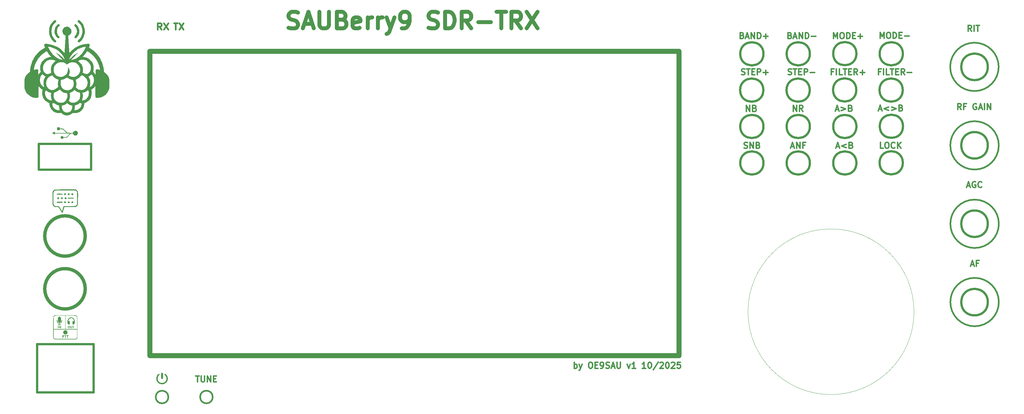
<source format=gbr>
%TF.GenerationSoftware,KiCad,Pcbnew,9.0.4*%
%TF.CreationDate,2025-11-06T12:47:48+01:00*%
%TF.ProjectId,SAUBerry_front_v1,53415542-6572-4727-995f-66726f6e745f,rev?*%
%TF.SameCoordinates,Original*%
%TF.FileFunction,Legend,Top*%
%TF.FilePolarity,Positive*%
%FSLAX46Y46*%
G04 Gerber Fmt 4.6, Leading zero omitted, Abs format (unit mm)*
G04 Created by KiCad (PCBNEW 9.0.4) date 2025-11-06 12:47:48*
%MOMM*%
%LPD*%
G01*
G04 APERTURE LIST*
%ADD10C,0.700000*%
%ADD11C,0.500000*%
%ADD12C,1.000000*%
%ADD13C,0.050000*%
%ADD14C,1.500000*%
%ADD15C,0.450000*%
%ADD16C,1.200000*%
%ADD17C,0.000000*%
G04 APERTURE END LIST*
D10*
X373628800Y-168075200D02*
G75*
G02*
X366628800Y-168075200I-3500000J0D01*
G01*
X366628800Y-168075200D02*
G75*
G02*
X373628800Y-168075200I3500000J0D01*
G01*
D11*
X416494000Y-162763200D02*
G75*
G02*
X401894000Y-162763200I-7300000J0D01*
G01*
X401894000Y-162763200D02*
G75*
G02*
X416494000Y-162763200I7300000J0D01*
G01*
D10*
X413194000Y-139068000D02*
G75*
G02*
X405194000Y-139068000I-4000000J0D01*
G01*
X405194000Y-139068000D02*
G75*
G02*
X413194000Y-139068000I4000000J0D01*
G01*
X413194000Y-186413600D02*
G75*
G02*
X405194000Y-186413600I-4000000J0D01*
G01*
X405194000Y-186413600D02*
G75*
G02*
X413194000Y-186413600I4000000J0D01*
G01*
D12*
X141400000Y-206050000D02*
G75*
G02*
X129200000Y-206050000I-6100000J0D01*
G01*
X129200000Y-206050000D02*
G75*
G02*
X141400000Y-206050000I6100000J0D01*
G01*
D10*
X413194000Y-162741200D02*
G75*
G02*
X405194000Y-162741200I-4000000J0D01*
G01*
X405194000Y-162741200D02*
G75*
G02*
X413194000Y-162741200I4000000J0D01*
G01*
X413194400Y-210086800D02*
G75*
G02*
X405194400Y-210086800I-4000000J0D01*
G01*
X405194400Y-210086800D02*
G75*
G02*
X413194400Y-210086800I4000000J0D01*
G01*
X345638000Y-135120000D02*
G75*
G02*
X338638000Y-135120000I-3500000J0D01*
G01*
X338638000Y-135120000D02*
G75*
G02*
X345638000Y-135120000I3500000J0D01*
G01*
X359571200Y-146078800D02*
G75*
G02*
X352571200Y-146078800I-3500000J0D01*
G01*
X352571200Y-146078800D02*
G75*
G02*
X359571200Y-146078800I3500000J0D01*
G01*
D13*
X390963200Y-212982400D02*
G75*
G02*
X340963200Y-212982400I-25000000J0D01*
G01*
X340963200Y-212982400D02*
G75*
G02*
X390963200Y-212982400I25000000J0D01*
G01*
D10*
X143900000Y-237300000D02*
X126900000Y-237300000D01*
D11*
X166428000Y-238724000D02*
G75*
G02*
X162628000Y-238724000I-1900000J0D01*
G01*
X162628000Y-238724000D02*
G75*
G02*
X166428000Y-238724000I1900000J0D01*
G01*
D10*
X345601200Y-146078800D02*
G75*
G02*
X338601200Y-146078800I-3500000J0D01*
G01*
X338601200Y-146078800D02*
G75*
G02*
X345601200Y-146078800I3500000J0D01*
G01*
D11*
X179788400Y-238716000D02*
G75*
G02*
X175988400Y-238716000I-1900000J0D01*
G01*
X175988400Y-238716000D02*
G75*
G02*
X179788400Y-238716000I1900000J0D01*
G01*
D10*
X359608000Y-135120000D02*
G75*
G02*
X352608000Y-135120000I-3500000J0D01*
G01*
X352608000Y-135120000D02*
G75*
G02*
X359608000Y-135120000I3500000J0D01*
G01*
X373628800Y-157056800D02*
G75*
G02*
X366628800Y-157056800I-3500000J0D01*
G01*
X366628800Y-157056800D02*
G75*
G02*
X373628800Y-157056800I3500000J0D01*
G01*
X126900000Y-237300000D02*
X126900000Y-222800000D01*
X373592000Y-146028000D02*
G75*
G02*
X366592000Y-146028000I-3500000J0D01*
G01*
X366592000Y-146028000D02*
G75*
G02*
X373592000Y-146028000I3500000J0D01*
G01*
D14*
X160848000Y-134366000D02*
X320228000Y-134366000D01*
X320228000Y-226206000D01*
X160848000Y-226206000D01*
X160848000Y-134366000D01*
D10*
X359608000Y-168075200D02*
G75*
G02*
X352608000Y-168075200I-3500000J0D01*
G01*
X352608000Y-168075200D02*
G75*
G02*
X359608000Y-168075200I3500000J0D01*
G01*
X387649600Y-157006000D02*
G75*
G02*
X380649600Y-157006000I-3500000J0D01*
G01*
X380649600Y-157006000D02*
G75*
G02*
X387649600Y-157006000I3500000J0D01*
G01*
X373628800Y-135069200D02*
G75*
G02*
X366628800Y-135069200I-3500000J0D01*
G01*
X366628800Y-135069200D02*
G75*
G02*
X373628800Y-135069200I3500000J0D01*
G01*
D11*
X416509200Y-210058000D02*
G75*
G02*
X401909200Y-210058000I-7300000J0D01*
G01*
X401909200Y-210058000D02*
G75*
G02*
X416509200Y-210058000I7300000J0D01*
G01*
X416458400Y-139065000D02*
G75*
G02*
X401858400Y-139065000I-7300000J0D01*
G01*
X401858400Y-139065000D02*
G75*
G02*
X416458400Y-139065000I7300000J0D01*
G01*
D10*
X387576000Y-146064800D02*
G75*
G02*
X380576000Y-146064800I-3500000J0D01*
G01*
X380576000Y-146064800D02*
G75*
G02*
X387576000Y-146064800I3500000J0D01*
G01*
D12*
X141400000Y-190114931D02*
G75*
G02*
X129200000Y-190114931I-6100000J0D01*
G01*
X129200000Y-190114931D02*
G75*
G02*
X141400000Y-190114931I6100000J0D01*
G01*
D11*
X416509200Y-186436000D02*
G75*
G02*
X401909200Y-186436000I-7300000J0D01*
G01*
X401909200Y-186436000D02*
G75*
G02*
X416509200Y-186436000I7300000J0D01*
G01*
D10*
X126900000Y-222800000D02*
X143900000Y-222800000D01*
X345638000Y-157051600D02*
G75*
G02*
X338638000Y-157051600I-3500000J0D01*
G01*
X338638000Y-157051600D02*
G75*
G02*
X345638000Y-157051600I3500000J0D01*
G01*
X345638000Y-168070000D02*
G75*
G02*
X338638000Y-168070000I-3500000J0D01*
G01*
X338638000Y-168070000D02*
G75*
G02*
X345638000Y-168070000I3500000J0D01*
G01*
X127379000Y-162300000D02*
X143179000Y-162300000D01*
X143179000Y-170100000D01*
X127379000Y-170100000D01*
X127379000Y-162300000D01*
X359608000Y-157056800D02*
G75*
G02*
X352608000Y-157056800I-3500000J0D01*
G01*
X352608000Y-157056800D02*
G75*
G02*
X359608000Y-157056800I3500000J0D01*
G01*
X387598800Y-168024400D02*
G75*
G02*
X380598800Y-168024400I-3500000J0D01*
G01*
X380598800Y-168024400D02*
G75*
G02*
X387598800Y-168024400I3500000J0D01*
G01*
X143900000Y-222800000D02*
X143900000Y-237300000D01*
X387612800Y-135106000D02*
G75*
G02*
X380612800Y-135106000I-3500000J0D01*
G01*
X380612800Y-135106000D02*
G75*
G02*
X387612800Y-135106000I3500000J0D01*
G01*
D15*
X339728909Y-163500600D02*
X339986052Y-163586314D01*
X339986052Y-163586314D02*
X340414623Y-163586314D01*
X340414623Y-163586314D02*
X340586052Y-163500600D01*
X340586052Y-163500600D02*
X340671766Y-163414885D01*
X340671766Y-163414885D02*
X340757480Y-163243457D01*
X340757480Y-163243457D02*
X340757480Y-163072028D01*
X340757480Y-163072028D02*
X340671766Y-162900600D01*
X340671766Y-162900600D02*
X340586052Y-162814885D01*
X340586052Y-162814885D02*
X340414623Y-162729171D01*
X340414623Y-162729171D02*
X340071766Y-162643457D01*
X340071766Y-162643457D02*
X339900337Y-162557742D01*
X339900337Y-162557742D02*
X339814623Y-162472028D01*
X339814623Y-162472028D02*
X339728909Y-162300600D01*
X339728909Y-162300600D02*
X339728909Y-162129171D01*
X339728909Y-162129171D02*
X339814623Y-161957742D01*
X339814623Y-161957742D02*
X339900337Y-161872028D01*
X339900337Y-161872028D02*
X340071766Y-161786314D01*
X340071766Y-161786314D02*
X340500337Y-161786314D01*
X340500337Y-161786314D02*
X340757480Y-161872028D01*
X341528909Y-163586314D02*
X341528909Y-161786314D01*
X341528909Y-161786314D02*
X342557480Y-163586314D01*
X342557480Y-163586314D02*
X342557480Y-161786314D01*
X344014623Y-162643457D02*
X344271766Y-162729171D01*
X344271766Y-162729171D02*
X344357480Y-162814885D01*
X344357480Y-162814885D02*
X344443194Y-162986314D01*
X344443194Y-162986314D02*
X344443194Y-163243457D01*
X344443194Y-163243457D02*
X344357480Y-163414885D01*
X344357480Y-163414885D02*
X344271766Y-163500600D01*
X344271766Y-163500600D02*
X344100337Y-163586314D01*
X344100337Y-163586314D02*
X343414623Y-163586314D01*
X343414623Y-163586314D02*
X343414623Y-161786314D01*
X343414623Y-161786314D02*
X344014623Y-161786314D01*
X344014623Y-161786314D02*
X344186052Y-161872028D01*
X344186052Y-161872028D02*
X344271766Y-161957742D01*
X344271766Y-161957742D02*
X344357480Y-162129171D01*
X344357480Y-162129171D02*
X344357480Y-162300600D01*
X344357480Y-162300600D02*
X344271766Y-162472028D01*
X344271766Y-162472028D02*
X344186052Y-162557742D01*
X344186052Y-162557742D02*
X344014623Y-162643457D01*
X344014623Y-162643457D02*
X343414623Y-162643457D01*
X408054909Y-198733628D02*
X408912052Y-198733628D01*
X407883480Y-199247914D02*
X408483480Y-197447914D01*
X408483480Y-197447914D02*
X409083480Y-199247914D01*
X410283480Y-198305057D02*
X409683480Y-198305057D01*
X409683480Y-199247914D02*
X409683480Y-197447914D01*
X409683480Y-197447914D02*
X410540623Y-197447914D01*
X367516509Y-163072028D02*
X368373652Y-163072028D01*
X367345080Y-163586314D02*
X367945080Y-161786314D01*
X367945080Y-161786314D02*
X368545080Y-163586314D01*
X370516509Y-162386314D02*
X369145080Y-162900600D01*
X369145080Y-162900600D02*
X370516509Y-163414885D01*
X371973651Y-162643457D02*
X372230794Y-162729171D01*
X372230794Y-162729171D02*
X372316508Y-162814885D01*
X372316508Y-162814885D02*
X372402222Y-162986314D01*
X372402222Y-162986314D02*
X372402222Y-163243457D01*
X372402222Y-163243457D02*
X372316508Y-163414885D01*
X372316508Y-163414885D02*
X372230794Y-163500600D01*
X372230794Y-163500600D02*
X372059365Y-163586314D01*
X372059365Y-163586314D02*
X371373651Y-163586314D01*
X371373651Y-163586314D02*
X371373651Y-161786314D01*
X371373651Y-161786314D02*
X371973651Y-161786314D01*
X371973651Y-161786314D02*
X372145080Y-161872028D01*
X372145080Y-161872028D02*
X372230794Y-161957742D01*
X372230794Y-161957742D02*
X372316508Y-162129171D01*
X372316508Y-162129171D02*
X372316508Y-162300600D01*
X372316508Y-162300600D02*
X372230794Y-162472028D01*
X372230794Y-162472028D02*
X372145080Y-162557742D01*
X372145080Y-162557742D02*
X371973651Y-162643457D01*
X371973651Y-162643457D02*
X371373651Y-162643457D01*
X353052509Y-141351800D02*
X353309652Y-141437514D01*
X353309652Y-141437514D02*
X353738223Y-141437514D01*
X353738223Y-141437514D02*
X353909652Y-141351800D01*
X353909652Y-141351800D02*
X353995366Y-141266085D01*
X353995366Y-141266085D02*
X354081080Y-141094657D01*
X354081080Y-141094657D02*
X354081080Y-140923228D01*
X354081080Y-140923228D02*
X353995366Y-140751800D01*
X353995366Y-140751800D02*
X353909652Y-140666085D01*
X353909652Y-140666085D02*
X353738223Y-140580371D01*
X353738223Y-140580371D02*
X353395366Y-140494657D01*
X353395366Y-140494657D02*
X353223937Y-140408942D01*
X353223937Y-140408942D02*
X353138223Y-140323228D01*
X353138223Y-140323228D02*
X353052509Y-140151800D01*
X353052509Y-140151800D02*
X353052509Y-139980371D01*
X353052509Y-139980371D02*
X353138223Y-139808942D01*
X353138223Y-139808942D02*
X353223937Y-139723228D01*
X353223937Y-139723228D02*
X353395366Y-139637514D01*
X353395366Y-139637514D02*
X353823937Y-139637514D01*
X353823937Y-139637514D02*
X354081080Y-139723228D01*
X354595366Y-139637514D02*
X355623938Y-139637514D01*
X355109652Y-141437514D02*
X355109652Y-139637514D01*
X356223938Y-140494657D02*
X356823938Y-140494657D01*
X357081081Y-141437514D02*
X356223938Y-141437514D01*
X356223938Y-141437514D02*
X356223938Y-139637514D01*
X356223938Y-139637514D02*
X357081081Y-139637514D01*
X357852509Y-141437514D02*
X357852509Y-139637514D01*
X357852509Y-139637514D02*
X358538223Y-139637514D01*
X358538223Y-139637514D02*
X358709652Y-139723228D01*
X358709652Y-139723228D02*
X358795366Y-139808942D01*
X358795366Y-139808942D02*
X358881080Y-139980371D01*
X358881080Y-139980371D02*
X358881080Y-140237514D01*
X358881080Y-140237514D02*
X358795366Y-140408942D01*
X358795366Y-140408942D02*
X358709652Y-140494657D01*
X358709652Y-140494657D02*
X358538223Y-140580371D01*
X358538223Y-140580371D02*
X357852509Y-140580371D01*
X359652509Y-140751800D02*
X361023938Y-140751800D01*
X340449623Y-152461114D02*
X340449623Y-150661114D01*
X340449623Y-150661114D02*
X341478194Y-152461114D01*
X341478194Y-152461114D02*
X341478194Y-150661114D01*
X342935337Y-151518257D02*
X343192480Y-151603971D01*
X343192480Y-151603971D02*
X343278194Y-151689685D01*
X343278194Y-151689685D02*
X343363908Y-151861114D01*
X343363908Y-151861114D02*
X343363908Y-152118257D01*
X343363908Y-152118257D02*
X343278194Y-152289685D01*
X343278194Y-152289685D02*
X343192480Y-152375400D01*
X343192480Y-152375400D02*
X343021051Y-152461114D01*
X343021051Y-152461114D02*
X342335337Y-152461114D01*
X342335337Y-152461114D02*
X342335337Y-150661114D01*
X342335337Y-150661114D02*
X342935337Y-150661114D01*
X342935337Y-150661114D02*
X343106766Y-150746828D01*
X343106766Y-150746828D02*
X343192480Y-150832542D01*
X343192480Y-150832542D02*
X343278194Y-151003971D01*
X343278194Y-151003971D02*
X343278194Y-151175400D01*
X343278194Y-151175400D02*
X343192480Y-151346828D01*
X343192480Y-151346828D02*
X343106766Y-151432542D01*
X343106766Y-151432542D02*
X342935337Y-151518257D01*
X342935337Y-151518257D02*
X342335337Y-151518257D01*
X381667366Y-163586314D02*
X380810223Y-163586314D01*
X380810223Y-163586314D02*
X380810223Y-161786314D01*
X382610223Y-161786314D02*
X382953080Y-161786314D01*
X382953080Y-161786314D02*
X383124509Y-161872028D01*
X383124509Y-161872028D02*
X383295937Y-162043457D01*
X383295937Y-162043457D02*
X383381652Y-162386314D01*
X383381652Y-162386314D02*
X383381652Y-162986314D01*
X383381652Y-162986314D02*
X383295937Y-163329171D01*
X383295937Y-163329171D02*
X383124509Y-163500600D01*
X383124509Y-163500600D02*
X382953080Y-163586314D01*
X382953080Y-163586314D02*
X382610223Y-163586314D01*
X382610223Y-163586314D02*
X382438795Y-163500600D01*
X382438795Y-163500600D02*
X382267366Y-163329171D01*
X382267366Y-163329171D02*
X382181652Y-162986314D01*
X382181652Y-162986314D02*
X382181652Y-162386314D01*
X382181652Y-162386314D02*
X382267366Y-162043457D01*
X382267366Y-162043457D02*
X382438795Y-161872028D01*
X382438795Y-161872028D02*
X382610223Y-161786314D01*
X385181651Y-163414885D02*
X385095937Y-163500600D01*
X385095937Y-163500600D02*
X384838794Y-163586314D01*
X384838794Y-163586314D02*
X384667366Y-163586314D01*
X384667366Y-163586314D02*
X384410223Y-163500600D01*
X384410223Y-163500600D02*
X384238794Y-163329171D01*
X384238794Y-163329171D02*
X384153080Y-163157742D01*
X384153080Y-163157742D02*
X384067366Y-162814885D01*
X384067366Y-162814885D02*
X384067366Y-162557742D01*
X384067366Y-162557742D02*
X384153080Y-162214885D01*
X384153080Y-162214885D02*
X384238794Y-162043457D01*
X384238794Y-162043457D02*
X384410223Y-161872028D01*
X384410223Y-161872028D02*
X384667366Y-161786314D01*
X384667366Y-161786314D02*
X384838794Y-161786314D01*
X384838794Y-161786314D02*
X385095937Y-161872028D01*
X385095937Y-161872028D02*
X385181651Y-161957742D01*
X385953080Y-163586314D02*
X385953080Y-161786314D01*
X386981651Y-163586314D02*
X386210223Y-162557742D01*
X386981651Y-161786314D02*
X385953080Y-162814885D01*
X353922309Y-163072028D02*
X354779452Y-163072028D01*
X353750880Y-163586314D02*
X354350880Y-161786314D01*
X354350880Y-161786314D02*
X354950880Y-163586314D01*
X355550880Y-163586314D02*
X355550880Y-161786314D01*
X355550880Y-161786314D02*
X356579451Y-163586314D01*
X356579451Y-163586314D02*
X356579451Y-161786314D01*
X358036594Y-162643457D02*
X357436594Y-162643457D01*
X357436594Y-163586314D02*
X357436594Y-161786314D01*
X357436594Y-161786314D02*
X358293737Y-161786314D01*
X380800623Y-140494657D02*
X380200623Y-140494657D01*
X380200623Y-141437514D02*
X380200623Y-139637514D01*
X380200623Y-139637514D02*
X381057766Y-139637514D01*
X381743480Y-141437514D02*
X381743480Y-139637514D01*
X383457766Y-141437514D02*
X382600623Y-141437514D01*
X382600623Y-141437514D02*
X382600623Y-139637514D01*
X383800623Y-139637514D02*
X384829195Y-139637514D01*
X384314909Y-141437514D02*
X384314909Y-139637514D01*
X385429195Y-140494657D02*
X386029195Y-140494657D01*
X386286338Y-141437514D02*
X385429195Y-141437514D01*
X385429195Y-141437514D02*
X385429195Y-139637514D01*
X385429195Y-139637514D02*
X386286338Y-139637514D01*
X388086337Y-141437514D02*
X387486337Y-140580371D01*
X387057766Y-141437514D02*
X387057766Y-139637514D01*
X387057766Y-139637514D02*
X387743480Y-139637514D01*
X387743480Y-139637514D02*
X387914909Y-139723228D01*
X387914909Y-139723228D02*
X388000623Y-139808942D01*
X388000623Y-139808942D02*
X388086337Y-139980371D01*
X388086337Y-139980371D02*
X388086337Y-140237514D01*
X388086337Y-140237514D02*
X388000623Y-140408942D01*
X388000623Y-140408942D02*
X387914909Y-140494657D01*
X387914909Y-140494657D02*
X387743480Y-140580371D01*
X387743480Y-140580371D02*
X387057766Y-140580371D01*
X388857766Y-140751800D02*
X390229195Y-140751800D01*
X174609880Y-232347514D02*
X175638452Y-232347514D01*
X175124166Y-234147514D02*
X175124166Y-232347514D01*
X176238452Y-232347514D02*
X176238452Y-233804657D01*
X176238452Y-233804657D02*
X176324166Y-233976085D01*
X176324166Y-233976085D02*
X176409881Y-234061800D01*
X176409881Y-234061800D02*
X176581309Y-234147514D01*
X176581309Y-234147514D02*
X176924166Y-234147514D01*
X176924166Y-234147514D02*
X177095595Y-234061800D01*
X177095595Y-234061800D02*
X177181309Y-233976085D01*
X177181309Y-233976085D02*
X177267023Y-233804657D01*
X177267023Y-233804657D02*
X177267023Y-232347514D01*
X178124166Y-234147514D02*
X178124166Y-232347514D01*
X178124166Y-232347514D02*
X179152737Y-234147514D01*
X179152737Y-234147514D02*
X179152737Y-232347514D01*
X180009880Y-233204657D02*
X180609880Y-233204657D01*
X180867023Y-234147514D02*
X180009880Y-234147514D01*
X180009880Y-234147514D02*
X180009880Y-232347514D01*
X180009880Y-232347514D02*
X180867023Y-232347514D01*
X339144623Y-129572657D02*
X339401766Y-129658371D01*
X339401766Y-129658371D02*
X339487480Y-129744085D01*
X339487480Y-129744085D02*
X339573194Y-129915514D01*
X339573194Y-129915514D02*
X339573194Y-130172657D01*
X339573194Y-130172657D02*
X339487480Y-130344085D01*
X339487480Y-130344085D02*
X339401766Y-130429800D01*
X339401766Y-130429800D02*
X339230337Y-130515514D01*
X339230337Y-130515514D02*
X338544623Y-130515514D01*
X338544623Y-130515514D02*
X338544623Y-128715514D01*
X338544623Y-128715514D02*
X339144623Y-128715514D01*
X339144623Y-128715514D02*
X339316052Y-128801228D01*
X339316052Y-128801228D02*
X339401766Y-128886942D01*
X339401766Y-128886942D02*
X339487480Y-129058371D01*
X339487480Y-129058371D02*
X339487480Y-129229800D01*
X339487480Y-129229800D02*
X339401766Y-129401228D01*
X339401766Y-129401228D02*
X339316052Y-129486942D01*
X339316052Y-129486942D02*
X339144623Y-129572657D01*
X339144623Y-129572657D02*
X338544623Y-129572657D01*
X340258909Y-130001228D02*
X341116052Y-130001228D01*
X340087480Y-130515514D02*
X340687480Y-128715514D01*
X340687480Y-128715514D02*
X341287480Y-130515514D01*
X341887480Y-130515514D02*
X341887480Y-128715514D01*
X341887480Y-128715514D02*
X342916051Y-130515514D01*
X342916051Y-130515514D02*
X342916051Y-128715514D01*
X343773194Y-130515514D02*
X343773194Y-128715514D01*
X343773194Y-128715514D02*
X344201765Y-128715514D01*
X344201765Y-128715514D02*
X344458908Y-128801228D01*
X344458908Y-128801228D02*
X344630337Y-128972657D01*
X344630337Y-128972657D02*
X344716051Y-129144085D01*
X344716051Y-129144085D02*
X344801765Y-129486942D01*
X344801765Y-129486942D02*
X344801765Y-129744085D01*
X344801765Y-129744085D02*
X344716051Y-130086942D01*
X344716051Y-130086942D02*
X344630337Y-130258371D01*
X344630337Y-130258371D02*
X344458908Y-130429800D01*
X344458908Y-130429800D02*
X344201765Y-130515514D01*
X344201765Y-130515514D02*
X343773194Y-130515514D01*
X345573194Y-129829800D02*
X346944623Y-129829800D01*
X346258908Y-130515514D02*
X346258908Y-129144085D01*
X288633623Y-230007314D02*
X288633623Y-228207314D01*
X288633623Y-228893028D02*
X288805052Y-228807314D01*
X288805052Y-228807314D02*
X289147909Y-228807314D01*
X289147909Y-228807314D02*
X289319337Y-228893028D01*
X289319337Y-228893028D02*
X289405052Y-228978742D01*
X289405052Y-228978742D02*
X289490766Y-229150171D01*
X289490766Y-229150171D02*
X289490766Y-229664457D01*
X289490766Y-229664457D02*
X289405052Y-229835885D01*
X289405052Y-229835885D02*
X289319337Y-229921600D01*
X289319337Y-229921600D02*
X289147909Y-230007314D01*
X289147909Y-230007314D02*
X288805052Y-230007314D01*
X288805052Y-230007314D02*
X288633623Y-229921600D01*
X290090765Y-228807314D02*
X290519337Y-230007314D01*
X290947908Y-228807314D02*
X290519337Y-230007314D01*
X290519337Y-230007314D02*
X290347908Y-230435885D01*
X290347908Y-230435885D02*
X290262194Y-230521600D01*
X290262194Y-230521600D02*
X290090765Y-230607314D01*
X293347909Y-228207314D02*
X293690766Y-228207314D01*
X293690766Y-228207314D02*
X293862195Y-228293028D01*
X293862195Y-228293028D02*
X294033623Y-228464457D01*
X294033623Y-228464457D02*
X294119338Y-228807314D01*
X294119338Y-228807314D02*
X294119338Y-229407314D01*
X294119338Y-229407314D02*
X294033623Y-229750171D01*
X294033623Y-229750171D02*
X293862195Y-229921600D01*
X293862195Y-229921600D02*
X293690766Y-230007314D01*
X293690766Y-230007314D02*
X293347909Y-230007314D01*
X293347909Y-230007314D02*
X293176481Y-229921600D01*
X293176481Y-229921600D02*
X293005052Y-229750171D01*
X293005052Y-229750171D02*
X292919338Y-229407314D01*
X292919338Y-229407314D02*
X292919338Y-228807314D01*
X292919338Y-228807314D02*
X293005052Y-228464457D01*
X293005052Y-228464457D02*
X293176481Y-228293028D01*
X293176481Y-228293028D02*
X293347909Y-228207314D01*
X294890766Y-229064457D02*
X295490766Y-229064457D01*
X295747909Y-230007314D02*
X294890766Y-230007314D01*
X294890766Y-230007314D02*
X294890766Y-228207314D01*
X294890766Y-228207314D02*
X295747909Y-228207314D01*
X296605051Y-230007314D02*
X296947908Y-230007314D01*
X296947908Y-230007314D02*
X297119337Y-229921600D01*
X297119337Y-229921600D02*
X297205051Y-229835885D01*
X297205051Y-229835885D02*
X297376480Y-229578742D01*
X297376480Y-229578742D02*
X297462194Y-229235885D01*
X297462194Y-229235885D02*
X297462194Y-228550171D01*
X297462194Y-228550171D02*
X297376480Y-228378742D01*
X297376480Y-228378742D02*
X297290766Y-228293028D01*
X297290766Y-228293028D02*
X297119337Y-228207314D01*
X297119337Y-228207314D02*
X296776480Y-228207314D01*
X296776480Y-228207314D02*
X296605051Y-228293028D01*
X296605051Y-228293028D02*
X296519337Y-228378742D01*
X296519337Y-228378742D02*
X296433623Y-228550171D01*
X296433623Y-228550171D02*
X296433623Y-228978742D01*
X296433623Y-228978742D02*
X296519337Y-229150171D01*
X296519337Y-229150171D02*
X296605051Y-229235885D01*
X296605051Y-229235885D02*
X296776480Y-229321600D01*
X296776480Y-229321600D02*
X297119337Y-229321600D01*
X297119337Y-229321600D02*
X297290766Y-229235885D01*
X297290766Y-229235885D02*
X297376480Y-229150171D01*
X297376480Y-229150171D02*
X297462194Y-228978742D01*
X298147909Y-229921600D02*
X298405052Y-230007314D01*
X298405052Y-230007314D02*
X298833623Y-230007314D01*
X298833623Y-230007314D02*
X299005052Y-229921600D01*
X299005052Y-229921600D02*
X299090766Y-229835885D01*
X299090766Y-229835885D02*
X299176480Y-229664457D01*
X299176480Y-229664457D02*
X299176480Y-229493028D01*
X299176480Y-229493028D02*
X299090766Y-229321600D01*
X299090766Y-229321600D02*
X299005052Y-229235885D01*
X299005052Y-229235885D02*
X298833623Y-229150171D01*
X298833623Y-229150171D02*
X298490766Y-229064457D01*
X298490766Y-229064457D02*
X298319337Y-228978742D01*
X298319337Y-228978742D02*
X298233623Y-228893028D01*
X298233623Y-228893028D02*
X298147909Y-228721600D01*
X298147909Y-228721600D02*
X298147909Y-228550171D01*
X298147909Y-228550171D02*
X298233623Y-228378742D01*
X298233623Y-228378742D02*
X298319337Y-228293028D01*
X298319337Y-228293028D02*
X298490766Y-228207314D01*
X298490766Y-228207314D02*
X298919337Y-228207314D01*
X298919337Y-228207314D02*
X299176480Y-228293028D01*
X299862195Y-229493028D02*
X300719338Y-229493028D01*
X299690766Y-230007314D02*
X300290766Y-228207314D01*
X300290766Y-228207314D02*
X300890766Y-230007314D01*
X301490766Y-228207314D02*
X301490766Y-229664457D01*
X301490766Y-229664457D02*
X301576480Y-229835885D01*
X301576480Y-229835885D02*
X301662195Y-229921600D01*
X301662195Y-229921600D02*
X301833623Y-230007314D01*
X301833623Y-230007314D02*
X302176480Y-230007314D01*
X302176480Y-230007314D02*
X302347909Y-229921600D01*
X302347909Y-229921600D02*
X302433623Y-229835885D01*
X302433623Y-229835885D02*
X302519337Y-229664457D01*
X302519337Y-229664457D02*
X302519337Y-228207314D01*
X304576480Y-228807314D02*
X305005052Y-230007314D01*
X305005052Y-230007314D02*
X305433623Y-228807314D01*
X307062195Y-230007314D02*
X306033624Y-230007314D01*
X306547909Y-230007314D02*
X306547909Y-228207314D01*
X306547909Y-228207314D02*
X306376481Y-228464457D01*
X306376481Y-228464457D02*
X306205052Y-228635885D01*
X306205052Y-228635885D02*
X306033624Y-228721600D01*
X310147910Y-230007314D02*
X309119339Y-230007314D01*
X309633624Y-230007314D02*
X309633624Y-228207314D01*
X309633624Y-228207314D02*
X309462196Y-228464457D01*
X309462196Y-228464457D02*
X309290767Y-228635885D01*
X309290767Y-228635885D02*
X309119339Y-228721600D01*
X311262196Y-228207314D02*
X311433625Y-228207314D01*
X311433625Y-228207314D02*
X311605053Y-228293028D01*
X311605053Y-228293028D02*
X311690768Y-228378742D01*
X311690768Y-228378742D02*
X311776482Y-228550171D01*
X311776482Y-228550171D02*
X311862196Y-228893028D01*
X311862196Y-228893028D02*
X311862196Y-229321600D01*
X311862196Y-229321600D02*
X311776482Y-229664457D01*
X311776482Y-229664457D02*
X311690768Y-229835885D01*
X311690768Y-229835885D02*
X311605053Y-229921600D01*
X311605053Y-229921600D02*
X311433625Y-230007314D01*
X311433625Y-230007314D02*
X311262196Y-230007314D01*
X311262196Y-230007314D02*
X311090768Y-229921600D01*
X311090768Y-229921600D02*
X311005053Y-229835885D01*
X311005053Y-229835885D02*
X310919339Y-229664457D01*
X310919339Y-229664457D02*
X310833625Y-229321600D01*
X310833625Y-229321600D02*
X310833625Y-228893028D01*
X310833625Y-228893028D02*
X310919339Y-228550171D01*
X310919339Y-228550171D02*
X311005053Y-228378742D01*
X311005053Y-228378742D02*
X311090768Y-228293028D01*
X311090768Y-228293028D02*
X311262196Y-228207314D01*
X313919339Y-228121600D02*
X312376482Y-230435885D01*
X314433625Y-228378742D02*
X314519339Y-228293028D01*
X314519339Y-228293028D02*
X314690768Y-228207314D01*
X314690768Y-228207314D02*
X315119339Y-228207314D01*
X315119339Y-228207314D02*
X315290768Y-228293028D01*
X315290768Y-228293028D02*
X315376482Y-228378742D01*
X315376482Y-228378742D02*
X315462196Y-228550171D01*
X315462196Y-228550171D02*
X315462196Y-228721600D01*
X315462196Y-228721600D02*
X315376482Y-228978742D01*
X315376482Y-228978742D02*
X314347910Y-230007314D01*
X314347910Y-230007314D02*
X315462196Y-230007314D01*
X316576482Y-228207314D02*
X316747911Y-228207314D01*
X316747911Y-228207314D02*
X316919339Y-228293028D01*
X316919339Y-228293028D02*
X317005054Y-228378742D01*
X317005054Y-228378742D02*
X317090768Y-228550171D01*
X317090768Y-228550171D02*
X317176482Y-228893028D01*
X317176482Y-228893028D02*
X317176482Y-229321600D01*
X317176482Y-229321600D02*
X317090768Y-229664457D01*
X317090768Y-229664457D02*
X317005054Y-229835885D01*
X317005054Y-229835885D02*
X316919339Y-229921600D01*
X316919339Y-229921600D02*
X316747911Y-230007314D01*
X316747911Y-230007314D02*
X316576482Y-230007314D01*
X316576482Y-230007314D02*
X316405054Y-229921600D01*
X316405054Y-229921600D02*
X316319339Y-229835885D01*
X316319339Y-229835885D02*
X316233625Y-229664457D01*
X316233625Y-229664457D02*
X316147911Y-229321600D01*
X316147911Y-229321600D02*
X316147911Y-228893028D01*
X316147911Y-228893028D02*
X316233625Y-228550171D01*
X316233625Y-228550171D02*
X316319339Y-228378742D01*
X316319339Y-228378742D02*
X316405054Y-228293028D01*
X316405054Y-228293028D02*
X316576482Y-228207314D01*
X317862197Y-228378742D02*
X317947911Y-228293028D01*
X317947911Y-228293028D02*
X318119340Y-228207314D01*
X318119340Y-228207314D02*
X318547911Y-228207314D01*
X318547911Y-228207314D02*
X318719340Y-228293028D01*
X318719340Y-228293028D02*
X318805054Y-228378742D01*
X318805054Y-228378742D02*
X318890768Y-228550171D01*
X318890768Y-228550171D02*
X318890768Y-228721600D01*
X318890768Y-228721600D02*
X318805054Y-228978742D01*
X318805054Y-228978742D02*
X317776482Y-230007314D01*
X317776482Y-230007314D02*
X318890768Y-230007314D01*
X320519340Y-228207314D02*
X319662197Y-228207314D01*
X319662197Y-228207314D02*
X319576483Y-229064457D01*
X319576483Y-229064457D02*
X319662197Y-228978742D01*
X319662197Y-228978742D02*
X319833626Y-228893028D01*
X319833626Y-228893028D02*
X320262197Y-228893028D01*
X320262197Y-228893028D02*
X320433626Y-228978742D01*
X320433626Y-228978742D02*
X320519340Y-229064457D01*
X320519340Y-229064457D02*
X320605054Y-229235885D01*
X320605054Y-229235885D02*
X320605054Y-229664457D01*
X320605054Y-229664457D02*
X320519340Y-229835885D01*
X320519340Y-229835885D02*
X320433626Y-229921600D01*
X320433626Y-229921600D02*
X320262197Y-230007314D01*
X320262197Y-230007314D02*
X319833626Y-230007314D01*
X319833626Y-230007314D02*
X319662197Y-229921600D01*
X319662197Y-229921600D02*
X319576483Y-229835885D01*
X367350109Y-151896028D02*
X368207252Y-151896028D01*
X367178680Y-152410314D02*
X367778680Y-150610314D01*
X367778680Y-150610314D02*
X368378680Y-152410314D01*
X368978680Y-151210314D02*
X370350109Y-151724600D01*
X370350109Y-151724600D02*
X368978680Y-152238885D01*
X371807251Y-151467457D02*
X372064394Y-151553171D01*
X372064394Y-151553171D02*
X372150108Y-151638885D01*
X372150108Y-151638885D02*
X372235822Y-151810314D01*
X372235822Y-151810314D02*
X372235822Y-152067457D01*
X372235822Y-152067457D02*
X372150108Y-152238885D01*
X372150108Y-152238885D02*
X372064394Y-152324600D01*
X372064394Y-152324600D02*
X371892965Y-152410314D01*
X371892965Y-152410314D02*
X371207251Y-152410314D01*
X371207251Y-152410314D02*
X371207251Y-150610314D01*
X371207251Y-150610314D02*
X371807251Y-150610314D01*
X371807251Y-150610314D02*
X371978680Y-150696028D01*
X371978680Y-150696028D02*
X372064394Y-150781742D01*
X372064394Y-150781742D02*
X372150108Y-150953171D01*
X372150108Y-150953171D02*
X372150108Y-151124600D01*
X372150108Y-151124600D02*
X372064394Y-151296028D01*
X372064394Y-151296028D02*
X371978680Y-151381742D01*
X371978680Y-151381742D02*
X371807251Y-151467457D01*
X371807251Y-151467457D02*
X371207251Y-151467457D01*
X366627423Y-140494657D02*
X366027423Y-140494657D01*
X366027423Y-141437514D02*
X366027423Y-139637514D01*
X366027423Y-139637514D02*
X366884566Y-139637514D01*
X367570280Y-141437514D02*
X367570280Y-139637514D01*
X369284566Y-141437514D02*
X368427423Y-141437514D01*
X368427423Y-141437514D02*
X368427423Y-139637514D01*
X369627423Y-139637514D02*
X370655995Y-139637514D01*
X370141709Y-141437514D02*
X370141709Y-139637514D01*
X371255995Y-140494657D02*
X371855995Y-140494657D01*
X372113138Y-141437514D02*
X371255995Y-141437514D01*
X371255995Y-141437514D02*
X371255995Y-139637514D01*
X371255995Y-139637514D02*
X372113138Y-139637514D01*
X373913137Y-141437514D02*
X373313137Y-140580371D01*
X372884566Y-141437514D02*
X372884566Y-139637514D01*
X372884566Y-139637514D02*
X373570280Y-139637514D01*
X373570280Y-139637514D02*
X373741709Y-139723228D01*
X373741709Y-139723228D02*
X373827423Y-139808942D01*
X373827423Y-139808942D02*
X373913137Y-139980371D01*
X373913137Y-139980371D02*
X373913137Y-140237514D01*
X373913137Y-140237514D02*
X373827423Y-140408942D01*
X373827423Y-140408942D02*
X373741709Y-140494657D01*
X373741709Y-140494657D02*
X373570280Y-140580371D01*
X373570280Y-140580371D02*
X372884566Y-140580371D01*
X374684566Y-140751800D02*
X376055995Y-140751800D01*
X375370280Y-141437514D02*
X375370280Y-140066085D01*
X406886509Y-174908428D02*
X407743652Y-174908428D01*
X406715080Y-175422714D02*
X407315080Y-173622714D01*
X407315080Y-173622714D02*
X407915080Y-175422714D01*
X409457937Y-173708428D02*
X409286509Y-173622714D01*
X409286509Y-173622714D02*
X409029366Y-173622714D01*
X409029366Y-173622714D02*
X408772223Y-173708428D01*
X408772223Y-173708428D02*
X408600794Y-173879857D01*
X408600794Y-173879857D02*
X408515080Y-174051285D01*
X408515080Y-174051285D02*
X408429366Y-174394142D01*
X408429366Y-174394142D02*
X408429366Y-174651285D01*
X408429366Y-174651285D02*
X408515080Y-174994142D01*
X408515080Y-174994142D02*
X408600794Y-175165571D01*
X408600794Y-175165571D02*
X408772223Y-175337000D01*
X408772223Y-175337000D02*
X409029366Y-175422714D01*
X409029366Y-175422714D02*
X409200794Y-175422714D01*
X409200794Y-175422714D02*
X409457937Y-175337000D01*
X409457937Y-175337000D02*
X409543651Y-175251285D01*
X409543651Y-175251285D02*
X409543651Y-174651285D01*
X409543651Y-174651285D02*
X409200794Y-174651285D01*
X411343651Y-175251285D02*
X411257937Y-175337000D01*
X411257937Y-175337000D02*
X411000794Y-175422714D01*
X411000794Y-175422714D02*
X410829366Y-175422714D01*
X410829366Y-175422714D02*
X410572223Y-175337000D01*
X410572223Y-175337000D02*
X410400794Y-175165571D01*
X410400794Y-175165571D02*
X410315080Y-174994142D01*
X410315080Y-174994142D02*
X410229366Y-174651285D01*
X410229366Y-174651285D02*
X410229366Y-174394142D01*
X410229366Y-174394142D02*
X410315080Y-174051285D01*
X410315080Y-174051285D02*
X410400794Y-173879857D01*
X410400794Y-173879857D02*
X410572223Y-173708428D01*
X410572223Y-173708428D02*
X410829366Y-173622714D01*
X410829366Y-173622714D02*
X411000794Y-173622714D01*
X411000794Y-173622714D02*
X411257937Y-173708428D01*
X411257937Y-173708428D02*
X411343651Y-173794142D01*
X380318109Y-151794428D02*
X381175252Y-151794428D01*
X380146680Y-152308714D02*
X380746680Y-150508714D01*
X380746680Y-150508714D02*
X381346680Y-152308714D01*
X383318109Y-151108714D02*
X381946680Y-151623000D01*
X381946680Y-151623000D02*
X383318109Y-152137285D01*
X384175251Y-151108714D02*
X385546680Y-151623000D01*
X385546680Y-151623000D02*
X384175251Y-152137285D01*
X387003822Y-151365857D02*
X387260965Y-151451571D01*
X387260965Y-151451571D02*
X387346679Y-151537285D01*
X387346679Y-151537285D02*
X387432393Y-151708714D01*
X387432393Y-151708714D02*
X387432393Y-151965857D01*
X387432393Y-151965857D02*
X387346679Y-152137285D01*
X387346679Y-152137285D02*
X387260965Y-152223000D01*
X387260965Y-152223000D02*
X387089536Y-152308714D01*
X387089536Y-152308714D02*
X386403822Y-152308714D01*
X386403822Y-152308714D02*
X386403822Y-150508714D01*
X386403822Y-150508714D02*
X387003822Y-150508714D01*
X387003822Y-150508714D02*
X387175251Y-150594428D01*
X387175251Y-150594428D02*
X387260965Y-150680142D01*
X387260965Y-150680142D02*
X387346679Y-150851571D01*
X387346679Y-150851571D02*
X387346679Y-151023000D01*
X387346679Y-151023000D02*
X387260965Y-151194428D01*
X387260965Y-151194428D02*
X387175251Y-151280142D01*
X387175251Y-151280142D02*
X387003822Y-151365857D01*
X387003822Y-151365857D02*
X386403822Y-151365857D01*
X366687823Y-130515514D02*
X366687823Y-128715514D01*
X366687823Y-128715514D02*
X367287823Y-130001228D01*
X367287823Y-130001228D02*
X367887823Y-128715514D01*
X367887823Y-128715514D02*
X367887823Y-130515514D01*
X369087823Y-128715514D02*
X369430680Y-128715514D01*
X369430680Y-128715514D02*
X369602109Y-128801228D01*
X369602109Y-128801228D02*
X369773537Y-128972657D01*
X369773537Y-128972657D02*
X369859252Y-129315514D01*
X369859252Y-129315514D02*
X369859252Y-129915514D01*
X369859252Y-129915514D02*
X369773537Y-130258371D01*
X369773537Y-130258371D02*
X369602109Y-130429800D01*
X369602109Y-130429800D02*
X369430680Y-130515514D01*
X369430680Y-130515514D02*
X369087823Y-130515514D01*
X369087823Y-130515514D02*
X368916395Y-130429800D01*
X368916395Y-130429800D02*
X368744966Y-130258371D01*
X368744966Y-130258371D02*
X368659252Y-129915514D01*
X368659252Y-129915514D02*
X368659252Y-129315514D01*
X368659252Y-129315514D02*
X368744966Y-128972657D01*
X368744966Y-128972657D02*
X368916395Y-128801228D01*
X368916395Y-128801228D02*
X369087823Y-128715514D01*
X370630680Y-130515514D02*
X370630680Y-128715514D01*
X370630680Y-128715514D02*
X371059251Y-128715514D01*
X371059251Y-128715514D02*
X371316394Y-128801228D01*
X371316394Y-128801228D02*
X371487823Y-128972657D01*
X371487823Y-128972657D02*
X371573537Y-129144085D01*
X371573537Y-129144085D02*
X371659251Y-129486942D01*
X371659251Y-129486942D02*
X371659251Y-129744085D01*
X371659251Y-129744085D02*
X371573537Y-130086942D01*
X371573537Y-130086942D02*
X371487823Y-130258371D01*
X371487823Y-130258371D02*
X371316394Y-130429800D01*
X371316394Y-130429800D02*
X371059251Y-130515514D01*
X371059251Y-130515514D02*
X370630680Y-130515514D01*
X372430680Y-129572657D02*
X373030680Y-129572657D01*
X373287823Y-130515514D02*
X372430680Y-130515514D01*
X372430680Y-130515514D02*
X372430680Y-128715514D01*
X372430680Y-128715514D02*
X373287823Y-128715514D01*
X374059251Y-129829800D02*
X375430680Y-129829800D01*
X374744965Y-130515514D02*
X374744965Y-129144085D01*
X405105194Y-151902314D02*
X404505194Y-151045171D01*
X404076623Y-151902314D02*
X404076623Y-150102314D01*
X404076623Y-150102314D02*
X404762337Y-150102314D01*
X404762337Y-150102314D02*
X404933766Y-150188028D01*
X404933766Y-150188028D02*
X405019480Y-150273742D01*
X405019480Y-150273742D02*
X405105194Y-150445171D01*
X405105194Y-150445171D02*
X405105194Y-150702314D01*
X405105194Y-150702314D02*
X405019480Y-150873742D01*
X405019480Y-150873742D02*
X404933766Y-150959457D01*
X404933766Y-150959457D02*
X404762337Y-151045171D01*
X404762337Y-151045171D02*
X404076623Y-151045171D01*
X406476623Y-150959457D02*
X405876623Y-150959457D01*
X405876623Y-151902314D02*
X405876623Y-150102314D01*
X405876623Y-150102314D02*
X406733766Y-150102314D01*
X409733766Y-150188028D02*
X409562338Y-150102314D01*
X409562338Y-150102314D02*
X409305195Y-150102314D01*
X409305195Y-150102314D02*
X409048052Y-150188028D01*
X409048052Y-150188028D02*
X408876623Y-150359457D01*
X408876623Y-150359457D02*
X408790909Y-150530885D01*
X408790909Y-150530885D02*
X408705195Y-150873742D01*
X408705195Y-150873742D02*
X408705195Y-151130885D01*
X408705195Y-151130885D02*
X408790909Y-151473742D01*
X408790909Y-151473742D02*
X408876623Y-151645171D01*
X408876623Y-151645171D02*
X409048052Y-151816600D01*
X409048052Y-151816600D02*
X409305195Y-151902314D01*
X409305195Y-151902314D02*
X409476623Y-151902314D01*
X409476623Y-151902314D02*
X409733766Y-151816600D01*
X409733766Y-151816600D02*
X409819480Y-151730885D01*
X409819480Y-151730885D02*
X409819480Y-151130885D01*
X409819480Y-151130885D02*
X409476623Y-151130885D01*
X410505195Y-151388028D02*
X411362338Y-151388028D01*
X410333766Y-151902314D02*
X410933766Y-150102314D01*
X410933766Y-150102314D02*
X411533766Y-151902314D01*
X412133766Y-151902314D02*
X412133766Y-150102314D01*
X412990909Y-151902314D02*
X412990909Y-150102314D01*
X412990909Y-150102314D02*
X414019480Y-151902314D01*
X414019480Y-151902314D02*
X414019480Y-150102314D01*
X354546623Y-152461114D02*
X354546623Y-150661114D01*
X354546623Y-150661114D02*
X355575194Y-152461114D01*
X355575194Y-152461114D02*
X355575194Y-150661114D01*
X357460908Y-152461114D02*
X356860908Y-151603971D01*
X356432337Y-152461114D02*
X356432337Y-150661114D01*
X356432337Y-150661114D02*
X357118051Y-150661114D01*
X357118051Y-150661114D02*
X357289480Y-150746828D01*
X357289480Y-150746828D02*
X357375194Y-150832542D01*
X357375194Y-150832542D02*
X357460908Y-151003971D01*
X357460908Y-151003971D02*
X357460908Y-151261114D01*
X357460908Y-151261114D02*
X357375194Y-151432542D01*
X357375194Y-151432542D02*
X357289480Y-151518257D01*
X357289480Y-151518257D02*
X357118051Y-151603971D01*
X357118051Y-151603971D02*
X356432337Y-151603971D01*
X338955509Y-141351800D02*
X339212652Y-141437514D01*
X339212652Y-141437514D02*
X339641223Y-141437514D01*
X339641223Y-141437514D02*
X339812652Y-141351800D01*
X339812652Y-141351800D02*
X339898366Y-141266085D01*
X339898366Y-141266085D02*
X339984080Y-141094657D01*
X339984080Y-141094657D02*
X339984080Y-140923228D01*
X339984080Y-140923228D02*
X339898366Y-140751800D01*
X339898366Y-140751800D02*
X339812652Y-140666085D01*
X339812652Y-140666085D02*
X339641223Y-140580371D01*
X339641223Y-140580371D02*
X339298366Y-140494657D01*
X339298366Y-140494657D02*
X339126937Y-140408942D01*
X339126937Y-140408942D02*
X339041223Y-140323228D01*
X339041223Y-140323228D02*
X338955509Y-140151800D01*
X338955509Y-140151800D02*
X338955509Y-139980371D01*
X338955509Y-139980371D02*
X339041223Y-139808942D01*
X339041223Y-139808942D02*
X339126937Y-139723228D01*
X339126937Y-139723228D02*
X339298366Y-139637514D01*
X339298366Y-139637514D02*
X339726937Y-139637514D01*
X339726937Y-139637514D02*
X339984080Y-139723228D01*
X340498366Y-139637514D02*
X341526938Y-139637514D01*
X341012652Y-141437514D02*
X341012652Y-139637514D01*
X342126938Y-140494657D02*
X342726938Y-140494657D01*
X342984081Y-141437514D02*
X342126938Y-141437514D01*
X342126938Y-141437514D02*
X342126938Y-139637514D01*
X342126938Y-139637514D02*
X342984081Y-139637514D01*
X343755509Y-141437514D02*
X343755509Y-139637514D01*
X343755509Y-139637514D02*
X344441223Y-139637514D01*
X344441223Y-139637514D02*
X344612652Y-139723228D01*
X344612652Y-139723228D02*
X344698366Y-139808942D01*
X344698366Y-139808942D02*
X344784080Y-139980371D01*
X344784080Y-139980371D02*
X344784080Y-140237514D01*
X344784080Y-140237514D02*
X344698366Y-140408942D01*
X344698366Y-140408942D02*
X344612652Y-140494657D01*
X344612652Y-140494657D02*
X344441223Y-140580371D01*
X344441223Y-140580371D02*
X343755509Y-140580371D01*
X345555509Y-140751800D02*
X346926938Y-140751800D01*
X346241223Y-141437514D02*
X346241223Y-140066085D01*
X353571823Y-129572657D02*
X353828966Y-129658371D01*
X353828966Y-129658371D02*
X353914680Y-129744085D01*
X353914680Y-129744085D02*
X354000394Y-129915514D01*
X354000394Y-129915514D02*
X354000394Y-130172657D01*
X354000394Y-130172657D02*
X353914680Y-130344085D01*
X353914680Y-130344085D02*
X353828966Y-130429800D01*
X353828966Y-130429800D02*
X353657537Y-130515514D01*
X353657537Y-130515514D02*
X352971823Y-130515514D01*
X352971823Y-130515514D02*
X352971823Y-128715514D01*
X352971823Y-128715514D02*
X353571823Y-128715514D01*
X353571823Y-128715514D02*
X353743252Y-128801228D01*
X353743252Y-128801228D02*
X353828966Y-128886942D01*
X353828966Y-128886942D02*
X353914680Y-129058371D01*
X353914680Y-129058371D02*
X353914680Y-129229800D01*
X353914680Y-129229800D02*
X353828966Y-129401228D01*
X353828966Y-129401228D02*
X353743252Y-129486942D01*
X353743252Y-129486942D02*
X353571823Y-129572657D01*
X353571823Y-129572657D02*
X352971823Y-129572657D01*
X354686109Y-130001228D02*
X355543252Y-130001228D01*
X354514680Y-130515514D02*
X355114680Y-128715514D01*
X355114680Y-128715514D02*
X355714680Y-130515514D01*
X356314680Y-130515514D02*
X356314680Y-128715514D01*
X356314680Y-128715514D02*
X357343251Y-130515514D01*
X357343251Y-130515514D02*
X357343251Y-128715514D01*
X358200394Y-130515514D02*
X358200394Y-128715514D01*
X358200394Y-128715514D02*
X358628965Y-128715514D01*
X358628965Y-128715514D02*
X358886108Y-128801228D01*
X358886108Y-128801228D02*
X359057537Y-128972657D01*
X359057537Y-128972657D02*
X359143251Y-129144085D01*
X359143251Y-129144085D02*
X359228965Y-129486942D01*
X359228965Y-129486942D02*
X359228965Y-129744085D01*
X359228965Y-129744085D02*
X359143251Y-130086942D01*
X359143251Y-130086942D02*
X359057537Y-130258371D01*
X359057537Y-130258371D02*
X358886108Y-130429800D01*
X358886108Y-130429800D02*
X358628965Y-130515514D01*
X358628965Y-130515514D02*
X358200394Y-130515514D01*
X360000394Y-129829800D02*
X361371823Y-129829800D01*
X380708623Y-130413914D02*
X380708623Y-128613914D01*
X380708623Y-128613914D02*
X381308623Y-129899628D01*
X381308623Y-129899628D02*
X381908623Y-128613914D01*
X381908623Y-128613914D02*
X381908623Y-130413914D01*
X383108623Y-128613914D02*
X383451480Y-128613914D01*
X383451480Y-128613914D02*
X383622909Y-128699628D01*
X383622909Y-128699628D02*
X383794337Y-128871057D01*
X383794337Y-128871057D02*
X383880052Y-129213914D01*
X383880052Y-129213914D02*
X383880052Y-129813914D01*
X383880052Y-129813914D02*
X383794337Y-130156771D01*
X383794337Y-130156771D02*
X383622909Y-130328200D01*
X383622909Y-130328200D02*
X383451480Y-130413914D01*
X383451480Y-130413914D02*
X383108623Y-130413914D01*
X383108623Y-130413914D02*
X382937195Y-130328200D01*
X382937195Y-130328200D02*
X382765766Y-130156771D01*
X382765766Y-130156771D02*
X382680052Y-129813914D01*
X382680052Y-129813914D02*
X382680052Y-129213914D01*
X382680052Y-129213914D02*
X382765766Y-128871057D01*
X382765766Y-128871057D02*
X382937195Y-128699628D01*
X382937195Y-128699628D02*
X383108623Y-128613914D01*
X384651480Y-130413914D02*
X384651480Y-128613914D01*
X384651480Y-128613914D02*
X385080051Y-128613914D01*
X385080051Y-128613914D02*
X385337194Y-128699628D01*
X385337194Y-128699628D02*
X385508623Y-128871057D01*
X385508623Y-128871057D02*
X385594337Y-129042485D01*
X385594337Y-129042485D02*
X385680051Y-129385342D01*
X385680051Y-129385342D02*
X385680051Y-129642485D01*
X385680051Y-129642485D02*
X385594337Y-129985342D01*
X385594337Y-129985342D02*
X385508623Y-130156771D01*
X385508623Y-130156771D02*
X385337194Y-130328200D01*
X385337194Y-130328200D02*
X385080051Y-130413914D01*
X385080051Y-130413914D02*
X384651480Y-130413914D01*
X386451480Y-129471057D02*
X387051480Y-129471057D01*
X387308623Y-130413914D02*
X386451480Y-130413914D01*
X386451480Y-130413914D02*
X386451480Y-128613914D01*
X386451480Y-128613914D02*
X387308623Y-128613914D01*
X388080051Y-129728200D02*
X389451480Y-129728200D01*
D11*
X164406394Y-127897638D02*
X163739727Y-126945257D01*
X163263537Y-127897638D02*
X163263537Y-125897638D01*
X163263537Y-125897638D02*
X164025442Y-125897638D01*
X164025442Y-125897638D02*
X164215918Y-125992876D01*
X164215918Y-125992876D02*
X164311156Y-126088114D01*
X164311156Y-126088114D02*
X164406394Y-126278590D01*
X164406394Y-126278590D02*
X164406394Y-126564304D01*
X164406394Y-126564304D02*
X164311156Y-126754780D01*
X164311156Y-126754780D02*
X164215918Y-126850019D01*
X164215918Y-126850019D02*
X164025442Y-126945257D01*
X164025442Y-126945257D02*
X163263537Y-126945257D01*
X165073061Y-125897638D02*
X166406394Y-127897638D01*
X166406394Y-125897638D02*
X165073061Y-127897638D01*
D16*
X202631853Y-127230600D02*
X203346139Y-127468695D01*
X203346139Y-127468695D02*
X204536615Y-127468695D01*
X204536615Y-127468695D02*
X205012806Y-127230600D01*
X205012806Y-127230600D02*
X205250901Y-126992504D01*
X205250901Y-126992504D02*
X205488996Y-126516314D01*
X205488996Y-126516314D02*
X205488996Y-126040123D01*
X205488996Y-126040123D02*
X205250901Y-125563933D01*
X205250901Y-125563933D02*
X205012806Y-125325838D01*
X205012806Y-125325838D02*
X204536615Y-125087742D01*
X204536615Y-125087742D02*
X203584234Y-124849647D01*
X203584234Y-124849647D02*
X203108044Y-124611552D01*
X203108044Y-124611552D02*
X202869949Y-124373457D01*
X202869949Y-124373457D02*
X202631853Y-123897266D01*
X202631853Y-123897266D02*
X202631853Y-123421076D01*
X202631853Y-123421076D02*
X202869949Y-122944885D01*
X202869949Y-122944885D02*
X203108044Y-122706790D01*
X203108044Y-122706790D02*
X203584234Y-122468695D01*
X203584234Y-122468695D02*
X204774711Y-122468695D01*
X204774711Y-122468695D02*
X205488996Y-122706790D01*
X207393758Y-126040123D02*
X209774711Y-126040123D01*
X206917568Y-127468695D02*
X208584235Y-122468695D01*
X208584235Y-122468695D02*
X210250901Y-127468695D01*
X211917568Y-122468695D02*
X211917568Y-126516314D01*
X211917568Y-126516314D02*
X212155663Y-126992504D01*
X212155663Y-126992504D02*
X212393758Y-127230600D01*
X212393758Y-127230600D02*
X212869949Y-127468695D01*
X212869949Y-127468695D02*
X213822330Y-127468695D01*
X213822330Y-127468695D02*
X214298520Y-127230600D01*
X214298520Y-127230600D02*
X214536615Y-126992504D01*
X214536615Y-126992504D02*
X214774711Y-126516314D01*
X214774711Y-126516314D02*
X214774711Y-122468695D01*
X218822329Y-124849647D02*
X219536615Y-125087742D01*
X219536615Y-125087742D02*
X219774710Y-125325838D01*
X219774710Y-125325838D02*
X220012806Y-125802028D01*
X220012806Y-125802028D02*
X220012806Y-126516314D01*
X220012806Y-126516314D02*
X219774710Y-126992504D01*
X219774710Y-126992504D02*
X219536615Y-127230600D01*
X219536615Y-127230600D02*
X219060425Y-127468695D01*
X219060425Y-127468695D02*
X217155663Y-127468695D01*
X217155663Y-127468695D02*
X217155663Y-122468695D01*
X217155663Y-122468695D02*
X218822329Y-122468695D01*
X218822329Y-122468695D02*
X219298520Y-122706790D01*
X219298520Y-122706790D02*
X219536615Y-122944885D01*
X219536615Y-122944885D02*
X219774710Y-123421076D01*
X219774710Y-123421076D02*
X219774710Y-123897266D01*
X219774710Y-123897266D02*
X219536615Y-124373457D01*
X219536615Y-124373457D02*
X219298520Y-124611552D01*
X219298520Y-124611552D02*
X218822329Y-124849647D01*
X218822329Y-124849647D02*
X217155663Y-124849647D01*
X224060425Y-127230600D02*
X223584234Y-127468695D01*
X223584234Y-127468695D02*
X222631853Y-127468695D01*
X222631853Y-127468695D02*
X222155663Y-127230600D01*
X222155663Y-127230600D02*
X221917567Y-126754409D01*
X221917567Y-126754409D02*
X221917567Y-124849647D01*
X221917567Y-124849647D02*
X222155663Y-124373457D01*
X222155663Y-124373457D02*
X222631853Y-124135361D01*
X222631853Y-124135361D02*
X223584234Y-124135361D01*
X223584234Y-124135361D02*
X224060425Y-124373457D01*
X224060425Y-124373457D02*
X224298520Y-124849647D01*
X224298520Y-124849647D02*
X224298520Y-125325838D01*
X224298520Y-125325838D02*
X221917567Y-125802028D01*
X226441377Y-127468695D02*
X226441377Y-124135361D01*
X226441377Y-125087742D02*
X226679472Y-124611552D01*
X226679472Y-124611552D02*
X226917567Y-124373457D01*
X226917567Y-124373457D02*
X227393758Y-124135361D01*
X227393758Y-124135361D02*
X227869948Y-124135361D01*
X229536615Y-127468695D02*
X229536615Y-124135361D01*
X229536615Y-125087742D02*
X229774710Y-124611552D01*
X229774710Y-124611552D02*
X230012805Y-124373457D01*
X230012805Y-124373457D02*
X230488996Y-124135361D01*
X230488996Y-124135361D02*
X230965186Y-124135361D01*
X232155662Y-124135361D02*
X233346138Y-127468695D01*
X234536615Y-124135361D02*
X233346138Y-127468695D01*
X233346138Y-127468695D02*
X232869948Y-128659171D01*
X232869948Y-128659171D02*
X232631853Y-128897266D01*
X232631853Y-128897266D02*
X232155662Y-129135361D01*
X236679472Y-127468695D02*
X237631853Y-127468695D01*
X237631853Y-127468695D02*
X238108043Y-127230600D01*
X238108043Y-127230600D02*
X238346139Y-126992504D01*
X238346139Y-126992504D02*
X238822329Y-126278219D01*
X238822329Y-126278219D02*
X239060424Y-125325838D01*
X239060424Y-125325838D02*
X239060424Y-123421076D01*
X239060424Y-123421076D02*
X238822329Y-122944885D01*
X238822329Y-122944885D02*
X238584234Y-122706790D01*
X238584234Y-122706790D02*
X238108043Y-122468695D01*
X238108043Y-122468695D02*
X237155662Y-122468695D01*
X237155662Y-122468695D02*
X236679472Y-122706790D01*
X236679472Y-122706790D02*
X236441377Y-122944885D01*
X236441377Y-122944885D02*
X236203281Y-123421076D01*
X236203281Y-123421076D02*
X236203281Y-124611552D01*
X236203281Y-124611552D02*
X236441377Y-125087742D01*
X236441377Y-125087742D02*
X236679472Y-125325838D01*
X236679472Y-125325838D02*
X237155662Y-125563933D01*
X237155662Y-125563933D02*
X238108043Y-125563933D01*
X238108043Y-125563933D02*
X238584234Y-125325838D01*
X238584234Y-125325838D02*
X238822329Y-125087742D01*
X238822329Y-125087742D02*
X239060424Y-124611552D01*
X244774710Y-127230600D02*
X245488996Y-127468695D01*
X245488996Y-127468695D02*
X246679472Y-127468695D01*
X246679472Y-127468695D02*
X247155663Y-127230600D01*
X247155663Y-127230600D02*
X247393758Y-126992504D01*
X247393758Y-126992504D02*
X247631853Y-126516314D01*
X247631853Y-126516314D02*
X247631853Y-126040123D01*
X247631853Y-126040123D02*
X247393758Y-125563933D01*
X247393758Y-125563933D02*
X247155663Y-125325838D01*
X247155663Y-125325838D02*
X246679472Y-125087742D01*
X246679472Y-125087742D02*
X245727091Y-124849647D01*
X245727091Y-124849647D02*
X245250901Y-124611552D01*
X245250901Y-124611552D02*
X245012806Y-124373457D01*
X245012806Y-124373457D02*
X244774710Y-123897266D01*
X244774710Y-123897266D02*
X244774710Y-123421076D01*
X244774710Y-123421076D02*
X245012806Y-122944885D01*
X245012806Y-122944885D02*
X245250901Y-122706790D01*
X245250901Y-122706790D02*
X245727091Y-122468695D01*
X245727091Y-122468695D02*
X246917568Y-122468695D01*
X246917568Y-122468695D02*
X247631853Y-122706790D01*
X249774711Y-127468695D02*
X249774711Y-122468695D01*
X249774711Y-122468695D02*
X250965187Y-122468695D01*
X250965187Y-122468695D02*
X251679473Y-122706790D01*
X251679473Y-122706790D02*
X252155663Y-123182980D01*
X252155663Y-123182980D02*
X252393758Y-123659171D01*
X252393758Y-123659171D02*
X252631854Y-124611552D01*
X252631854Y-124611552D02*
X252631854Y-125325838D01*
X252631854Y-125325838D02*
X252393758Y-126278219D01*
X252393758Y-126278219D02*
X252155663Y-126754409D01*
X252155663Y-126754409D02*
X251679473Y-127230600D01*
X251679473Y-127230600D02*
X250965187Y-127468695D01*
X250965187Y-127468695D02*
X249774711Y-127468695D01*
X257631854Y-127468695D02*
X255965187Y-125087742D01*
X254774711Y-127468695D02*
X254774711Y-122468695D01*
X254774711Y-122468695D02*
X256679473Y-122468695D01*
X256679473Y-122468695D02*
X257155663Y-122706790D01*
X257155663Y-122706790D02*
X257393758Y-122944885D01*
X257393758Y-122944885D02*
X257631854Y-123421076D01*
X257631854Y-123421076D02*
X257631854Y-124135361D01*
X257631854Y-124135361D02*
X257393758Y-124611552D01*
X257393758Y-124611552D02*
X257155663Y-124849647D01*
X257155663Y-124849647D02*
X256679473Y-125087742D01*
X256679473Y-125087742D02*
X254774711Y-125087742D01*
X259774711Y-125563933D02*
X263584235Y-125563933D01*
X265250901Y-122468695D02*
X268108044Y-122468695D01*
X266679472Y-127468695D02*
X266679472Y-122468695D01*
X272631854Y-127468695D02*
X270965187Y-125087742D01*
X269774711Y-127468695D02*
X269774711Y-122468695D01*
X269774711Y-122468695D02*
X271679473Y-122468695D01*
X271679473Y-122468695D02*
X272155663Y-122706790D01*
X272155663Y-122706790D02*
X272393758Y-122944885D01*
X272393758Y-122944885D02*
X272631854Y-123421076D01*
X272631854Y-123421076D02*
X272631854Y-124135361D01*
X272631854Y-124135361D02*
X272393758Y-124611552D01*
X272393758Y-124611552D02*
X272155663Y-124849647D01*
X272155663Y-124849647D02*
X271679473Y-125087742D01*
X271679473Y-125087742D02*
X269774711Y-125087742D01*
X274298520Y-122468695D02*
X277631854Y-127468695D01*
X277631854Y-122468695D02*
X274298520Y-127468695D01*
D11*
X168099423Y-125889238D02*
X169242280Y-125889238D01*
X168670851Y-127889238D02*
X168670851Y-125889238D01*
X169718471Y-125889238D02*
X171051804Y-127889238D01*
X171051804Y-125889238D02*
X169718471Y-127889238D01*
D15*
X408254794Y-128280314D02*
X407654794Y-127423171D01*
X407226223Y-128280314D02*
X407226223Y-126480314D01*
X407226223Y-126480314D02*
X407911937Y-126480314D01*
X407911937Y-126480314D02*
X408083366Y-126566028D01*
X408083366Y-126566028D02*
X408169080Y-126651742D01*
X408169080Y-126651742D02*
X408254794Y-126823171D01*
X408254794Y-126823171D02*
X408254794Y-127080314D01*
X408254794Y-127080314D02*
X408169080Y-127251742D01*
X408169080Y-127251742D02*
X408083366Y-127337457D01*
X408083366Y-127337457D02*
X407911937Y-127423171D01*
X407911937Y-127423171D02*
X407226223Y-127423171D01*
X409026223Y-128280314D02*
X409026223Y-126480314D01*
X409626223Y-126480314D02*
X410654795Y-126480314D01*
X410140509Y-128280314D02*
X410140509Y-126480314D01*
D17*
%TO.C,G0*%
G36*
X164560264Y-231374758D02*
G01*
X164583744Y-231376742D01*
X164603319Y-231381223D01*
X164623867Y-231389158D01*
X164639040Y-231396141D01*
X164692033Y-231428437D01*
X164735475Y-231470114D01*
X164768488Y-231520034D01*
X164790195Y-231577061D01*
X164794912Y-231598227D01*
X164796180Y-231612337D01*
X164797283Y-231639941D01*
X164798221Y-231680862D01*
X164798992Y-231734921D01*
X164799595Y-231801939D01*
X164800029Y-231881738D01*
X164800292Y-231974138D01*
X164800383Y-232078963D01*
X164800301Y-232196032D01*
X164800045Y-232325168D01*
X164799990Y-232346171D01*
X164799678Y-232460163D01*
X164799384Y-232561295D01*
X164799091Y-232650380D01*
X164798779Y-232728232D01*
X164798431Y-232795665D01*
X164798029Y-232853493D01*
X164797555Y-232902530D01*
X164796990Y-232943588D01*
X164796317Y-232977483D01*
X164795518Y-233005028D01*
X164794573Y-233027036D01*
X164793466Y-233044322D01*
X164792178Y-233057699D01*
X164790692Y-233067981D01*
X164788988Y-233075982D01*
X164787049Y-233082516D01*
X164784858Y-233088396D01*
X164783421Y-233091932D01*
X164756094Y-233143096D01*
X164719574Y-233188126D01*
X164676231Y-233224675D01*
X164628439Y-233250395D01*
X164620147Y-233253485D01*
X164582879Y-233262590D01*
X164539582Y-233267290D01*
X164497347Y-233267030D01*
X164477750Y-233264677D01*
X164424883Y-233248760D01*
X164376172Y-233221271D01*
X164333474Y-233184117D01*
X164298646Y-233139207D01*
X164273542Y-233088447D01*
X164261249Y-233042194D01*
X164260181Y-233028745D01*
X164259206Y-233002777D01*
X164258324Y-232965444D01*
X164257535Y-232917899D01*
X164256838Y-232861297D01*
X164256236Y-232796792D01*
X164255726Y-232725537D01*
X164255310Y-232648686D01*
X164254987Y-232567395D01*
X164254758Y-232482815D01*
X164254623Y-232396102D01*
X164254582Y-232308410D01*
X164254635Y-232220892D01*
X164254782Y-232134702D01*
X164255023Y-232050995D01*
X164255358Y-231970924D01*
X164255788Y-231895643D01*
X164256313Y-231826306D01*
X164256932Y-231764068D01*
X164257646Y-231710082D01*
X164258455Y-231665502D01*
X164259358Y-231631482D01*
X164260357Y-231609176D01*
X164261111Y-231601160D01*
X164277373Y-231542468D01*
X164305423Y-231490016D01*
X164344320Y-231445037D01*
X164393127Y-231408767D01*
X164416960Y-231396141D01*
X164440515Y-231385615D01*
X164460108Y-231379131D01*
X164480616Y-231375730D01*
X164506918Y-231374454D01*
X164528000Y-231374309D01*
X164560264Y-231374758D01*
G37*
G36*
X165512716Y-231728967D02*
G01*
X165542826Y-231737094D01*
X165574089Y-231752070D01*
X165608974Y-231775094D01*
X165649951Y-231807366D01*
X165652982Y-231809894D01*
X165761243Y-231909246D01*
X165860825Y-232018518D01*
X165951022Y-232136523D01*
X166031128Y-232262072D01*
X166100440Y-232393977D01*
X166158249Y-232531050D01*
X166203853Y-232672103D01*
X166230013Y-232781725D01*
X166239675Y-232831384D01*
X166247152Y-232875145D01*
X166252704Y-232916048D01*
X166256592Y-232957130D01*
X166259076Y-233001431D01*
X166260417Y-233051990D01*
X166260875Y-233111847D01*
X166260865Y-233141711D01*
X166260579Y-233199726D01*
X166259878Y-233246696D01*
X166258608Y-233285250D01*
X166256612Y-233318016D01*
X166253734Y-233347621D01*
X166249821Y-233376694D01*
X166245335Y-233404278D01*
X166221135Y-233525086D01*
X166191179Y-233637187D01*
X166154105Y-233744822D01*
X166108551Y-233852234D01*
X166087096Y-233897216D01*
X166012988Y-234032832D01*
X165928112Y-234160339D01*
X165833028Y-234279212D01*
X165728297Y-234388929D01*
X165614480Y-234488965D01*
X165492135Y-234578796D01*
X165361825Y-234657900D01*
X165224110Y-234725752D01*
X165180948Y-234744034D01*
X165082450Y-234780875D01*
X164982611Y-234811207D01*
X164877353Y-234836140D01*
X164771410Y-234855392D01*
X164746440Y-234858316D01*
X164710775Y-234861075D01*
X164667256Y-234863582D01*
X164618723Y-234865746D01*
X164568016Y-234867478D01*
X164517977Y-234868691D01*
X164471446Y-234869293D01*
X164431263Y-234869197D01*
X164400269Y-234868313D01*
X164387839Y-234867426D01*
X164236959Y-234846942D01*
X164094019Y-234816301D01*
X163957261Y-234774991D01*
X163824930Y-234722497D01*
X163722753Y-234672987D01*
X163591049Y-234596430D01*
X163467494Y-234509241D01*
X163352587Y-234412118D01*
X163246827Y-234305764D01*
X163150712Y-234190878D01*
X163064739Y-234068159D01*
X162989408Y-233938309D01*
X162925217Y-233802028D01*
X162872663Y-233660015D01*
X162832245Y-233512972D01*
X162808309Y-233387849D01*
X162798837Y-233306802D01*
X162793589Y-233216753D01*
X162792512Y-233121689D01*
X162795554Y-233025598D01*
X162802664Y-232932466D01*
X162813790Y-232846280D01*
X162815482Y-232836070D01*
X162846686Y-232692496D01*
X162890642Y-232551464D01*
X162946653Y-232414189D01*
X163014025Y-232281886D01*
X163092062Y-232155771D01*
X163180070Y-232037059D01*
X163277354Y-231926965D01*
X163383218Y-231826704D01*
X163401819Y-231810892D01*
X163440002Y-231780159D01*
X163471529Y-231757990D01*
X163499104Y-231742980D01*
X163525431Y-231733724D01*
X163553215Y-231728817D01*
X163561293Y-231728057D01*
X163612639Y-231730145D01*
X163659489Y-231743883D01*
X163700564Y-231767677D01*
X163734585Y-231799933D01*
X163760274Y-231839059D01*
X163776350Y-231883459D01*
X163781535Y-231931541D01*
X163774549Y-231981711D01*
X163771990Y-231990556D01*
X163768217Y-232002332D01*
X163764249Y-232012654D01*
X163759012Y-232022741D01*
X163751426Y-232033808D01*
X163740417Y-232047075D01*
X163724907Y-232063757D01*
X163703821Y-232085073D01*
X163676080Y-232112241D01*
X163640609Y-232146476D01*
X163597444Y-232187930D01*
X163510541Y-232279550D01*
X163434575Y-232377450D01*
X163368566Y-232483110D01*
X163311533Y-232598008D01*
X163287677Y-232655299D01*
X163248184Y-232773924D01*
X163220605Y-232897636D01*
X163204952Y-233024786D01*
X163201241Y-233153724D01*
X163209485Y-233282799D01*
X163229698Y-233410362D01*
X163261894Y-233534763D01*
X163279745Y-233587755D01*
X163330426Y-233707902D01*
X163393248Y-233822751D01*
X163467360Y-233931255D01*
X163551906Y-234032368D01*
X163646032Y-234125041D01*
X163748886Y-234208228D01*
X163831108Y-234263683D01*
X163947212Y-234327918D01*
X164067802Y-234379602D01*
X164191934Y-234418737D01*
X164318661Y-234445321D01*
X164447040Y-234459354D01*
X164576126Y-234460835D01*
X164704972Y-234449765D01*
X164832635Y-234426142D01*
X164958170Y-234389967D01*
X165080631Y-234341239D01*
X165199074Y-234279958D01*
X165225389Y-234264247D01*
X165312690Y-234204835D01*
X165398418Y-234135166D01*
X165479979Y-234057820D01*
X165554780Y-233975373D01*
X165620224Y-233890404D01*
X165655234Y-233837144D01*
X165720050Y-233719224D01*
X165772260Y-233597492D01*
X165812342Y-233470626D01*
X165840775Y-233337305D01*
X165844448Y-233314150D01*
X165850783Y-233255432D01*
X165853935Y-233187448D01*
X165854025Y-233114202D01*
X165851176Y-233039696D01*
X165845511Y-232967934D01*
X165837153Y-232902917D01*
X165830773Y-232868226D01*
X165796274Y-232736485D01*
X165749929Y-232610749D01*
X165692087Y-232491677D01*
X165623100Y-232379929D01*
X165543315Y-232276162D01*
X165480514Y-232207907D01*
X165452934Y-232180459D01*
X165419887Y-232148177D01*
X165385951Y-232115506D01*
X165361380Y-232092209D01*
X165333833Y-232065909D01*
X165314550Y-232046046D01*
X165301541Y-232030018D01*
X165292814Y-232015218D01*
X165286377Y-231999041D01*
X165283688Y-231990589D01*
X165274702Y-231938784D01*
X165278797Y-231887946D01*
X165295416Y-231840026D01*
X165324001Y-231796975D01*
X165345095Y-231775662D01*
X165386104Y-231747438D01*
X165432015Y-231731272D01*
X165481291Y-231726489D01*
X165512716Y-231728967D01*
G37*
%TO.C,G4*%
G36*
X133345186Y-217602493D02*
G01*
X133345186Y-217958140D01*
X133263149Y-217956729D01*
X133181113Y-217955318D01*
X133181113Y-217601083D01*
X133181113Y-217246847D01*
X133263149Y-217246847D01*
X133345186Y-217246847D01*
X133345186Y-217602493D01*
G37*
G36*
X135720332Y-220133743D02*
G01*
X135720332Y-220207966D01*
X135614857Y-220207966D01*
X135509381Y-220207966D01*
X135509381Y-220543925D01*
X135509381Y-220879883D01*
X135423439Y-220879883D01*
X135337496Y-220879883D01*
X135337496Y-220543925D01*
X135337496Y-220207966D01*
X135228114Y-220207966D01*
X135118732Y-220207966D01*
X135118732Y-220133743D01*
X135118732Y-220059520D01*
X135419532Y-220059520D01*
X135720332Y-220059520D01*
X135720332Y-220133743D01*
G37*
G36*
X138111104Y-217313017D02*
G01*
X138111104Y-217379186D01*
X138016293Y-217381380D01*
X137921482Y-217383574D01*
X137920584Y-217668748D01*
X137919686Y-217953921D01*
X137839605Y-217953921D01*
X137759524Y-217953921D01*
X137759522Y-217666794D01*
X137759520Y-217379667D01*
X137665764Y-217379667D01*
X137572008Y-217379667D01*
X137572008Y-217313257D01*
X137572008Y-217246847D01*
X137841556Y-217246847D01*
X138111104Y-217246847D01*
X138111104Y-217313017D01*
G37*
G36*
X136073869Y-220059502D02*
G01*
X136376622Y-220059520D01*
X136376622Y-220133743D01*
X136376622Y-220207966D01*
X136267082Y-220207966D01*
X136157542Y-220207966D01*
X136158042Y-220541971D01*
X136158542Y-220875976D01*
X136077715Y-220878178D01*
X136043591Y-220878596D01*
X136015466Y-220877982D01*
X135996885Y-220876470D01*
X135991430Y-220874923D01*
X135990270Y-220866190D01*
X135989194Y-220843475D01*
X135988229Y-220808421D01*
X135987402Y-220762670D01*
X135986738Y-220707866D01*
X135986266Y-220645653D01*
X135986011Y-220577672D01*
X135985973Y-220538716D01*
X135985973Y-220207966D01*
X135881034Y-220207966D01*
X135776095Y-220207966D01*
X135773606Y-220133726D01*
X135771116Y-220059485D01*
X136073869Y-220059502D01*
G37*
G36*
X134691169Y-220060881D02*
G01*
X134888643Y-220063426D01*
X134940701Y-220089070D01*
X134993142Y-220122500D01*
X135032691Y-220164756D01*
X135059324Y-220215798D01*
X135073018Y-220275588D01*
X135075009Y-220309162D01*
X135071289Y-220368508D01*
X135058014Y-220418067D01*
X135033881Y-220461320D01*
X135005962Y-220493642D01*
X134975103Y-220521201D01*
X134943324Y-220541697D01*
X134907500Y-220556184D01*
X134864504Y-220565713D01*
X134811212Y-220571339D01*
X134769101Y-220573417D01*
X134665579Y-220576986D01*
X134665579Y-220728435D01*
X134665579Y-220879883D01*
X134579637Y-220879883D01*
X134493694Y-220879883D01*
X134493694Y-220469109D01*
X134493694Y-220317348D01*
X134665579Y-220317348D01*
X134665579Y-220426730D01*
X134737849Y-220426718D01*
X134779825Y-220425617D01*
X134809995Y-220421993D01*
X134832051Y-220415335D01*
X134836910Y-220413045D01*
X134867866Y-220389865D01*
X134888143Y-220359477D01*
X134897607Y-220325149D01*
X134896128Y-220290152D01*
X134883573Y-220257754D01*
X134859812Y-220231224D01*
X134844615Y-220221651D01*
X134825354Y-220214433D01*
X134799614Y-220210107D01*
X134763747Y-220208188D01*
X134741756Y-220207978D01*
X134665579Y-220207966D01*
X134665579Y-220317348D01*
X134493694Y-220317348D01*
X134493694Y-220207966D01*
X134493694Y-220058335D01*
X134691169Y-220060881D01*
G37*
G36*
X135488920Y-218558868D02*
G01*
X135580938Y-218577684D01*
X135670322Y-218610687D01*
X135755682Y-218657968D01*
X135792010Y-218683625D01*
X135844428Y-218730765D01*
X135894707Y-218789917D01*
X135940508Y-218857470D01*
X135979496Y-218929811D01*
X136009333Y-219003328D01*
X136018627Y-219033881D01*
X136030235Y-219094114D01*
X136035759Y-219163017D01*
X136035207Y-219234871D01*
X136028588Y-219303954D01*
X136018164Y-219356351D01*
X135986640Y-219449142D01*
X135943447Y-219531752D01*
X135888715Y-219603938D01*
X135882972Y-219610189D01*
X135807911Y-219681707D01*
X135729935Y-219738185D01*
X135647978Y-219780102D01*
X135560969Y-219807935D01*
X135467842Y-219822161D01*
X135403906Y-219824341D01*
X135361965Y-219823043D01*
X135319412Y-219820107D01*
X135282526Y-219816036D01*
X135266056Y-219813323D01*
X135184950Y-219791296D01*
X135110360Y-219758218D01*
X135039752Y-219712669D01*
X134970587Y-219653233D01*
X134958618Y-219641473D01*
X134912292Y-219592231D01*
X134876510Y-219546667D01*
X134848436Y-219500392D01*
X134825234Y-219449018D01*
X134813518Y-219416990D01*
X134787644Y-219320116D01*
X134775771Y-219222859D01*
X134777555Y-219126821D01*
X134792650Y-219033604D01*
X134820712Y-218944809D01*
X134861396Y-218862040D01*
X134914356Y-218786897D01*
X134959580Y-218738714D01*
X135038126Y-218674350D01*
X135122401Y-218623619D01*
X135211011Y-218586613D01*
X135302564Y-218563424D01*
X135395665Y-218554145D01*
X135488920Y-218558868D01*
G37*
G36*
X133763237Y-217461496D02*
G01*
X133795822Y-217514248D01*
X133826096Y-217563155D01*
X133853000Y-217606516D01*
X133875477Y-217642630D01*
X133892469Y-217669795D01*
X133902917Y-217686311D01*
X133905519Y-217690278D01*
X133908334Y-217691440D01*
X133910576Y-217685124D01*
X133912304Y-217670033D01*
X133913577Y-217644870D01*
X133914453Y-217608340D01*
X133914992Y-217559146D01*
X133915253Y-217495991D01*
X133915285Y-217475376D01*
X133915533Y-217246847D01*
X133993663Y-217246847D01*
X134071793Y-217246847D01*
X134071793Y-217602673D01*
X134071793Y-217958500D01*
X133994152Y-217956757D01*
X133916512Y-217955014D01*
X133777342Y-217733958D01*
X133744105Y-217681337D01*
X133713481Y-217633185D01*
X133686463Y-217591037D01*
X133664047Y-217556431D01*
X133647224Y-217530905D01*
X133636990Y-217515993D01*
X133634266Y-217512693D01*
X133633257Y-217520121D01*
X133632344Y-217541206D01*
X133631564Y-217573976D01*
X133630950Y-217616463D01*
X133630538Y-217666696D01*
X133630363Y-217722706D01*
X133630359Y-217732217D01*
X133630359Y-217951952D01*
X133554183Y-217953844D01*
X133521829Y-217954375D01*
X133496282Y-217954276D01*
X133480893Y-217953589D01*
X133477923Y-217952875D01*
X133477904Y-217944718D01*
X133477882Y-217922516D01*
X133477858Y-217887849D01*
X133477833Y-217842298D01*
X133477807Y-217787444D01*
X133477782Y-217724868D01*
X133477759Y-217656151D01*
X133477742Y-217600384D01*
X133477644Y-217250753D01*
X133554059Y-217248548D01*
X133630473Y-217246342D01*
X133763237Y-217461496D01*
G37*
G36*
X136995801Y-217248243D02*
G01*
X137075884Y-217251144D01*
X137079790Y-217508777D01*
X137080953Y-217580292D01*
X137082116Y-217637888D01*
X137083385Y-217683270D01*
X137084867Y-217718146D01*
X137086669Y-217744221D01*
X137088899Y-217763202D01*
X137091662Y-217776794D01*
X137095065Y-217786704D01*
X137097502Y-217791670D01*
X137121430Y-217819771D01*
X137156393Y-217836977D01*
X137202083Y-217843141D01*
X137204798Y-217843157D01*
X137249020Y-217838537D01*
X137282208Y-217824005D01*
X137306172Y-217798552D01*
X137315196Y-217781559D01*
X137319487Y-217770757D01*
X137322934Y-217758615D01*
X137325650Y-217743298D01*
X137327752Y-217722971D01*
X137329353Y-217695798D01*
X137330569Y-217659946D01*
X137331514Y-217613578D01*
X137332303Y-217554861D01*
X137332889Y-217498893D01*
X137335309Y-217250753D01*
X137412640Y-217252354D01*
X137489972Y-217253955D01*
X137492240Y-217467211D01*
X137492686Y-217555832D01*
X137491788Y-217630492D01*
X137489255Y-217692821D01*
X137484795Y-217744446D01*
X137478118Y-217786998D01*
X137468933Y-217822106D01*
X137456950Y-217851399D01*
X137441878Y-217876507D01*
X137423426Y-217899057D01*
X137413341Y-217909395D01*
X137380858Y-217937147D01*
X137346931Y-217956680D01*
X137307868Y-217969290D01*
X137259978Y-217976275D01*
X137216518Y-217978591D01*
X137165446Y-217978803D01*
X137126271Y-217976064D01*
X137095492Y-217970101D01*
X137090764Y-217968723D01*
X137036213Y-217944268D01*
X136991146Y-217907797D01*
X136956339Y-217860267D01*
X136932568Y-217802635D01*
X136923751Y-217762503D01*
X136921713Y-217741577D01*
X136919866Y-217707537D01*
X136918280Y-217662894D01*
X136917024Y-217610161D01*
X136916171Y-217551850D01*
X136915790Y-217490470D01*
X136915777Y-217478531D01*
X136915718Y-217245342D01*
X136995801Y-217248243D01*
G37*
G36*
X136582541Y-217247879D02*
G01*
X136592247Y-217250385D01*
X136654649Y-217276065D01*
X136710015Y-217314660D01*
X136756799Y-217364457D01*
X136793457Y-217423742D01*
X136818445Y-217490800D01*
X136821965Y-217505259D01*
X136827805Y-217547441D01*
X136829365Y-217597688D01*
X136826961Y-217650660D01*
X136820909Y-217701020D01*
X136811526Y-217743427D01*
X136807070Y-217756559D01*
X136773517Y-217823637D01*
X136729756Y-217879788D01*
X136676920Y-217924158D01*
X136616144Y-217955891D01*
X136548564Y-217974132D01*
X136513349Y-217977884D01*
X136478358Y-217977970D01*
X136442985Y-217975098D01*
X136419594Y-217970937D01*
X136355599Y-217946713D01*
X136296989Y-217909003D01*
X136246159Y-217859660D01*
X136210456Y-217809267D01*
X136185024Y-217752017D01*
X136169403Y-217686345D01*
X136163552Y-217615954D01*
X136165739Y-217575659D01*
X136329918Y-217575659D01*
X136330060Y-217624368D01*
X136333790Y-217672310D01*
X136340907Y-217714687D01*
X136351213Y-217746700D01*
X136351648Y-217747613D01*
X136379517Y-217790164D01*
X136415092Y-217821396D01*
X136455961Y-217840532D01*
X136499713Y-217846793D01*
X136543938Y-217839401D01*
X136580561Y-217821498D01*
X136615363Y-217789197D01*
X136641180Y-217744699D01*
X136657750Y-217688769D01*
X136664808Y-217622177D01*
X136664366Y-217577372D01*
X136656244Y-217512289D01*
X136638733Y-217459515D01*
X136611904Y-217419141D01*
X136575829Y-217391263D01*
X136530578Y-217375972D01*
X136509850Y-217373397D01*
X136458692Y-217376169D01*
X136415430Y-217392415D01*
X136380148Y-217422071D01*
X136352932Y-217465077D01*
X136341190Y-217495138D01*
X136333562Y-217530983D01*
X136329918Y-217575659D01*
X136165739Y-217575659D01*
X136167427Y-217544549D01*
X136180987Y-217475834D01*
X136204187Y-217413512D01*
X136215270Y-217392707D01*
X136243396Y-217354569D01*
X136280867Y-217317366D01*
X136322641Y-217285447D01*
X136363676Y-217263163D01*
X136366882Y-217261886D01*
X136416619Y-217248103D01*
X136473429Y-217240955D01*
X136530880Y-217240771D01*
X136582541Y-217247879D01*
G37*
G36*
X133649349Y-214498761D02*
G01*
X133713441Y-214503837D01*
X133767292Y-214513978D01*
X133815889Y-214530744D01*
X133864218Y-214555699D01*
X133896545Y-214576174D01*
X133964974Y-214630994D01*
X134022302Y-214695934D01*
X134067336Y-214769355D01*
X134098886Y-214849619D01*
X134101002Y-214857046D01*
X134103913Y-214868737D01*
X134106387Y-214881931D01*
X134108459Y-214897928D01*
X134110162Y-214918028D01*
X134111534Y-214943532D01*
X134112607Y-214975741D01*
X134113419Y-215015954D01*
X134114002Y-215065472D01*
X134114394Y-215125595D01*
X134114628Y-215197624D01*
X134114739Y-215282859D01*
X134114764Y-215367825D01*
X134114778Y-215467437D01*
X134114733Y-215552779D01*
X134114501Y-215625203D01*
X134113952Y-215686065D01*
X134112959Y-215736719D01*
X134111392Y-215778520D01*
X134109122Y-215812822D01*
X134106022Y-215840980D01*
X134101962Y-215864348D01*
X134096813Y-215884280D01*
X134090447Y-215902132D01*
X134082734Y-215919257D01*
X134073547Y-215937010D01*
X134062756Y-215956745D01*
X134057952Y-215965518D01*
X134031039Y-216006174D01*
X133994263Y-216049771D01*
X133951702Y-216092188D01*
X133907430Y-216129302D01*
X133872622Y-216152940D01*
X133825396Y-216178468D01*
X133781159Y-216196304D01*
X133735298Y-216207595D01*
X133683202Y-216213488D01*
X133622546Y-216215132D01*
X133577206Y-216214717D01*
X133543117Y-216213121D01*
X133515921Y-216209817D01*
X133491258Y-216204279D01*
X133465276Y-216196154D01*
X133381851Y-216160158D01*
X133309080Y-216112811D01*
X133247308Y-216054464D01*
X133196878Y-215985471D01*
X133158134Y-215906183D01*
X133144690Y-215867522D01*
X133141653Y-215856755D01*
X133139074Y-215844842D01*
X133136916Y-215830480D01*
X133135142Y-215812367D01*
X133133716Y-215789200D01*
X133132599Y-215759678D01*
X133131756Y-215722498D01*
X133131147Y-215676357D01*
X133130738Y-215619953D01*
X133130490Y-215551985D01*
X133130366Y-215471149D01*
X133130329Y-215376144D01*
X133130329Y-215363918D01*
X133130335Y-215263298D01*
X133130436Y-215176949D01*
X133130748Y-215103518D01*
X133131393Y-215041650D01*
X133132490Y-214989992D01*
X133134159Y-214947189D01*
X133136518Y-214911888D01*
X133139687Y-214882733D01*
X133143787Y-214858371D01*
X133148935Y-214837448D01*
X133155253Y-214818610D01*
X133162859Y-214800503D01*
X133171873Y-214781772D01*
X133182415Y-214761063D01*
X133183772Y-214758412D01*
X133211261Y-214713252D01*
X133247040Y-214666961D01*
X133287742Y-214623059D01*
X133329998Y-214585063D01*
X133370440Y-214556491D01*
X133384251Y-214549022D01*
X133459497Y-214519576D01*
X133539433Y-214502770D01*
X133626669Y-214498111D01*
X133649349Y-214498761D01*
G37*
G36*
X132941067Y-215481551D02*
G01*
X132961225Y-215490004D01*
X132976758Y-215500868D01*
X132988361Y-215516213D01*
X132996727Y-215538112D01*
X133002548Y-215568634D01*
X133006520Y-215609851D01*
X133009334Y-215663833D01*
X133010246Y-215688157D01*
X133013456Y-215757777D01*
X133018149Y-215815066D01*
X133024994Y-215863298D01*
X133034662Y-215905746D01*
X133047821Y-215945685D01*
X133065143Y-215986387D01*
X133075793Y-216008489D01*
X133128109Y-216098787D01*
X133189322Y-216176394D01*
X133260084Y-216241893D01*
X133341049Y-216295869D01*
X133432870Y-216338906D01*
X133454567Y-216346955D01*
X133480461Y-216355609D01*
X133503293Y-216361462D01*
X133527224Y-216365033D01*
X133556414Y-216366838D01*
X133595024Y-216367396D01*
X133618640Y-216367371D01*
X133690765Y-216364838D01*
X133752778Y-216357042D01*
X133809647Y-216342827D01*
X133866337Y-216321039D01*
X133911185Y-216299312D01*
X133971056Y-216261415D01*
X134030224Y-216211340D01*
X134085738Y-216152373D01*
X134134648Y-216087798D01*
X134174003Y-216020902D01*
X134187544Y-215991553D01*
X134201501Y-215954386D01*
X134212317Y-215915629D01*
X134220468Y-215872313D01*
X134226427Y-215821473D01*
X134230668Y-215760142D01*
X134232930Y-215707690D01*
X134235516Y-215647622D01*
X134238885Y-215601042D01*
X134243629Y-215565814D01*
X134250346Y-215539802D01*
X134259628Y-215520869D01*
X134272072Y-215506878D01*
X134288272Y-215495694D01*
X134292639Y-215493268D01*
X134322468Y-215483288D01*
X134349080Y-215488015D01*
X134373979Y-215507847D01*
X134381337Y-215516798D01*
X134391419Y-215531810D01*
X134398343Y-215548047D01*
X134403141Y-215569521D01*
X134406843Y-215600246D01*
X134408917Y-215624166D01*
X134411502Y-215696221D01*
X134408853Y-215775078D01*
X134401467Y-215854734D01*
X134389844Y-215929182D01*
X134379890Y-215973331D01*
X134367384Y-216014020D01*
X134350180Y-216060848D01*
X134331141Y-216106278D01*
X134322039Y-216125684D01*
X134271718Y-216210808D01*
X134208521Y-216289041D01*
X134134154Y-216359110D01*
X134050321Y-216419745D01*
X133958727Y-216469674D01*
X133861077Y-216507626D01*
X133782713Y-216527911D01*
X133716302Y-216541420D01*
X133714162Y-216671031D01*
X133712022Y-216800643D01*
X133878235Y-216803028D01*
X133943094Y-216804372D01*
X133994203Y-216806621D01*
X134033429Y-216810213D01*
X134062639Y-216815586D01*
X134083703Y-216823181D01*
X134098488Y-216833435D01*
X134108863Y-216846787D01*
X134114648Y-216858562D01*
X134120145Y-216887712D01*
X134115569Y-216918488D01*
X134102303Y-216944325D01*
X134094992Y-216951712D01*
X134086249Y-216958066D01*
X134076111Y-216963436D01*
X134063271Y-216967905D01*
X134046421Y-216971551D01*
X134024253Y-216974457D01*
X133995459Y-216976701D01*
X133958732Y-216978366D01*
X133912762Y-216979531D01*
X133856243Y-216980278D01*
X133787866Y-216980686D01*
X133706324Y-216980836D01*
X133622546Y-216980819D01*
X133529616Y-216980677D01*
X133451062Y-216980379D01*
X133385636Y-216979894D01*
X133332089Y-216979187D01*
X133289171Y-216978226D01*
X133255634Y-216976977D01*
X133230228Y-216975407D01*
X133211706Y-216973484D01*
X133198817Y-216971174D01*
X133192833Y-216969436D01*
X133159176Y-216951214D01*
X133137145Y-216925775D01*
X133128129Y-216895463D01*
X133132012Y-216866775D01*
X133141427Y-216847611D01*
X133156544Y-216832370D01*
X133178920Y-216820669D01*
X133210113Y-216812124D01*
X133251682Y-216806352D01*
X133305183Y-216802967D01*
X133372176Y-216801588D01*
X133397036Y-216801507D01*
X133532697Y-216801507D01*
X133532697Y-216672347D01*
X133532375Y-216621174D01*
X133531330Y-216584005D01*
X133529442Y-216559228D01*
X133526592Y-216545232D01*
X133522931Y-216540469D01*
X133511082Y-216537625D01*
X133488313Y-216532491D01*
X133458983Y-216526048D01*
X133450661Y-216524244D01*
X133364175Y-216501018D01*
X133286266Y-216469836D01*
X133213787Y-216428917D01*
X133143590Y-216376483D01*
X133072531Y-216310755D01*
X133071731Y-216309949D01*
X133013213Y-216246870D01*
X132965784Y-216185634D01*
X132927251Y-216122381D01*
X132895419Y-216053250D01*
X132868092Y-215974378D01*
X132855113Y-215928900D01*
X132847645Y-215899908D01*
X132842224Y-215874494D01*
X132838528Y-215849211D01*
X132836237Y-215820613D01*
X132835033Y-215785256D01*
X132834594Y-215739693D01*
X132834563Y-215707690D01*
X132834753Y-215655525D01*
X132835411Y-215616278D01*
X132836783Y-215587241D01*
X132839117Y-215565708D01*
X132842661Y-215548972D01*
X132847662Y-215534325D01*
X132851168Y-215526079D01*
X132869237Y-215495034D01*
X132890397Y-215478544D01*
X132916745Y-215475572D01*
X132941067Y-215481551D01*
G37*
G36*
X137316158Y-214687996D02*
G01*
X137437692Y-214715432D01*
X137478252Y-214728024D01*
X137586276Y-214771703D01*
X137691494Y-214829288D01*
X137791699Y-214899072D01*
X137884682Y-214979345D01*
X137968236Y-215068400D01*
X138037746Y-215160896D01*
X138100763Y-215269331D01*
X138151475Y-215386339D01*
X138189299Y-215510159D01*
X138213653Y-215639034D01*
X138221384Y-215715503D01*
X138223395Y-215753715D01*
X138224956Y-215802260D01*
X138226086Y-215859220D01*
X138226802Y-215922674D01*
X138227123Y-215990705D01*
X138227067Y-216061393D01*
X138226653Y-216132819D01*
X138225899Y-216203064D01*
X138224822Y-216270209D01*
X138223443Y-216332336D01*
X138221778Y-216387524D01*
X138219847Y-216433855D01*
X138217667Y-216469410D01*
X138215257Y-216492270D01*
X138213901Y-216498556D01*
X138192770Y-216540215D01*
X138159822Y-216579100D01*
X138118866Y-216612099D01*
X138073706Y-216636097D01*
X138031728Y-216647549D01*
X138002472Y-216656877D01*
X137984035Y-216674460D01*
X137978532Y-216694338D01*
X137972870Y-216717388D01*
X137958258Y-216746817D01*
X137937273Y-216778447D01*
X137912486Y-216808103D01*
X137901898Y-216818652D01*
X137859843Y-216850643D01*
X137821570Y-216867328D01*
X137789725Y-216875694D01*
X137764789Y-216878391D01*
X137739208Y-216875516D01*
X137711104Y-216868703D01*
X137657547Y-216846625D01*
X137611762Y-216812300D01*
X137576202Y-216767859D01*
X137561350Y-216738582D01*
X137558752Y-216729706D01*
X137556522Y-216715778D01*
X137554621Y-216695578D01*
X137553010Y-216667890D01*
X137551650Y-216631495D01*
X137550499Y-216585175D01*
X137549520Y-216527713D01*
X137548673Y-216457890D01*
X137547917Y-216374489D01*
X137547435Y-216309289D01*
X137546767Y-216217163D01*
X137546243Y-216139302D01*
X137546028Y-216074346D01*
X137546285Y-216020934D01*
X137547176Y-215977705D01*
X137548866Y-215943298D01*
X137551518Y-215916354D01*
X137555294Y-215895511D01*
X137560357Y-215879409D01*
X137566872Y-215866686D01*
X137575001Y-215855983D01*
X137584908Y-215845939D01*
X137596755Y-215835192D01*
X137605229Y-215827504D01*
X137651872Y-215794665D01*
X137704439Y-215775842D01*
X137760783Y-215771770D01*
X137767026Y-215772246D01*
X137822396Y-215784728D01*
X137871361Y-215811142D01*
X137913010Y-215850794D01*
X137946431Y-215902988D01*
X137951102Y-215912780D01*
X137964013Y-215938471D01*
X137974717Y-215952343D01*
X137985844Y-215957434D01*
X137990013Y-215957705D01*
X138000689Y-215956082D01*
X138007135Y-215948757D01*
X138011343Y-215932042D01*
X138013945Y-215913412D01*
X138016279Y-215876044D01*
X138015858Y-215827992D01*
X138012972Y-215773896D01*
X138007911Y-215718398D01*
X138000964Y-215666141D01*
X137997127Y-215644007D01*
X137967829Y-215528089D01*
X137925352Y-215417445D01*
X137870655Y-215313655D01*
X137804698Y-215218300D01*
X137728439Y-215132964D01*
X137642837Y-215059227D01*
X137642325Y-215058843D01*
X137601824Y-215032114D01*
X137551002Y-215003939D01*
X137494701Y-214976636D01*
X137437766Y-214952527D01*
X137385039Y-214933932D01*
X137375881Y-214931210D01*
X137274005Y-214908298D01*
X137174030Y-214898148D01*
X137078960Y-214901051D01*
X137073263Y-214901671D01*
X137014987Y-214911313D01*
X136950105Y-214927007D01*
X136884650Y-214946972D01*
X136824652Y-214969428D01*
X136789840Y-214985319D01*
X136690329Y-215044130D01*
X136599582Y-215115452D01*
X136518644Y-215198209D01*
X136448560Y-215291327D01*
X136390374Y-215393730D01*
X136387795Y-215399077D01*
X136352313Y-215481607D01*
X136326190Y-215562797D01*
X136308557Y-215646686D01*
X136298545Y-215737313D01*
X136295325Y-215828791D01*
X136294586Y-215938172D01*
X136314857Y-215940527D01*
X136328033Y-215940002D01*
X136337267Y-215932269D01*
X136346189Y-215913798D01*
X136348534Y-215907778D01*
X136369383Y-215870029D01*
X136400762Y-215833591D01*
X136438012Y-215803454D01*
X136455427Y-215793288D01*
X136506178Y-215775700D01*
X136559060Y-215772158D01*
X136611265Y-215781883D01*
X136659987Y-215804095D01*
X136702421Y-215838014D01*
X136727207Y-215868798D01*
X136751645Y-215905693D01*
X136751645Y-216301650D01*
X136751515Y-216401741D01*
X136751112Y-216486926D01*
X136750423Y-216557921D01*
X136749430Y-216615443D01*
X136748120Y-216660208D01*
X136746476Y-216692935D01*
X136744482Y-216714339D01*
X136742502Y-216724164D01*
X136717098Y-216774773D01*
X136678028Y-216818264D01*
X136652253Y-216838184D01*
X136631119Y-216852260D01*
X136614344Y-216861002D01*
X136597036Y-216865678D01*
X136574307Y-216867560D01*
X136541265Y-216867916D01*
X136537762Y-216867917D01*
X136502006Y-216867402D01*
X136476990Y-216865217D01*
X136457845Y-216860405D01*
X136439700Y-216852010D01*
X136430660Y-216846864D01*
X136381276Y-216809119D01*
X136343041Y-216761168D01*
X136322289Y-216718634D01*
X136312032Y-216692937D01*
X136302772Y-216672650D01*
X136297472Y-216663550D01*
X136286594Y-216656862D01*
X136265102Y-216647872D01*
X136237447Y-216638422D01*
X136234697Y-216637578D01*
X136181809Y-216614595D01*
X136138693Y-216581477D01*
X136107094Y-216539858D01*
X136092036Y-216504155D01*
X136088973Y-216485687D01*
X136086300Y-216453466D01*
X136084019Y-216409362D01*
X136082131Y-216355243D01*
X136080638Y-216292977D01*
X136079542Y-216224433D01*
X136078845Y-216151481D01*
X136078548Y-216075988D01*
X136078654Y-215999823D01*
X136079163Y-215924856D01*
X136080077Y-215852954D01*
X136081400Y-215785986D01*
X136083131Y-215725822D01*
X136085273Y-215674330D01*
X136087827Y-215633377D01*
X136090796Y-215604835D01*
X136091199Y-215602214D01*
X136119832Y-215472519D01*
X136162207Y-215349434D01*
X136217635Y-215233776D01*
X136285425Y-215126359D01*
X136364889Y-215027998D01*
X136455338Y-214939509D01*
X136556081Y-214861706D01*
X136666430Y-214795404D01*
X136785695Y-214741419D01*
X136834009Y-214724036D01*
X136950519Y-214693137D01*
X137070857Y-214676838D01*
X137193308Y-214675128D01*
X137316158Y-214687996D01*
G37*
G36*
X136089343Y-214022961D02*
G01*
X136312740Y-214023014D01*
X136527714Y-214023103D01*
X136733862Y-214023227D01*
X136930780Y-214023384D01*
X137118064Y-214023575D01*
X137295310Y-214023799D01*
X137462114Y-214024055D01*
X137618073Y-214024341D01*
X137762782Y-214024658D01*
X137895838Y-214025004D01*
X138016837Y-214025379D01*
X138125376Y-214025781D01*
X138221049Y-214026211D01*
X138303455Y-214026666D01*
X138372187Y-214027147D01*
X138426844Y-214027653D01*
X138467021Y-214028182D01*
X138492314Y-214028735D01*
X138501753Y-214029215D01*
X138559499Y-214040018D01*
X138621431Y-214057903D01*
X138681026Y-214080677D01*
X138731759Y-214106146D01*
X138733331Y-214107081D01*
X138759085Y-214124540D01*
X138790616Y-214148857D01*
X138822627Y-214175864D01*
X138835279Y-214187320D01*
X138903297Y-214258801D01*
X138956990Y-214334048D01*
X138997541Y-214414940D01*
X139019874Y-214479847D01*
X139036942Y-214539649D01*
X139039184Y-217657028D01*
X139041426Y-220774407D01*
X139024671Y-220847881D01*
X138997262Y-220934842D01*
X138956727Y-221016610D01*
X138904638Y-221091844D01*
X138842566Y-221159204D01*
X138772084Y-221217349D01*
X138694765Y-221264937D01*
X138612180Y-221300629D01*
X138525903Y-221323082D01*
X138458781Y-221330471D01*
X138443895Y-221330784D01*
X138414062Y-221331089D01*
X138369963Y-221331387D01*
X138312277Y-221331677D01*
X138241685Y-221331958D01*
X138158866Y-221332231D01*
X138064499Y-221332495D01*
X137959266Y-221332749D01*
X137843844Y-221332994D01*
X137718916Y-221333229D01*
X137585159Y-221333454D01*
X137443254Y-221333669D01*
X137293881Y-221333872D01*
X137137719Y-221334065D01*
X136975449Y-221334246D01*
X136807749Y-221334415D01*
X136635301Y-221334573D01*
X136458784Y-221334718D01*
X136278877Y-221334851D01*
X136096260Y-221334971D01*
X135911614Y-221335077D01*
X135725617Y-221335170D01*
X135538950Y-221335250D01*
X135352293Y-221335315D01*
X135166326Y-221335366D01*
X134981727Y-221335402D01*
X134799178Y-221335423D01*
X134619357Y-221335429D01*
X134442945Y-221335419D01*
X134270621Y-221335394D01*
X134103066Y-221335352D01*
X133940959Y-221335294D01*
X133784979Y-221335219D01*
X133635807Y-221335127D01*
X133494123Y-221335017D01*
X133360606Y-221334890D01*
X133235936Y-221334745D01*
X133120792Y-221334582D01*
X133015856Y-221334400D01*
X132921806Y-221334199D01*
X132839322Y-221333979D01*
X132769084Y-221333739D01*
X132711773Y-221333480D01*
X132668067Y-221333200D01*
X132649830Y-221333036D01*
X132278714Y-221329129D01*
X132216210Y-221307043D01*
X132127872Y-221269950D01*
X132050617Y-221224311D01*
X131981802Y-221168131D01*
X131918782Y-221099416D01*
X131888941Y-221060182D01*
X131856322Y-221011071D01*
X131830937Y-220963145D01*
X131810533Y-220911283D01*
X131792858Y-220850362D01*
X131788061Y-220830858D01*
X131770870Y-220758781D01*
X131770870Y-218332851D01*
X131913639Y-218332851D01*
X131917791Y-219557536D01*
X131918334Y-219721547D01*
X131918818Y-219870686D01*
X131919271Y-220005706D01*
X131919722Y-220127360D01*
X131920197Y-220236402D01*
X131920726Y-220333586D01*
X131921336Y-220419664D01*
X131922055Y-220495390D01*
X131922912Y-220561518D01*
X131923933Y-220618801D01*
X131925148Y-220667991D01*
X131926585Y-220709844D01*
X131928270Y-220745111D01*
X131930233Y-220774547D01*
X131932502Y-220798905D01*
X131935104Y-220818938D01*
X131938067Y-220835399D01*
X131941420Y-220849043D01*
X131945190Y-220860621D01*
X131949406Y-220870889D01*
X131954095Y-220880599D01*
X131959286Y-220890505D01*
X131965007Y-220901359D01*
X131967999Y-220907228D01*
X132015512Y-220986898D01*
X132071546Y-221053497D01*
X132136041Y-221106981D01*
X132208939Y-221147307D01*
X132290182Y-221174432D01*
X132345124Y-221184656D01*
X132355940Y-221185068D01*
X132381843Y-221185467D01*
X132422293Y-221185853D01*
X132476751Y-221186225D01*
X132544677Y-221186582D01*
X132625534Y-221186922D01*
X132718780Y-221187246D01*
X132823877Y-221187553D01*
X132940285Y-221187841D01*
X133067466Y-221188110D01*
X133204879Y-221188359D01*
X133351986Y-221188587D01*
X133508247Y-221188793D01*
X133673123Y-221188976D01*
X133846074Y-221189136D01*
X134026562Y-221189272D01*
X134214047Y-221189383D01*
X134407989Y-221189468D01*
X134607850Y-221189526D01*
X134813089Y-221189556D01*
X135023169Y-221189558D01*
X135237549Y-221189530D01*
X135439064Y-221189478D01*
X135698954Y-221189392D01*
X135943679Y-221189307D01*
X136173704Y-221189220D01*
X136389490Y-221189128D01*
X136591501Y-221189030D01*
X136780198Y-221188922D01*
X136956044Y-221188803D01*
X137119502Y-221188670D01*
X137271034Y-221188521D01*
X137411103Y-221188354D01*
X137540170Y-221188166D01*
X137658700Y-221187955D01*
X137767154Y-221187718D01*
X137865994Y-221187454D01*
X137955684Y-221187160D01*
X138036685Y-221186834D01*
X138109461Y-221186473D01*
X138174473Y-221186074D01*
X138232185Y-221185637D01*
X138283058Y-221185158D01*
X138327556Y-221184635D01*
X138366141Y-221184066D01*
X138399275Y-221183448D01*
X138427421Y-221182779D01*
X138451041Y-221182057D01*
X138470598Y-221181280D01*
X138486554Y-221180444D01*
X138499373Y-221179549D01*
X138509516Y-221178591D01*
X138517445Y-221177568D01*
X138523624Y-221176478D01*
X138528516Y-221175318D01*
X138532581Y-221174087D01*
X138533005Y-221173944D01*
X138590946Y-221150848D01*
X138649315Y-221121506D01*
X138700676Y-221089712D01*
X138707018Y-221085183D01*
X138737987Y-221058137D01*
X138771700Y-221021440D01*
X138804487Y-220979689D01*
X138832675Y-220937481D01*
X138848952Y-220907525D01*
X138854483Y-220896008D01*
X138859514Y-220885431D01*
X138864071Y-220875039D01*
X138868178Y-220864079D01*
X138871860Y-220851796D01*
X138875143Y-220837438D01*
X138878052Y-220820249D01*
X138880611Y-220799477D01*
X138882847Y-220774367D01*
X138884783Y-220744166D01*
X138886445Y-220708119D01*
X138887859Y-220665474D01*
X138889048Y-220615475D01*
X138890039Y-220557369D01*
X138890857Y-220490402D01*
X138891526Y-220413820D01*
X138892071Y-220326871D01*
X138892519Y-220228798D01*
X138892893Y-220118849D01*
X138893219Y-219996271D01*
X138893522Y-219860308D01*
X138893827Y-219710207D01*
X138894150Y-219549723D01*
X138896641Y-218332851D01*
X135405140Y-218332851D01*
X131913639Y-218332851D01*
X131770870Y-218332851D01*
X131770870Y-218215656D01*
X131915410Y-218215656D01*
X133630359Y-218215656D01*
X135345309Y-218215656D01*
X135345309Y-216192867D01*
X135462503Y-216192867D01*
X135462503Y-218219563D01*
X137182324Y-218217575D01*
X138902144Y-218215587D01*
X138897985Y-216393244D01*
X138897535Y-216191783D01*
X138897132Y-216005342D01*
X138896758Y-215833314D01*
X138896397Y-215675093D01*
X138896035Y-215530072D01*
X138895654Y-215397645D01*
X138895238Y-215277205D01*
X138894773Y-215168147D01*
X138894240Y-215069863D01*
X138893626Y-214981748D01*
X138892912Y-214903195D01*
X138892085Y-214833597D01*
X138891126Y-214772349D01*
X138890022Y-214718843D01*
X138888754Y-214672474D01*
X138887309Y-214632635D01*
X138885668Y-214598720D01*
X138883817Y-214570122D01*
X138881740Y-214546234D01*
X138879419Y-214526452D01*
X138876841Y-214510167D01*
X138873987Y-214496775D01*
X138870843Y-214485667D01*
X138867392Y-214476239D01*
X138863619Y-214467883D01*
X138859506Y-214459994D01*
X138855039Y-214451964D01*
X138850202Y-214443188D01*
X138846278Y-214435667D01*
X138801936Y-214364865D01*
X138744938Y-214301969D01*
X138676933Y-214248598D01*
X138624939Y-214218417D01*
X138615345Y-214213401D01*
X138606723Y-214208794D01*
X138598405Y-214204577D01*
X138589723Y-214200731D01*
X138580012Y-214197235D01*
X138568604Y-214194072D01*
X138554831Y-214191221D01*
X138538026Y-214188663D01*
X138517523Y-214186380D01*
X138492653Y-214184352D01*
X138462751Y-214182559D01*
X138427148Y-214180982D01*
X138385178Y-214179603D01*
X138336173Y-214178401D01*
X138279466Y-214177358D01*
X138214391Y-214176454D01*
X138140279Y-214175669D01*
X138056464Y-214174986D01*
X137962279Y-214174384D01*
X137857056Y-214173844D01*
X137740128Y-214173347D01*
X137610828Y-214172873D01*
X137468490Y-214172404D01*
X137312445Y-214171920D01*
X137142027Y-214171402D01*
X136980175Y-214170903D01*
X135462503Y-214166172D01*
X135462503Y-216192867D01*
X135345309Y-216192867D01*
X135345309Y-216192094D01*
X135345309Y-214168532D01*
X133897954Y-214168600D01*
X133712680Y-214168605D01*
X133542356Y-214168616D01*
X133386309Y-214168653D01*
X133243863Y-214168738D01*
X133114344Y-214168893D01*
X132997077Y-214169139D01*
X132891386Y-214169497D01*
X132796597Y-214169987D01*
X132712035Y-214170633D01*
X132637025Y-214171453D01*
X132570892Y-214172471D01*
X132512962Y-214173707D01*
X132462560Y-214175183D01*
X132419010Y-214176919D01*
X132381638Y-214178937D01*
X132349769Y-214181258D01*
X132322728Y-214183903D01*
X132299840Y-214186895D01*
X132280431Y-214190253D01*
X132263825Y-214193999D01*
X132249348Y-214198155D01*
X132236324Y-214202741D01*
X132224079Y-214207780D01*
X132211939Y-214213291D01*
X132199227Y-214219297D01*
X132192877Y-214222291D01*
X132128432Y-214259046D01*
X132071019Y-214306288D01*
X132018149Y-214366189D01*
X132000530Y-214390161D01*
X131967510Y-214442905D01*
X131944734Y-214494734D01*
X131929976Y-214551588D01*
X131923360Y-214596391D01*
X131922418Y-214612621D01*
X131921531Y-214644224D01*
X131920700Y-214690951D01*
X131919926Y-214752548D01*
X131919210Y-214828765D01*
X131918553Y-214919349D01*
X131917957Y-215024049D01*
X131917422Y-215142614D01*
X131916949Y-215274792D01*
X131916540Y-215420331D01*
X131916196Y-215578979D01*
X131915917Y-215750485D01*
X131915705Y-215934598D01*
X131915561Y-216131065D01*
X131915486Y-216339636D01*
X131915474Y-216440156D01*
X131915410Y-218215656D01*
X131770870Y-218215656D01*
X131770870Y-217676561D01*
X131770879Y-217405548D01*
X131770906Y-217149761D01*
X131770953Y-216908802D01*
X131771021Y-216682270D01*
X131771112Y-216469765D01*
X131771226Y-216270889D01*
X131771365Y-216085241D01*
X131771529Y-215912422D01*
X131771722Y-215752033D01*
X131771943Y-215603674D01*
X131772193Y-215466945D01*
X131772475Y-215341448D01*
X131772789Y-215226781D01*
X131773137Y-215122546D01*
X131773520Y-215028344D01*
X131773939Y-214943774D01*
X131774396Y-214868437D01*
X131774891Y-214801934D01*
X131775426Y-214743865D01*
X131776003Y-214693830D01*
X131776622Y-214651430D01*
X131777285Y-214616266D01*
X131777993Y-214587937D01*
X131778747Y-214566045D01*
X131779548Y-214550189D01*
X131780399Y-214539971D01*
X131780805Y-214537067D01*
X131803470Y-214445270D01*
X131837843Y-214363127D01*
X131865247Y-214316864D01*
X131928214Y-214236582D01*
X132001675Y-214167034D01*
X132002907Y-214166172D01*
X132084117Y-214109328D01*
X132174026Y-214064571D01*
X132241610Y-214041250D01*
X132302153Y-214023992D01*
X135372654Y-214023026D01*
X135618896Y-214022966D01*
X135857927Y-214022945D01*
X136089343Y-214022961D01*
G37*
%TO.C,G101*%
G36*
X135411028Y-177222628D02*
G01*
X135503291Y-177285141D01*
X135565641Y-177380974D01*
X135584417Y-177484010D01*
X135557662Y-177596875D01*
X135487725Y-177690363D01*
X135390097Y-177753073D01*
X135280269Y-177773606D01*
X135210429Y-177759230D01*
X135102404Y-177687881D01*
X135038903Y-177584868D01*
X135023641Y-177465642D01*
X135060330Y-177345650D01*
X135098041Y-177291671D01*
X135194074Y-177220226D01*
X135303179Y-177199101D01*
X135411028Y-177222628D01*
G37*
G36*
X135431815Y-179675231D02*
G01*
X135524693Y-179742121D01*
X135577278Y-179837593D01*
X135584291Y-179948544D01*
X135540449Y-180061875D01*
X135493317Y-180119904D01*
X135382458Y-180195161D01*
X135265806Y-180211401D01*
X135153177Y-180168399D01*
X135105599Y-180128840D01*
X135035245Y-180021862D01*
X135017788Y-179907596D01*
X135047488Y-179799896D01*
X135118607Y-179712615D01*
X135225407Y-179659610D01*
X135303926Y-179650022D01*
X135431815Y-179675231D01*
G37*
G36*
X137623788Y-177222628D02*
G01*
X137716052Y-177285141D01*
X137778402Y-177380974D01*
X137797177Y-177484010D01*
X137769697Y-177601693D01*
X137697369Y-177695308D01*
X137595368Y-177754598D01*
X137478863Y-177769307D01*
X137403150Y-177750360D01*
X137307114Y-177679699D01*
X137251696Y-177576301D01*
X137240386Y-177457493D01*
X137276670Y-177340604D01*
X137310802Y-177291671D01*
X137406835Y-177220226D01*
X137515940Y-177199101D01*
X137623788Y-177222628D01*
G37*
G36*
X137627731Y-179668412D02*
G01*
X137720381Y-179725324D01*
X137781382Y-179812758D01*
X137797177Y-179896464D01*
X137773430Y-180031819D01*
X137710039Y-180133022D01*
X137618785Y-180194474D01*
X137511448Y-180210572D01*
X137399805Y-180175715D01*
X137327295Y-180119904D01*
X137252512Y-180008688D01*
X137236369Y-179890096D01*
X137279271Y-179774814D01*
X137312622Y-179732487D01*
X137408578Y-179666824D01*
X137518706Y-179647189D01*
X137627731Y-179668412D01*
G37*
G36*
X133388381Y-178454483D02*
G01*
X133445355Y-178493497D01*
X133521504Y-178591655D01*
X133545904Y-178698395D01*
X133525931Y-178802575D01*
X133468963Y-178893050D01*
X133382376Y-178958676D01*
X133273550Y-178988309D01*
X133149861Y-178970805D01*
X133133457Y-178964640D01*
X133047177Y-178901916D01*
X132985436Y-178806629D01*
X132966502Y-178722154D01*
X132992521Y-178596249D01*
X133061434Y-178499980D01*
X133159526Y-178439896D01*
X133273080Y-178422548D01*
X133388381Y-178454483D01*
G37*
G36*
X134493017Y-178450137D02*
G01*
X134579156Y-178515594D01*
X134634589Y-178608092D01*
X134650874Y-178715947D01*
X134619568Y-178827474D01*
X134579325Y-178885778D01*
X134489987Y-178952755D01*
X134398398Y-178984106D01*
X134311335Y-178987068D01*
X134237747Y-178956019D01*
X134188030Y-178917952D01*
X134108532Y-178816537D01*
X134082487Y-178702379D01*
X134107528Y-178590471D01*
X134181286Y-178495804D01*
X134262385Y-178447088D01*
X134384612Y-178423407D01*
X134493017Y-178450137D01*
G37*
G36*
X135590376Y-178447517D02*
G01*
X135679889Y-178511891D01*
X135736728Y-178604344D01*
X135757094Y-178710703D01*
X135737186Y-178816794D01*
X135673202Y-178908445D01*
X135612740Y-178950265D01*
X135500603Y-178989919D01*
X135397745Y-178978720D01*
X135331603Y-178948806D01*
X135241217Y-178870520D01*
X135197862Y-178770247D01*
X135197752Y-178662097D01*
X135237103Y-178560182D01*
X135312129Y-178478613D01*
X135419047Y-178431499D01*
X135471991Y-178425396D01*
X135590376Y-178447517D01*
G37*
G36*
X136543450Y-177233662D02*
G01*
X136633794Y-177318758D01*
X136659470Y-177363409D01*
X136689569Y-177488019D01*
X136667251Y-177606365D01*
X136597493Y-177701682D01*
X136549503Y-177733877D01*
X136437452Y-177774107D01*
X136335691Y-177764274D01*
X136266572Y-177733346D01*
X136176481Y-177652691D01*
X136130473Y-177543799D01*
X136130899Y-177424739D01*
X136180112Y-177313575D01*
X136207729Y-177281433D01*
X136315017Y-177212205D01*
X136432057Y-177197213D01*
X136543450Y-177233662D01*
G37*
G36*
X136501222Y-179663418D02*
G01*
X136593163Y-179716726D01*
X136660916Y-179797898D01*
X136693018Y-179899409D01*
X136678004Y-180013737D01*
X136661285Y-180051977D01*
X136609778Y-180127519D01*
X136553531Y-180178229D01*
X136552278Y-180178914D01*
X136452562Y-180206496D01*
X136339333Y-180203153D01*
X136262269Y-180177341D01*
X136200611Y-180116418D01*
X136146588Y-180023528D01*
X136116291Y-179928462D01*
X136114233Y-179903286D01*
X136133527Y-179840566D01*
X136181278Y-179763004D01*
X136194917Y-179745910D01*
X136290635Y-179670486D01*
X136396558Y-179645497D01*
X136501222Y-179663418D01*
G37*
G36*
X133770765Y-177342112D02*
G01*
X133970287Y-177344525D01*
X134157387Y-177349100D01*
X134321540Y-177355785D01*
X134452222Y-177364525D01*
X134538909Y-177375267D01*
X134568536Y-177384468D01*
X134610257Y-177447545D01*
X134606127Y-177524688D01*
X134560067Y-177592442D01*
X134530517Y-177611793D01*
X134477594Y-177622714D01*
X134373285Y-177631994D01*
X134228516Y-177639548D01*
X134054215Y-177645294D01*
X133861307Y-177649149D01*
X133660719Y-177651029D01*
X133463377Y-177650851D01*
X133280208Y-177648531D01*
X133122137Y-177643986D01*
X133000091Y-177637134D01*
X132924996Y-177627890D01*
X132911963Y-177624130D01*
X132857691Y-177572898D01*
X132839505Y-177496134D01*
X132858437Y-177419846D01*
X132902122Y-177376027D01*
X132955169Y-177364347D01*
X133058939Y-177355149D01*
X133202907Y-177348379D01*
X133376551Y-177343986D01*
X133569345Y-177341914D01*
X133770765Y-177342112D01*
G37*
G36*
X133967913Y-179775139D02*
G01*
X134162273Y-179776782D01*
X134308824Y-179780029D01*
X134414823Y-179785300D01*
X134487530Y-179793012D01*
X134534202Y-179803582D01*
X134562098Y-179817430D01*
X134569307Y-179823659D01*
X134613964Y-179902922D01*
X134600999Y-179981860D01*
X134548159Y-180035170D01*
X134495885Y-180048609D01*
X134392144Y-180060198D01*
X134247700Y-180069816D01*
X134073319Y-180077340D01*
X133879769Y-180082648D01*
X133677814Y-180085619D01*
X133478221Y-180086130D01*
X133291756Y-180084061D01*
X133129184Y-180079288D01*
X133001272Y-180071691D01*
X132918785Y-180061147D01*
X132896380Y-180053869D01*
X132855251Y-179997611D01*
X132842890Y-179915193D01*
X132861437Y-179836815D01*
X132879239Y-179812084D01*
X132911928Y-179799558D01*
X132985045Y-179789821D01*
X133103126Y-179782670D01*
X133270706Y-179777903D01*
X133492321Y-179775318D01*
X133718485Y-179774685D01*
X133967913Y-179775139D01*
G37*
G36*
X137294804Y-178559523D02*
G01*
X137485604Y-178560755D01*
X137629132Y-178563422D01*
X137732914Y-178568030D01*
X137804480Y-178575080D01*
X137851358Y-178585077D01*
X137881075Y-178598525D01*
X137901161Y-178615926D01*
X137901427Y-178616219D01*
X137941850Y-178678341D01*
X137953006Y-178719065D01*
X137949668Y-178753826D01*
X137935252Y-178781206D01*
X137903148Y-178802078D01*
X137846750Y-178817320D01*
X137759449Y-178827806D01*
X137634638Y-178834412D01*
X137465710Y-178838012D01*
X137246055Y-178839483D01*
X137042301Y-178839716D01*
X136206393Y-178839716D01*
X136170951Y-178761928D01*
X136152337Y-178693532D01*
X136178853Y-178636966D01*
X136192032Y-178621683D01*
X136212160Y-178602618D01*
X136238865Y-178587880D01*
X136279757Y-178576914D01*
X136342451Y-178569164D01*
X136434558Y-178564077D01*
X136563692Y-178561097D01*
X136737464Y-178559670D01*
X136963488Y-178559242D01*
X137049202Y-178559225D01*
X137294804Y-178559523D01*
G37*
G36*
X138595980Y-176132507D02*
G01*
X138789878Y-176235564D01*
X138962829Y-176385436D01*
X139099594Y-176566868D01*
X139164599Y-176701689D01*
X139178696Y-176740375D01*
X139190672Y-176778549D01*
X139200676Y-176821307D01*
X139208854Y-176873746D01*
X139215353Y-176940962D01*
X139220320Y-177028049D01*
X139223903Y-177140106D01*
X139226249Y-177282226D01*
X139227504Y-177459507D01*
X139227815Y-177677044D01*
X139227331Y-177939933D01*
X139226197Y-178253271D01*
X139224561Y-178622152D01*
X139223932Y-178757656D01*
X139215214Y-180631740D01*
X139137300Y-180787227D01*
X139022243Y-180965162D01*
X138869197Y-181128962D01*
X138699096Y-181256951D01*
X138664991Y-181276280D01*
X138529570Y-181348550D01*
X136818836Y-181364133D01*
X136443587Y-181367732D01*
X136125950Y-181371251D01*
X135861206Y-181374862D01*
X135644637Y-181378731D01*
X135471523Y-181383030D01*
X135337145Y-181387927D01*
X135236785Y-181393592D01*
X135165725Y-181400193D01*
X135119244Y-181407901D01*
X135092625Y-181416884D01*
X135081596Y-181426464D01*
X135066733Y-181468355D01*
X135038667Y-181561994D01*
X134999804Y-181698782D01*
X134952552Y-181870121D01*
X134899318Y-182067416D01*
X134850310Y-182252354D01*
X134780605Y-182513218D01*
X134723023Y-182718475D01*
X134675896Y-182873301D01*
X134637555Y-182982876D01*
X134606332Y-183052377D01*
X134581706Y-183086035D01*
X134521896Y-183130322D01*
X134478752Y-183135207D01*
X134439559Y-183115180D01*
X134413288Y-183084376D01*
X134356452Y-183008205D01*
X134273463Y-182892897D01*
X134168732Y-182744680D01*
X134046671Y-182569779D01*
X133911691Y-182374425D01*
X133816246Y-182235228D01*
X133231410Y-181379716D01*
X132748343Y-181363571D01*
X132533971Y-181354312D01*
X132372764Y-181342148D01*
X132255583Y-181326038D01*
X132173288Y-181304943D01*
X132149064Y-181295315D01*
X132012761Y-181212071D01*
X131871324Y-181088981D01*
X131742653Y-180944115D01*
X131644648Y-180795546D01*
X131634612Y-180775924D01*
X131548466Y-180600574D01*
X131548466Y-178715053D01*
X131548466Y-178699230D01*
X131844539Y-178699230D01*
X131844798Y-179099341D01*
X131845638Y-179441516D01*
X131847156Y-179730147D01*
X131849447Y-179969629D01*
X131852607Y-180164354D01*
X131856731Y-180318715D01*
X131861917Y-180437105D01*
X131868259Y-180523918D01*
X131875854Y-180583547D01*
X131884798Y-180620384D01*
X131886565Y-180624950D01*
X131990237Y-180795855D01*
X132140098Y-180936983D01*
X132264002Y-181009877D01*
X132330675Y-181038511D01*
X132395734Y-181058581D01*
X132472036Y-181071591D01*
X132572444Y-181079050D01*
X132709815Y-181082465D01*
X132890947Y-181083337D01*
X133054298Y-181082332D01*
X133178793Y-181083112D01*
X133274098Y-181091735D01*
X133349881Y-181114259D01*
X133415810Y-181156742D01*
X133481551Y-181225240D01*
X133556772Y-181325811D01*
X133651141Y-181464513D01*
X133761849Y-181629041D01*
X133945467Y-181899164D01*
X134096740Y-182120494D01*
X134217849Y-182296133D01*
X134310975Y-182429183D01*
X134378299Y-182522748D01*
X134422003Y-182579928D01*
X134444266Y-182603827D01*
X134447773Y-182604662D01*
X134458378Y-182572891D01*
X134482545Y-182489298D01*
X134517937Y-182362332D01*
X134562215Y-182200440D01*
X134613042Y-182012069D01*
X134648383Y-181879808D01*
X134703442Y-181676512D01*
X134755133Y-181492248D01*
X134800801Y-181335960D01*
X134837792Y-181216594D01*
X134863453Y-181143096D01*
X134872488Y-181124509D01*
X134891054Y-181115331D01*
X134933193Y-181107554D01*
X135003247Y-181101076D01*
X135105559Y-181095793D01*
X135244471Y-181091604D01*
X135424325Y-181088406D01*
X135649465Y-181086095D01*
X135924232Y-181084570D01*
X136252969Y-181083728D01*
X136608907Y-181083468D01*
X137032871Y-181082786D01*
X137404003Y-181080851D01*
X137720814Y-181077690D01*
X137981810Y-181073329D01*
X138185500Y-181067796D01*
X138330393Y-181061119D01*
X138414996Y-181053325D01*
X138430487Y-181050228D01*
X138556841Y-180991054D01*
X138687042Y-180890132D01*
X138802506Y-180763869D01*
X138866858Y-180665032D01*
X138881352Y-180636798D01*
X138893649Y-180607189D01*
X138903960Y-180571060D01*
X138912493Y-180523268D01*
X138919457Y-180458669D01*
X138925062Y-180372118D01*
X138929517Y-180258473D01*
X138933032Y-180112590D01*
X138935815Y-179929324D01*
X138938076Y-179703533D01*
X138940025Y-179430071D01*
X138941870Y-179103796D01*
X138943513Y-178781003D01*
X138945428Y-178379365D01*
X138946538Y-178035064D01*
X138946373Y-177743109D01*
X138944464Y-177498508D01*
X138940342Y-177296268D01*
X138933536Y-177131397D01*
X138923578Y-176998902D01*
X138909997Y-176893792D01*
X138892325Y-176811073D01*
X138870092Y-176745754D01*
X138842827Y-176692843D01*
X138810063Y-176647347D01*
X138771329Y-176604273D01*
X138735363Y-176567840D01*
X138699914Y-176531636D01*
X138667761Y-176499602D01*
X138635074Y-176471485D01*
X138598022Y-176447029D01*
X138552774Y-176425980D01*
X138495498Y-176408083D01*
X138422364Y-176393083D01*
X138329541Y-176380726D01*
X138213197Y-176370757D01*
X138069503Y-176362921D01*
X137894626Y-176356963D01*
X137684736Y-176352629D01*
X137436001Y-176349665D01*
X137144592Y-176347814D01*
X136806676Y-176346823D01*
X136418423Y-176346438D01*
X135976002Y-176346402D01*
X135475581Y-176346462D01*
X135405672Y-176346464D01*
X134844349Y-176346768D01*
X134343955Y-176347692D01*
X133903094Y-176349252D01*
X133520366Y-176351462D01*
X133194372Y-176354339D01*
X132923715Y-176357899D01*
X132706996Y-176362157D01*
X132542817Y-176367129D01*
X132429778Y-176372832D01*
X132366483Y-176379280D01*
X132358814Y-176380870D01*
X132213946Y-176442848D01*
X132071968Y-176547057D01*
X131953993Y-176676121D01*
X131905796Y-176753724D01*
X131892923Y-176781083D01*
X131881991Y-176812033D01*
X131872839Y-176851594D01*
X131865312Y-176904785D01*
X131859249Y-176976626D01*
X131854495Y-177072135D01*
X131850889Y-177196332D01*
X131848275Y-177354236D01*
X131846494Y-177550866D01*
X131845388Y-177791242D01*
X131844800Y-178080383D01*
X131844571Y-178423308D01*
X131844539Y-178699230D01*
X131548466Y-178699230D01*
X131548466Y-176829531D01*
X131630991Y-176653509D01*
X131761469Y-176443436D01*
X131934970Y-176269563D01*
X132111850Y-176157068D01*
X132265275Y-176081556D01*
X135340136Y-176073174D01*
X138414997Y-176064793D01*
X138595980Y-176132507D01*
G37*
%TO.C,G21*%
G36*
X133799000Y-157510000D02*
G01*
X133799000Y-157670000D01*
X134200285Y-157670000D01*
X134428438Y-157676506D01*
X134610332Y-157694902D01*
X134729579Y-157723507D01*
X134732125Y-157724550D01*
X134802491Y-157771451D01*
X134915641Y-157867524D01*
X135060651Y-158002651D01*
X135226598Y-158166711D01*
X135373363Y-158318613D01*
X135589226Y-158542099D01*
X135760294Y-158708539D01*
X135892203Y-158822987D01*
X135990587Y-158890502D01*
X136031524Y-158909143D01*
X136130122Y-158929338D01*
X136298070Y-158947604D01*
X136524725Y-158963121D01*
X136799444Y-158975068D01*
X136939493Y-158979151D01*
X137699985Y-158998142D01*
X137750675Y-158857963D01*
X137863033Y-158648225D01*
X138021028Y-158490932D01*
X138210665Y-158389820D01*
X138417946Y-158348623D01*
X138628877Y-158371077D01*
X138829461Y-158460917D01*
X138932572Y-158542545D01*
X139069858Y-158705727D01*
X139141262Y-158884151D01*
X139159000Y-159072568D01*
X139123205Y-159310371D01*
X139022134Y-159510483D01*
X138865265Y-159663412D01*
X138662074Y-159759665D01*
X138442857Y-159790000D01*
X138304366Y-159781533D01*
X138187006Y-159759994D01*
X138146371Y-159745201D01*
X138008750Y-159650110D01*
X137878961Y-159519870D01*
X137782974Y-159382622D01*
X137756652Y-159322884D01*
X137727180Y-159247018D01*
X137687666Y-159207447D01*
X137614483Y-159192374D01*
X137490539Y-159190000D01*
X137341486Y-159192468D01*
X137217290Y-159204444D01*
X137107351Y-159232792D01*
X137001065Y-159284374D01*
X136887829Y-159366053D01*
X136757041Y-159484690D01*
X136598098Y-159647150D01*
X136400398Y-159860293D01*
X136321351Y-159946750D01*
X136170496Y-160105681D01*
X136028076Y-160244299D01*
X135907814Y-160349964D01*
X135823436Y-160410038D01*
X135812636Y-160415238D01*
X135693358Y-160444581D01*
X135508404Y-160463296D01*
X135271564Y-160469998D01*
X135267044Y-160470001D01*
X135080865Y-160470844D01*
X134958355Y-160475770D01*
X134883187Y-160488373D01*
X134839032Y-160512246D01*
X134809562Y-160550983D01*
X134797174Y-160573413D01*
X134687879Y-160700310D01*
X134537705Y-160770786D01*
X134366531Y-160780465D01*
X134194236Y-160724970D01*
X134170539Y-160711375D01*
X134057110Y-160601275D01*
X134000962Y-160458449D01*
X133998442Y-160302011D01*
X134045898Y-160151072D01*
X134139679Y-160024747D01*
X134276131Y-159942147D01*
X134319880Y-159929807D01*
X134467911Y-159933024D01*
X134621484Y-159991778D01*
X134748355Y-160091095D01*
X134789907Y-160148085D01*
X134859000Y-160269495D01*
X135254279Y-160269748D01*
X135454503Y-160266284D01*
X135607610Y-160249399D01*
X135732441Y-160209798D01*
X135847834Y-160138182D01*
X135972631Y-160025256D01*
X136125671Y-159861721D01*
X136161290Y-159822163D01*
X136295998Y-159672083D01*
X136430503Y-159522176D01*
X136542591Y-159397205D01*
X136575944Y-159360000D01*
X136728309Y-159190000D01*
X134505847Y-159190000D01*
X132283384Y-159190000D01*
X132271192Y-159366612D01*
X132259000Y-159543224D01*
X131827030Y-159301916D01*
X131663689Y-159209428D01*
X131530634Y-159131708D01*
X131440740Y-159076453D01*
X131406880Y-159051360D01*
X131407030Y-159050837D01*
X131459753Y-159016576D01*
X131561705Y-158956651D01*
X131695665Y-158880564D01*
X131844415Y-158797816D01*
X131990735Y-158717908D01*
X132117407Y-158650343D01*
X132207210Y-158604622D01*
X132242168Y-158590000D01*
X132263180Y-158625980D01*
X132276516Y-158717974D01*
X132279000Y-158790000D01*
X132279000Y-158990000D01*
X133982725Y-158990000D01*
X135686450Y-158990000D01*
X135512725Y-158781859D01*
X135411361Y-158664758D01*
X135274507Y-158512528D01*
X135122388Y-158347452D01*
X135013531Y-158231859D01*
X134688062Y-157890000D01*
X134243531Y-157876461D01*
X133799000Y-157862922D01*
X133799000Y-158026461D01*
X133799000Y-158190000D01*
X133359000Y-158190000D01*
X132919000Y-158190000D01*
X132919000Y-157770000D01*
X132919000Y-157350000D01*
X133359000Y-157350000D01*
X133799000Y-157350000D01*
X133799000Y-157510000D01*
G37*
%TO.C,G1*%
G36*
X133453345Y-126171854D02*
G01*
X133571595Y-126253705D01*
X133656974Y-126366677D01*
X133692978Y-126491585D01*
X133683858Y-126564782D01*
X133645989Y-126630029D01*
X133568587Y-126730923D01*
X133467112Y-126847580D01*
X133447838Y-126868339D01*
X133198855Y-127187851D01*
X133021214Y-127539130D01*
X132915321Y-127921142D01*
X132881540Y-128314729D01*
X132917028Y-128711229D01*
X133025368Y-129081695D01*
X133207582Y-129428631D01*
X133464693Y-129754542D01*
X133472004Y-129762352D01*
X133578286Y-129883404D01*
X133637050Y-129975797D01*
X133660414Y-130061385D01*
X133662615Y-130106052D01*
X133628948Y-130261045D01*
X133534913Y-130373041D01*
X133390959Y-130432105D01*
X133312698Y-130438768D01*
X133227379Y-130432780D01*
X133154262Y-130407108D01*
X133073848Y-130350193D01*
X132966637Y-130250476D01*
X132924452Y-130208606D01*
X132639411Y-129870190D01*
X132418675Y-129494353D01*
X132263584Y-129089973D01*
X132175479Y-128665931D01*
X132155704Y-128231105D01*
X132205598Y-127794374D01*
X132326503Y-127364617D01*
X132451478Y-127077893D01*
X132574125Y-126862107D01*
X132716611Y-126655661D01*
X132868642Y-126469685D01*
X133019926Y-126315306D01*
X133160169Y-126203653D01*
X133279076Y-126145855D01*
X133318726Y-126140307D01*
X133453345Y-126171854D01*
G37*
G36*
X138569109Y-126174298D02*
G01*
X138708980Y-126269321D01*
X138862065Y-126415188D01*
X139019203Y-126601563D01*
X139171237Y-126818113D01*
X139309010Y-127054504D01*
X139369189Y-127175845D01*
X139478567Y-127429763D01*
X139552222Y-127656007D01*
X139595948Y-127882339D01*
X139615535Y-128136523D01*
X139617821Y-128367691D01*
X139612261Y-128594957D01*
X139597760Y-128771446D01*
X139570605Y-128924364D01*
X139527082Y-129080913D01*
X139515557Y-129116665D01*
X139340547Y-129542197D01*
X139112535Y-129916995D01*
X138876112Y-130194538D01*
X138753386Y-130313950D01*
X138665301Y-130386567D01*
X138593894Y-130423394D01*
X138521199Y-130435435D01*
X138482464Y-130435683D01*
X138371512Y-130428707D01*
X138291227Y-130415488D01*
X138282638Y-130412614D01*
X138216425Y-130352150D01*
X138161614Y-130247344D01*
X138132336Y-130131961D01*
X138135219Y-130060411D01*
X138171273Y-129986211D01*
X138245478Y-129874946D01*
X138343572Y-129747523D01*
X138371888Y-129713548D01*
X138605091Y-129397423D01*
X138766742Y-129077485D01*
X138862588Y-128738406D01*
X138898377Y-128364855D01*
X138898922Y-128307959D01*
X138861795Y-127919389D01*
X138753924Y-127546001D01*
X138580573Y-127201329D01*
X138353483Y-126905783D01*
X138217977Y-126753023D01*
X138134598Y-126635106D01*
X138095517Y-126536740D01*
X138092904Y-126442636D01*
X138098973Y-126408711D01*
X138157041Y-126299717D01*
X138264056Y-126205616D01*
X138391132Y-126148381D01*
X138451609Y-126140453D01*
X138569109Y-126174298D01*
G37*
G36*
X139537098Y-124952969D02*
G01*
X139657194Y-125006500D01*
X139798893Y-125108802D01*
X139972206Y-125265193D01*
X140084775Y-125376335D01*
X140451718Y-125795900D01*
X140750860Y-126248093D01*
X140985524Y-126739191D01*
X141159032Y-127275474D01*
X141212877Y-127507999D01*
X141254760Y-127791412D01*
X141276052Y-128120330D01*
X141277337Y-128470408D01*
X141259202Y-128817299D01*
X141222233Y-129136656D01*
X141167265Y-129403230D01*
X140981684Y-129945170D01*
X140734838Y-130439019D01*
X140425521Y-130886692D01*
X140052530Y-131290103D01*
X139888552Y-131436692D01*
X139754354Y-131545710D01*
X139655676Y-131610559D01*
X139572283Y-131641839D01*
X139483941Y-131650148D01*
X139481076Y-131650153D01*
X139338521Y-131628240D01*
X139229300Y-131554237D01*
X139149044Y-131427027D01*
X139133384Y-131318466D01*
X139139007Y-131252705D01*
X139162299Y-131190331D01*
X139212894Y-131118143D01*
X139300427Y-131022941D01*
X139434533Y-130891522D01*
X139469065Y-130858515D01*
X139823630Y-130474053D01*
X140105170Y-130064923D01*
X140315372Y-129627138D01*
X140455926Y-129156711D01*
X140528517Y-128649656D01*
X140540153Y-128328614D01*
X140507858Y-127802082D01*
X140409365Y-127313143D01*
X140242265Y-126856086D01*
X140004147Y-126425200D01*
X139692600Y-126014772D01*
X139458257Y-125764848D01*
X139322227Y-125625338D01*
X139209320Y-125500816D01*
X139130093Y-125403577D01*
X139095098Y-125345911D01*
X139094307Y-125340974D01*
X139123735Y-125202140D01*
X139198989Y-125071602D01*
X139300526Y-124981168D01*
X139321664Y-124970942D01*
X139428592Y-124942889D01*
X139537098Y-124952969D01*
G37*
G36*
X132434958Y-124970358D02*
G01*
X132551402Y-125054316D01*
X132626388Y-125187448D01*
X132646615Y-125321940D01*
X132639935Y-125405491D01*
X132611117Y-125474804D01*
X132546991Y-125550015D01*
X132434388Y-125651259D01*
X132427221Y-125657390D01*
X132110066Y-125975527D01*
X131828034Y-126354000D01*
X131589311Y-126779779D01*
X131402081Y-127239835D01*
X131369736Y-127340678D01*
X131329875Y-127477390D01*
X131301552Y-127597072D01*
X131282826Y-127717994D01*
X131271756Y-127858427D01*
X131266401Y-128036642D01*
X131264820Y-128270912D01*
X131264786Y-128328615D01*
X131265819Y-128576825D01*
X131270217Y-128765178D01*
X131279923Y-128911960D01*
X131296886Y-129035455D01*
X131323049Y-129153947D01*
X131360360Y-129285721D01*
X131370026Y-129317552D01*
X131513457Y-129715616D01*
X131691185Y-130070596D01*
X131915216Y-130401882D01*
X132197554Y-130728865D01*
X132322317Y-130855718D01*
X132462431Y-130995994D01*
X132555264Y-131096795D01*
X132610425Y-131172231D01*
X132637523Y-131236412D01*
X132646169Y-131303450D01*
X132646615Y-131331918D01*
X132632169Y-131454506D01*
X132578293Y-131539025D01*
X132543652Y-131569163D01*
X132398699Y-131637202D01*
X132233093Y-131644462D01*
X132075072Y-131591137D01*
X132036423Y-131565670D01*
X131654953Y-131232275D01*
X131317279Y-130840114D01*
X131029289Y-130398767D01*
X130796871Y-129917813D01*
X130625913Y-129406830D01*
X130574029Y-129186415D01*
X130539374Y-129005172D01*
X130516918Y-128845345D01*
X130505150Y-128683540D01*
X130502565Y-128496366D01*
X130507654Y-128260432D01*
X130509922Y-128191845D01*
X130546505Y-127696184D01*
X130623649Y-127251660D01*
X130747113Y-126839434D01*
X130922659Y-126440667D01*
X131156044Y-126036520D01*
X131180368Y-125998799D01*
X131311144Y-125814955D01*
X131469136Y-125619563D01*
X131640839Y-125426889D01*
X131812749Y-125251199D01*
X131971362Y-125106758D01*
X132103174Y-125007834D01*
X132136689Y-124988533D01*
X132291804Y-124945215D01*
X132434958Y-124970358D01*
G37*
G36*
X136066558Y-126945352D02*
G01*
X136195776Y-126959319D01*
X136309969Y-126991417D01*
X136440634Y-127048384D01*
X136484687Y-127069820D01*
X136765113Y-127250386D01*
X136994671Y-127489107D01*
X137145938Y-127734006D01*
X137191448Y-127840060D01*
X137219188Y-127948764D01*
X137233194Y-128084587D01*
X137237501Y-128271997D01*
X137237547Y-128289538D01*
X137235112Y-128475560D01*
X137223916Y-128609599D01*
X137199206Y-128717718D01*
X137156226Y-128825986D01*
X137129468Y-128882087D01*
X136963563Y-129143089D01*
X136748500Y-129362047D01*
X136500989Y-129522218D01*
X136481294Y-129531527D01*
X136271512Y-129628120D01*
X136292109Y-129789213D01*
X136298076Y-129856148D01*
X136308217Y-129993906D01*
X136322069Y-130195294D01*
X136339166Y-130453119D01*
X136359042Y-130760188D01*
X136381234Y-131109309D01*
X136405276Y-131493287D01*
X136430703Y-131904930D01*
X136457050Y-132337046D01*
X136460413Y-132392615D01*
X136486557Y-132821770D01*
X136511639Y-133227455D01*
X136535223Y-133603004D01*
X136556873Y-133941756D01*
X136576152Y-134237048D01*
X136592625Y-134482216D01*
X136605856Y-134670599D01*
X136615408Y-134795533D01*
X136620847Y-134850355D01*
X136621370Y-134852284D01*
X136650896Y-134834900D01*
X136712139Y-134771505D01*
X136759447Y-134715515D01*
X137205871Y-134224413D01*
X137713868Y-133774145D01*
X138276087Y-133368705D01*
X138885175Y-133012088D01*
X139533779Y-132708288D01*
X140214547Y-132461299D01*
X140920127Y-132275117D01*
X141419384Y-132183924D01*
X141732770Y-132139384D01*
X141980459Y-132110019D01*
X142173283Y-132095156D01*
X142322073Y-132094123D01*
X142437662Y-132106246D01*
X142488306Y-132117543D01*
X142635311Y-132181693D01*
X142726719Y-132283159D01*
X142763480Y-132426929D01*
X142746541Y-132617992D01*
X142676850Y-132861335D01*
X142645689Y-132945561D01*
X142582931Y-133122271D01*
X142556400Y-133234017D01*
X142565220Y-133284620D01*
X142567570Y-133286224D01*
X143230457Y-133689813D01*
X143825557Y-134115615D01*
X144361996Y-134571969D01*
X144848899Y-135067213D01*
X145295392Y-135609686D01*
X145631019Y-136085384D01*
X145769511Y-136310797D01*
X145923572Y-136587854D01*
X146083067Y-136895907D01*
X146237861Y-137214312D01*
X146377818Y-137522421D01*
X146492803Y-137799589D01*
X146552313Y-137962085D01*
X146647771Y-138268557D01*
X146739534Y-138608068D01*
X146824225Y-138963954D01*
X146898467Y-139319551D01*
X146958881Y-139658195D01*
X147002092Y-139963222D01*
X147024722Y-140217968D01*
X147027276Y-140305691D01*
X147036638Y-140464181D01*
X147072588Y-140577386D01*
X147149517Y-140670757D01*
X147281819Y-140769745D01*
X147294456Y-140778159D01*
X147608848Y-141024705D01*
X147904579Y-141329166D01*
X148165183Y-141671335D01*
X148374194Y-142031002D01*
X148446605Y-142192133D01*
X148512052Y-142360508D01*
X148564628Y-142517177D01*
X148605704Y-142673531D01*
X148636651Y-142840964D01*
X148658841Y-143030871D01*
X148673643Y-143254644D01*
X148682430Y-143523677D01*
X148686571Y-143849365D01*
X148687461Y-144193845D01*
X148687066Y-144528833D01*
X148685576Y-144796781D01*
X148682311Y-145008801D01*
X148676589Y-145176008D01*
X148667732Y-145309513D01*
X148655057Y-145420430D01*
X148637884Y-145519872D01*
X148615534Y-145618951D01*
X148595330Y-145698307D01*
X148423868Y-146207672D01*
X148189161Y-146674318D01*
X147895617Y-147094659D01*
X147547641Y-147465106D01*
X147149641Y-147782075D01*
X146706023Y-148041977D01*
X146221193Y-148241227D01*
X145699558Y-148376237D01*
X145229507Y-148437885D01*
X145043610Y-148448623D01*
X144912328Y-148446295D01*
X144812934Y-148429086D01*
X144728686Y-148397907D01*
X144667809Y-148370540D01*
X144617209Y-148343581D01*
X144575849Y-148309974D01*
X144542695Y-148262661D01*
X144516710Y-148194586D01*
X144496858Y-148098690D01*
X144482103Y-147967916D01*
X144471410Y-147795208D01*
X144463743Y-147573507D01*
X144458065Y-147295756D01*
X144453340Y-146954898D01*
X144448534Y-146543876D01*
X144447845Y-146484618D01*
X144428307Y-144809084D01*
X144301587Y-145004722D01*
X144167123Y-145180252D01*
X143986967Y-145371561D01*
X143784127Y-145557171D01*
X143581610Y-145715603D01*
X143448680Y-145800921D01*
X143337898Y-145868317D01*
X143261109Y-145924349D01*
X143236461Y-145953612D01*
X143244544Y-146006356D01*
X143265637Y-146111479D01*
X143292264Y-146233190D01*
X143367731Y-146737215D01*
X143365568Y-147235389D01*
X143286253Y-147724422D01*
X143130268Y-148201023D01*
X142950981Y-148570461D01*
X142787283Y-148818863D01*
X142574844Y-149075644D01*
X142331998Y-149322760D01*
X142077082Y-149542171D01*
X141828429Y-149715834D01*
X141731999Y-149769907D01*
X141569669Y-149849403D01*
X141413168Y-149919490D01*
X141289812Y-149968116D01*
X141263076Y-149976799D01*
X141106768Y-150023152D01*
X141102564Y-150342114D01*
X141060605Y-150770520D01*
X140950765Y-151178180D01*
X140779821Y-151559493D01*
X140554550Y-151908860D01*
X140281730Y-152220681D01*
X139968137Y-152489356D01*
X139620549Y-152709286D01*
X139245743Y-152874871D01*
X138850496Y-152980511D01*
X138441584Y-153020607D01*
X138025786Y-152989558D01*
X137921999Y-152970117D01*
X137667999Y-152916632D01*
X137492153Y-153080015D01*
X137177942Y-153335665D01*
X136851892Y-153525992D01*
X136681711Y-153599259D01*
X136455723Y-153663981D01*
X136188150Y-153705718D01*
X135904698Y-153723384D01*
X135631074Y-153715890D01*
X135392986Y-153682149D01*
X135302740Y-153657602D01*
X134967719Y-153519091D01*
X134648019Y-153335349D01*
X134374094Y-153123996D01*
X134363249Y-153114042D01*
X134142550Y-152909777D01*
X133873275Y-152966825D01*
X133452354Y-153017927D01*
X133036533Y-152996529D01*
X132632684Y-152908266D01*
X132247682Y-152758771D01*
X131888401Y-152553678D01*
X131561716Y-152298622D01*
X131274500Y-151999237D01*
X131033629Y-151661156D01*
X130845975Y-151290013D01*
X130718414Y-150891444D01*
X130657820Y-150471081D01*
X130653997Y-150338691D01*
X131514208Y-150338691D01*
X131552939Y-150685113D01*
X131661735Y-151018586D01*
X131832550Y-151328731D01*
X132057336Y-151605169D01*
X132328047Y-151837524D01*
X132636637Y-152015416D01*
X132884309Y-152105796D01*
X132998239Y-152127615D01*
X133147349Y-152142834D01*
X133310340Y-152151007D01*
X133465911Y-152151687D01*
X133592764Y-152144429D01*
X133669599Y-152128784D01*
X133679637Y-152122463D01*
X133678661Y-152079466D01*
X133659900Y-151984547D01*
X133636427Y-151891947D01*
X133610794Y-151764457D01*
X133586687Y-151584583D01*
X133567107Y-151378079D01*
X133556499Y-151206112D01*
X133548429Y-151025734D01*
X134327601Y-151025734D01*
X134362430Y-151393878D01*
X134459837Y-151740878D01*
X134613394Y-152057669D01*
X134816671Y-152335187D01*
X135063240Y-152564369D01*
X135346673Y-152736150D01*
X135606532Y-152828950D01*
X135841178Y-152857657D01*
X136105911Y-152840470D01*
X136370391Y-152781058D01*
X136539425Y-152716171D01*
X136825036Y-152540582D01*
X137065662Y-152305992D01*
X137194147Y-152113974D01*
X138117807Y-152113974D01*
X138150134Y-152126489D01*
X138205307Y-152139985D01*
X138348688Y-152151720D01*
X138537540Y-152141435D01*
X138743535Y-152112831D01*
X138938344Y-152069610D01*
X139065744Y-152027549D01*
X139387425Y-151856870D01*
X139670525Y-151627289D01*
X139907439Y-151349938D01*
X140090563Y-151035947D01*
X140212291Y-150696444D01*
X140265018Y-150342560D01*
X140266615Y-150270034D01*
X140266615Y-150071258D01*
X140007718Y-150026911D01*
X139748822Y-149982564D01*
X139509487Y-150165512D01*
X139240383Y-150343288D01*
X138933278Y-150500835D01*
X138623872Y-150620734D01*
X138508153Y-150654074D01*
X138293230Y-150708840D01*
X138267551Y-151212497D01*
X138252646Y-151424099D01*
X138231113Y-151626728D01*
X138205848Y-151797239D01*
X138180050Y-151911538D01*
X138145299Y-152022361D01*
X138122680Y-152096391D01*
X138117807Y-152113974D01*
X137194147Y-152113974D01*
X137256897Y-152020195D01*
X137394335Y-151690983D01*
X137473571Y-151326150D01*
X137492153Y-151030994D01*
X137492153Y-150733486D01*
X137267461Y-150691185D01*
X136897469Y-150591346D01*
X136542163Y-150430732D01*
X136275171Y-150266495D01*
X135968560Y-150057717D01*
X135717748Y-150233047D01*
X135561555Y-150334720D01*
X135395370Y-150431219D01*
X135258390Y-150500130D01*
X135104868Y-150559675D01*
X134923628Y-150618161D01*
X134739395Y-150668824D01*
X134576894Y-150704902D01*
X134460849Y-150719634D01*
X134455606Y-150719691D01*
X134388048Y-150737838D01*
X134347874Y-150800553D01*
X134329893Y-150920249D01*
X134327601Y-151025734D01*
X133548429Y-151025734D01*
X133535428Y-150735148D01*
X133315713Y-150684378D01*
X132947711Y-150569679D01*
X132596853Y-150404009D01*
X132286372Y-150199333D01*
X132153064Y-150085667D01*
X132069106Y-150014603D01*
X132001331Y-149990706D01*
X131912514Y-150004082D01*
X131879526Y-150012960D01*
X131751144Y-150041013D01*
X131634206Y-150054863D01*
X131620845Y-150055166D01*
X131565490Y-150058092D01*
X131533471Y-150077769D01*
X131518482Y-150130969D01*
X131514214Y-150234461D01*
X131514208Y-150338691D01*
X130653997Y-150338691D01*
X130653691Y-150328095D01*
X130653691Y-150027153D01*
X130428999Y-149941653D01*
X129997589Y-149737245D01*
X129609591Y-149472764D01*
X129268839Y-149155531D01*
X128979162Y-148792864D01*
X128744394Y-148392079D01*
X128568365Y-147960497D01*
X128454908Y-147505435D01*
X128407855Y-147034211D01*
X128408331Y-147024344D01*
X129311654Y-147024344D01*
X129311795Y-147046461D01*
X129349536Y-147451311D01*
X129451845Y-147833684D01*
X129612899Y-148185655D01*
X129826879Y-148499298D01*
X130087960Y-148766690D01*
X130390321Y-148979905D01*
X130728141Y-149131018D01*
X130873854Y-149172774D01*
X131024411Y-149203504D01*
X131170936Y-149223923D01*
X131294205Y-149232511D01*
X131374992Y-149227749D01*
X131396153Y-149214052D01*
X131382085Y-149170127D01*
X131345246Y-149075148D01*
X131294892Y-148952752D01*
X131168768Y-148562949D01*
X131098397Y-148136150D01*
X131086197Y-147734257D01*
X131884514Y-147734257D01*
X131922125Y-148119370D01*
X132016852Y-148489155D01*
X132166398Y-148825245D01*
X132232472Y-148933336D01*
X132490375Y-149254902D01*
X132793080Y-149515367D01*
X133133458Y-149712030D01*
X133504379Y-149842196D01*
X133898714Y-149903166D01*
X134309331Y-149892243D01*
X134619036Y-149836397D01*
X134881062Y-149748275D01*
X135117891Y-149614118D01*
X135349763Y-149421571D01*
X135430978Y-149340699D01*
X135444444Y-149323732D01*
X136491942Y-149323732D01*
X136517843Y-149371739D01*
X136541846Y-149399343D01*
X136685695Y-149526582D01*
X136875556Y-149649996D01*
X137080719Y-149750865D01*
X137175979Y-149785894D01*
X137380830Y-149830591D01*
X137631091Y-149854329D01*
X137896803Y-149856825D01*
X138148006Y-149837796D01*
X138354522Y-149797026D01*
X138723302Y-149648069D01*
X139056562Y-149434409D01*
X139300287Y-149206472D01*
X140390610Y-149206472D01*
X140414385Y-149224418D01*
X140483656Y-149225758D01*
X140613992Y-149213493D01*
X140622857Y-149212525D01*
X140800734Y-149183417D01*
X140987414Y-149138265D01*
X141087230Y-149106472D01*
X141434014Y-148938812D01*
X141743352Y-148707563D01*
X142008218Y-148421128D01*
X142221588Y-148087908D01*
X142376436Y-147716303D01*
X142434937Y-147494724D01*
X142486188Y-147092104D01*
X142464504Y-146699865D01*
X142368797Y-146304253D01*
X142332653Y-146201812D01*
X142256220Y-145997524D01*
X142080232Y-146168565D01*
X141834104Y-146370720D01*
X141541642Y-146551613D01*
X141227523Y-146698982D01*
X140916424Y-146800565D01*
X140739682Y-146834676D01*
X140627203Y-146853868D01*
X140555056Y-146874385D01*
X140540617Y-146885418D01*
X140550186Y-146933704D01*
X140574389Y-147032836D01*
X140597859Y-147123049D01*
X140673754Y-147552925D01*
X140681312Y-148001549D01*
X140621367Y-148451286D01*
X140517748Y-148821864D01*
X140466811Y-148966569D01*
X140424018Y-149089262D01*
X140397985Y-149165231D01*
X140396765Y-149168915D01*
X140390610Y-149206472D01*
X139300287Y-149206472D01*
X139345147Y-149164518D01*
X139579899Y-148846868D01*
X139743473Y-148511845D01*
X139816064Y-148253596D01*
X139860493Y-147951625D01*
X139875102Y-147635734D01*
X139858231Y-147335723D01*
X139820646Y-147125971D01*
X139786242Y-146996726D01*
X139758534Y-146901779D01*
X139743835Y-146862348D01*
X139702377Y-146846770D01*
X139607177Y-146818846D01*
X139500760Y-146790356D01*
X139338205Y-146740242D01*
X139152185Y-146671077D01*
X139016153Y-146612786D01*
X138887644Y-146545102D01*
X138738767Y-146454500D01*
X138583999Y-146351411D01*
X138437819Y-146246266D01*
X138314706Y-146149494D01*
X138229138Y-146071528D01*
X138195593Y-146022797D01*
X138195538Y-146021588D01*
X138169485Y-146028869D01*
X138099465Y-146080899D01*
X137997685Y-146168091D01*
X137929033Y-146230881D01*
X137620298Y-146488121D01*
X137305421Y-146683822D01*
X136960816Y-146832629D01*
X136958721Y-146833371D01*
X136829642Y-146883206D01*
X136736750Y-146927071D01*
X136697957Y-146956369D01*
X136697812Y-146958620D01*
X136754707Y-147228469D01*
X136793010Y-147444774D01*
X136815055Y-147629292D01*
X136823177Y-147803778D01*
X136819712Y-147989988D01*
X136816204Y-148061756D01*
X136768657Y-148475275D01*
X136675155Y-148855355D01*
X136547213Y-149170102D01*
X136501499Y-149266462D01*
X136491942Y-149323732D01*
X135444444Y-149323732D01*
X135655786Y-149057441D01*
X135837268Y-148725239D01*
X135966924Y-148365115D01*
X136036251Y-147998090D01*
X136045628Y-147820785D01*
X136038323Y-147696590D01*
X136018414Y-147541279D01*
X135990042Y-147376242D01*
X135957347Y-147222865D01*
X135924471Y-147102537D01*
X135895553Y-147036647D01*
X135893351Y-147034182D01*
X135840465Y-147013251D01*
X135732633Y-146989408D01*
X135592661Y-146967648D01*
X135585243Y-146966706D01*
X135142117Y-146872913D01*
X134726616Y-146706179D01*
X134338323Y-146466294D01*
X133982929Y-146159172D01*
X133695928Y-145872171D01*
X133425149Y-146122871D01*
X133168320Y-146329388D01*
X132870663Y-146517927D01*
X132560385Y-146672501D01*
X132275384Y-146774494D01*
X132144172Y-146814151D01*
X132067202Y-146853296D01*
X132022482Y-146908639D01*
X131989817Y-146991510D01*
X131906313Y-147352182D01*
X131884514Y-147734257D01*
X131086197Y-147734257D01*
X131084891Y-147691237D01*
X131129361Y-147247091D01*
X131180243Y-147004793D01*
X131189130Y-146955495D01*
X131176315Y-146921541D01*
X131127856Y-146895054D01*
X131029813Y-146868158D01*
X130880818Y-146835643D01*
X130457166Y-146707794D01*
X130059935Y-146512494D01*
X129764495Y-146306523D01*
X129648663Y-146214441D01*
X129557527Y-146145179D01*
X129506718Y-146110516D01*
X129501850Y-146108615D01*
X129482534Y-146143057D01*
X129447947Y-146234214D01*
X129404901Y-146363831D01*
X129396136Y-146391922D01*
X129345341Y-146589232D01*
X129318736Y-146787971D01*
X129311654Y-147024344D01*
X128408331Y-147024344D01*
X128431036Y-146554144D01*
X128487313Y-146233190D01*
X128516348Y-146101257D01*
X128536656Y-146000278D01*
X128543538Y-145955032D01*
X128512188Y-145921632D01*
X128429270Y-145861998D01*
X128311480Y-145787953D01*
X128287842Y-145773995D01*
X128068984Y-145625140D01*
X127845791Y-145437499D01*
X127641450Y-145232833D01*
X127479147Y-145032907D01*
X127446773Y-144984512D01*
X127332153Y-144803775D01*
X127332153Y-146436981D01*
X127331902Y-146861943D01*
X127330609Y-147215796D01*
X127327462Y-147505586D01*
X127321652Y-147738356D01*
X127312367Y-147921152D01*
X127298795Y-148061020D01*
X127280127Y-148165003D01*
X127255552Y-148240147D01*
X127224257Y-148293496D01*
X127185434Y-148332096D01*
X127138270Y-148362991D01*
X127108601Y-148379188D01*
X126989543Y-148414141D01*
X126811932Y-148430390D01*
X126592889Y-148428766D01*
X126349535Y-148410098D01*
X126098988Y-148375218D01*
X125858370Y-148324955D01*
X125827691Y-148317065D01*
X125313868Y-148143875D01*
X124842171Y-147908683D01*
X124416878Y-147616101D01*
X124042265Y-147270743D01*
X123722609Y-146877220D01*
X123462187Y-146440146D01*
X123265276Y-145964132D01*
X123136152Y-145453791D01*
X123127819Y-145405230D01*
X123108663Y-145240739D01*
X123093507Y-145014420D01*
X123082441Y-144742503D01*
X123075551Y-144441217D01*
X123072927Y-144126789D01*
X123074655Y-143815448D01*
X123080825Y-143523423D01*
X123090000Y-143303476D01*
X127757665Y-143303476D01*
X127820908Y-143701293D01*
X127948265Y-144068855D01*
X128097588Y-144339669D01*
X128287646Y-144597647D01*
X128502039Y-144824164D01*
X128724369Y-145000592D01*
X128817076Y-145055755D01*
X128940402Y-145114913D01*
X129006469Y-145127532D01*
X129022244Y-145091605D01*
X128994690Y-145005129D01*
X128994508Y-145004691D01*
X128906441Y-144724163D01*
X128849574Y-144393165D01*
X128823875Y-144032871D01*
X128827157Y-143810611D01*
X129646394Y-143810611D01*
X129648900Y-144074888D01*
X129667601Y-144333325D01*
X129701725Y-144558751D01*
X129729965Y-144669015D01*
X129883111Y-145046664D01*
X130081649Y-145369229D01*
X130321335Y-145632808D01*
X130597926Y-145833501D01*
X130907180Y-145967406D01*
X131207185Y-146027322D01*
X131363163Y-146040038D01*
X131500248Y-146046325D01*
X131589590Y-146044881D01*
X131591538Y-146044670D01*
X131691400Y-146032812D01*
X131823807Y-146016563D01*
X131869503Y-146010852D01*
X132104509Y-145951257D01*
X132358757Y-145836120D01*
X132613645Y-145678280D01*
X132850571Y-145490577D01*
X133050934Y-145285850D01*
X133179350Y-145106763D01*
X133235148Y-145001534D01*
X133254364Y-144918571D01*
X133242392Y-144818601D01*
X133227647Y-144755070D01*
X133197561Y-144565944D01*
X133182731Y-144324913D01*
X133182535Y-144056596D01*
X133182763Y-144052132D01*
X133980018Y-144052132D01*
X133991719Y-144293158D01*
X134018944Y-144497036D01*
X134030066Y-144546816D01*
X134163185Y-144933313D01*
X134352379Y-145274242D01*
X134590808Y-145565220D01*
X134871637Y-145801864D01*
X135188027Y-145979790D01*
X135533141Y-146094616D01*
X135900141Y-146141957D01*
X136282189Y-146117430D01*
X136433439Y-146087521D01*
X136789465Y-145964644D01*
X137111691Y-145775461D01*
X137393120Y-145527082D01*
X137626755Y-145226615D01*
X137805597Y-144881169D01*
X137899132Y-144598512D01*
X137950224Y-144267303D01*
X137943366Y-143918187D01*
X137881414Y-143575822D01*
X137767223Y-143264869D01*
X137738143Y-143208202D01*
X137628922Y-143006794D01*
X137316307Y-142939668D01*
X137252916Y-142922442D01*
X138519746Y-142922442D01*
X138528047Y-142958214D01*
X138557362Y-143048322D01*
X138601510Y-143173836D01*
X138605069Y-143183660D01*
X138711189Y-143574115D01*
X138763459Y-143997813D01*
X138761047Y-144430581D01*
X138703125Y-144848243D01*
X138667246Y-144994879D01*
X138595593Y-145253280D01*
X138808956Y-145456255D01*
X139082174Y-145688579D01*
X139350304Y-145854144D01*
X139632041Y-145960635D01*
X139946084Y-146015740D01*
X140199463Y-146027889D01*
X140447335Y-146019435D01*
X140652796Y-145986894D01*
X140783508Y-145949311D01*
X141118968Y-145796508D01*
X141413653Y-145581645D01*
X141662844Y-145312002D01*
X141861820Y-144994858D01*
X142005862Y-144637495D01*
X142090250Y-144247192D01*
X142111592Y-143900768D01*
X142100751Y-143619136D01*
X142066945Y-143381579D01*
X142002679Y-143155779D01*
X141900458Y-142909418D01*
X141863668Y-142831632D01*
X141665318Y-142497257D01*
X141415686Y-142215298D01*
X141117550Y-141986401D01*
X142355619Y-141986401D01*
X142378832Y-142034939D01*
X142394392Y-142056353D01*
X142471018Y-142178895D01*
X142562185Y-142353212D01*
X142657847Y-142556895D01*
X142747960Y-142767532D01*
X142822478Y-142962712D01*
X142871357Y-143120026D01*
X142871610Y-143121043D01*
X142911919Y-143349335D01*
X142935184Y-143624640D01*
X142941607Y-143922595D01*
X142931393Y-144218833D01*
X142904743Y-144488990D01*
X142861859Y-144708698D01*
X142858305Y-144721384D01*
X142815201Y-144866670D01*
X142776515Y-144988843D01*
X142750349Y-145062362D01*
X142749631Y-145064035D01*
X142736947Y-145108810D01*
X142767742Y-145112571D01*
X142831026Y-145090762D01*
X142945237Y-145038916D01*
X143062863Y-144973994D01*
X143181624Y-144883083D01*
X143324789Y-144747925D01*
X143473194Y-144589156D01*
X143607675Y-144427410D01*
X143709068Y-144283324D01*
X143717707Y-144268877D01*
X143846486Y-144013515D01*
X143933690Y-143750761D01*
X143985876Y-143456258D01*
X144006095Y-143197384D01*
X144012204Y-142941843D01*
X144002335Y-142735952D01*
X143974782Y-142552520D01*
X143961922Y-142493999D01*
X143894307Y-142269710D01*
X143796109Y-142024767D01*
X143679445Y-141784490D01*
X143556432Y-141574199D01*
X143457324Y-141439562D01*
X143323625Y-141283893D01*
X143153043Y-141440909D01*
X142956473Y-141606770D01*
X142749478Y-141755828D01*
X142556485Y-141871220D01*
X142470570Y-141911989D01*
X142382398Y-141952619D01*
X142355619Y-141986401D01*
X141117550Y-141986401D01*
X141107711Y-141978847D01*
X140839574Y-141829827D01*
X140674235Y-141752754D01*
X140522293Y-141687826D01*
X140405508Y-141644065D01*
X140362178Y-141631881D01*
X140284871Y-141624763D01*
X140226480Y-141650952D01*
X140162485Y-141724911D01*
X140132392Y-141767402D01*
X139918103Y-142028544D01*
X139647936Y-142283879D01*
X139343428Y-142516893D01*
X139026118Y-142711074D01*
X138723076Y-142847928D01*
X138612624Y-142887880D01*
X138538203Y-142915259D01*
X138519746Y-142922442D01*
X137252916Y-142922442D01*
X136941906Y-142837927D01*
X136597107Y-142702449D01*
X136297089Y-142540401D01*
X136057035Y-142358952D01*
X136028063Y-142331415D01*
X135990494Y-142298358D01*
X135952815Y-142285989D01*
X135899907Y-142299135D01*
X135816652Y-142342622D01*
X135687929Y-142421278D01*
X135627066Y-142459434D01*
X135223024Y-142685431D01*
X134833723Y-142848098D01*
X134467872Y-142943860D01*
X134433148Y-142949582D01*
X134143915Y-142994548D01*
X134073867Y-143174120D01*
X134030768Y-143334951D01*
X134000273Y-143550149D01*
X133983113Y-143796836D01*
X133980018Y-144052132D01*
X133182763Y-144052132D01*
X133196351Y-143785611D01*
X133223558Y-143536578D01*
X133263524Y-143334153D01*
X133303112Y-143186916D01*
X133335498Y-143065434D01*
X133354589Y-142992587D01*
X133356083Y-142986649D01*
X133329772Y-142940648D01*
X133226897Y-142895852D01*
X133174191Y-142880754D01*
X132822613Y-142754048D01*
X132471320Y-142563584D01*
X132140548Y-142321169D01*
X132002611Y-142197152D01*
X131864668Y-142058724D01*
X131741510Y-141924273D01*
X131648714Y-141811416D01*
X131608042Y-141750862D01*
X131567140Y-141683231D01*
X131523207Y-141643737D01*
X131463202Y-141633636D01*
X131374080Y-141654184D01*
X131242799Y-141706637D01*
X131056314Y-141792252D01*
X131024922Y-141807020D01*
X130634317Y-142025355D01*
X130310333Y-142282542D01*
X130049743Y-142582378D01*
X129849315Y-142928661D01*
X129705819Y-143325189D01*
X129693066Y-143373230D01*
X129660858Y-143567667D01*
X129646394Y-143810611D01*
X128827157Y-143810611D01*
X128829315Y-143664453D01*
X128865863Y-143309084D01*
X128933489Y-142987939D01*
X128997668Y-142798800D01*
X129077958Y-142617605D01*
X129172807Y-142424897D01*
X129268973Y-142246081D01*
X129353214Y-142106564D01*
X129374594Y-142075600D01*
X129422408Y-141993266D01*
X129426841Y-141944962D01*
X129420732Y-141940644D01*
X129314752Y-141889714D01*
X129170316Y-141803160D01*
X129008949Y-141695459D01*
X128852179Y-141581086D01*
X128721532Y-141474519D01*
X128703788Y-141458514D01*
X128497219Y-141268605D01*
X128373840Y-141406338D01*
X128133167Y-141730456D01*
X127949149Y-142095144D01*
X127823850Y-142487486D01*
X127759334Y-142894569D01*
X127757665Y-143303476D01*
X123090000Y-143303476D01*
X123091524Y-143266943D01*
X123106840Y-143062236D01*
X123114746Y-142995057D01*
X123214395Y-142531252D01*
X123381184Y-142076363D01*
X123514556Y-141810153D01*
X123642308Y-141615683D01*
X123814164Y-141401452D01*
X124012460Y-141185803D01*
X124219535Y-140987079D01*
X124417725Y-140823621D01*
X124549340Y-140735538D01*
X124661796Y-140667214D01*
X124722281Y-140613027D01*
X124747013Y-140548933D01*
X124752214Y-140450890D01*
X124752301Y-140434693D01*
X124760001Y-140279751D01*
X124780374Y-140067253D01*
X124801227Y-139895504D01*
X125954747Y-139895504D01*
X125958416Y-139945787D01*
X125976796Y-139960230D01*
X125999026Y-139956233D01*
X126386914Y-139859292D01*
X126728218Y-139818556D01*
X126795062Y-139817230D01*
X126945209Y-139821041D01*
X127042101Y-139836827D01*
X127110448Y-139871115D01*
X127158083Y-139913146D01*
X127191309Y-139948415D01*
X127215811Y-139985941D01*
X127232918Y-140037390D01*
X127243958Y-140114429D01*
X127250259Y-140228726D01*
X127253151Y-140391947D01*
X127253960Y-140615759D01*
X127253999Y-140755606D01*
X127255969Y-141044001D01*
X127261810Y-141260920D01*
X127271422Y-141404491D01*
X127284703Y-141472839D01*
X127293076Y-141477999D01*
X127330725Y-141424380D01*
X127332153Y-141412420D01*
X127354961Y-141344332D01*
X127415928Y-141232529D01*
X127503871Y-141093900D01*
X127607606Y-140945337D01*
X127715950Y-140803733D01*
X127801748Y-140703165D01*
X127992339Y-140494627D01*
X127908809Y-140243852D01*
X127865169Y-140056917D01*
X127835754Y-139815135D01*
X127820770Y-139540545D01*
X127820496Y-139315372D01*
X128678450Y-139315372D01*
X128680294Y-139709185D01*
X128748415Y-140073107D01*
X128879150Y-140401232D01*
X129068831Y-140687649D01*
X129313795Y-140926451D01*
X129610376Y-141111727D01*
X129852615Y-141208285D01*
X129962101Y-141239056D01*
X130059356Y-141252796D01*
X130161167Y-141246936D01*
X130284325Y-141218905D01*
X130445616Y-141166137D01*
X130661831Y-141086060D01*
X130668922Y-141083368D01*
X130846586Y-141015439D01*
X130995610Y-140957585D01*
X131101951Y-140915322D01*
X131151569Y-140894167D01*
X131153347Y-140893071D01*
X131152378Y-140852659D01*
X131141549Y-140750230D01*
X131122668Y-140601044D01*
X131097546Y-140420364D01*
X131096236Y-140411313D01*
X131066339Y-140188025D01*
X131051336Y-140020939D01*
X131883467Y-140020939D01*
X131930178Y-140404049D01*
X132035087Y-140768684D01*
X132196428Y-141102984D01*
X132412436Y-141395085D01*
X132497550Y-141482234D01*
X132789704Y-141727391D01*
X133084220Y-141902626D01*
X133397953Y-142014812D01*
X133747757Y-142070825D01*
X133963443Y-142080197D01*
X134190408Y-142075270D01*
X134380574Y-142051685D01*
X134574206Y-142003783D01*
X134630815Y-141986417D01*
X135008870Y-141829001D01*
X135347870Y-141606394D01*
X135623342Y-141348829D01*
X135863048Y-141033850D01*
X136047930Y-140674382D01*
X136172256Y-140286751D01*
X136230293Y-139887280D01*
X136229371Y-139623099D01*
X136215882Y-139457653D01*
X136199646Y-139312627D01*
X136183611Y-139213199D01*
X136179433Y-139196537D01*
X136170729Y-139127612D01*
X136199900Y-139118552D01*
X136260248Y-139165025D01*
X136345073Y-139262702D01*
X136402666Y-139340849D01*
X136565709Y-139637756D01*
X136673602Y-139976198D01*
X136725309Y-140341319D01*
X136719793Y-140718266D01*
X136656018Y-141092184D01*
X136547375Y-141415197D01*
X136505286Y-141522596D01*
X136495969Y-141586614D01*
X136518142Y-141634215D01*
X136535946Y-141655146D01*
X136624313Y-141726170D01*
X136764623Y-141810209D01*
X136934561Y-141895898D01*
X137111816Y-141971875D01*
X137255015Y-142021349D01*
X137463920Y-142062171D01*
X137715711Y-142080786D01*
X137978341Y-142077191D01*
X138219762Y-142051384D01*
X138354522Y-142021424D01*
X138698282Y-141881182D01*
X139012241Y-141676228D01*
X139288905Y-141416750D01*
X139520785Y-141112939D01*
X139700387Y-140774984D01*
X139820220Y-140413073D01*
X139872793Y-140037396D01*
X139874589Y-139953999D01*
X139836711Y-139550993D01*
X139727683Y-139165969D01*
X139553884Y-138807051D01*
X139321694Y-138482366D01*
X139037492Y-138200039D01*
X138707657Y-137968194D01*
X138338569Y-137794957D01*
X138127898Y-137729339D01*
X137742134Y-137668481D01*
X137342847Y-137678052D01*
X136943444Y-137755108D01*
X136557327Y-137896710D01*
X136197901Y-138099916D01*
X136092758Y-138175904D01*
X135885209Y-138334732D01*
X135711274Y-138181629D01*
X135529995Y-138047631D01*
X135299434Y-137914476D01*
X135047338Y-137796211D01*
X134801457Y-137706884D01*
X134738789Y-137689305D01*
X134397109Y-137636631D01*
X134026313Y-137643349D01*
X133645012Y-137706962D01*
X133271817Y-137824973D01*
X133076461Y-137912310D01*
X132853387Y-138050408D01*
X132624292Y-138238069D01*
X132409258Y-138455193D01*
X132228371Y-138681679D01*
X132110171Y-138879384D01*
X131971698Y-139246745D01*
X131896718Y-139631217D01*
X131883467Y-140020939D01*
X131051336Y-140020939D01*
X131050705Y-140013910D01*
X131048624Y-139861434D01*
X131059387Y-139703062D01*
X131074567Y-139570897D01*
X131147843Y-139184602D01*
X131265505Y-138802154D01*
X131417567Y-138453943D01*
X131477305Y-138345379D01*
X131564378Y-138219671D01*
X131694290Y-138059610D01*
X131851069Y-137882316D01*
X132018746Y-137704910D01*
X132181348Y-137544512D01*
X132322905Y-137418242D01*
X132390700Y-137366255D01*
X132505490Y-137286650D01*
X139273260Y-137286650D01*
X139428014Y-137408661D01*
X139810594Y-137744402D01*
X140121333Y-138094528D01*
X140366359Y-138468088D01*
X140551803Y-138874131D01*
X140661783Y-139230034D01*
X140701503Y-139405446D01*
X140723934Y-139562631D01*
X140731559Y-139731585D01*
X140726861Y-139942304D01*
X140724729Y-139990643D01*
X140710940Y-140192065D01*
X140689899Y-140387969D01*
X140664905Y-140551017D01*
X140647935Y-140627025D01*
X140591224Y-140831127D01*
X140731765Y-140877250D01*
X140828719Y-140914575D01*
X140971864Y-140976319D01*
X141137437Y-141052055D01*
X141223999Y-141093258D01*
X141436210Y-141187492D01*
X141607623Y-141238184D01*
X141761979Y-141245872D01*
X141923016Y-141211095D01*
X142114474Y-141134392D01*
X142157715Y-141114437D01*
X142451930Y-140935780D01*
X142692542Y-140701872D01*
X142877741Y-140415989D01*
X143005717Y-140081409D01*
X143074659Y-139701408D01*
X143086959Y-139432262D01*
X143076197Y-139138830D01*
X143041181Y-138890046D01*
X142975500Y-138654467D01*
X142879847Y-138416465D01*
X142667882Y-138033850D01*
X142397103Y-137695319D01*
X142075894Y-137408041D01*
X141712643Y-137179183D01*
X141315735Y-137015913D01*
X141203846Y-136983994D01*
X140975344Y-136942550D01*
X140708852Y-136921885D01*
X140432837Y-136922006D01*
X140175766Y-136942922D01*
X139969515Y-136983641D01*
X139805583Y-137039684D01*
X139622456Y-137114526D01*
X139508211Y-137168047D01*
X139273260Y-137286650D01*
X132505490Y-137286650D01*
X132506016Y-137286285D01*
X132271426Y-137167864D01*
X131987369Y-137041682D01*
X131718240Y-136963326D01*
X131432151Y-136925514D01*
X131183841Y-136919409D01*
X130728802Y-136953396D01*
X130320341Y-137047949D01*
X129953298Y-137205057D01*
X129622513Y-137426710D01*
X129438586Y-137592218D01*
X129156531Y-137927256D01*
X128936733Y-138307788D01*
X128780948Y-138729836D01*
X128690930Y-139189423D01*
X128678450Y-139315372D01*
X127820496Y-139315372D01*
X127820423Y-139255186D01*
X127834918Y-138981098D01*
X127864461Y-138740319D01*
X127893529Y-138605845D01*
X128061349Y-138132728D01*
X128292907Y-137692132D01*
X128581416Y-137290589D01*
X128920088Y-136934631D01*
X129302138Y-136630789D01*
X129720778Y-136385592D01*
X130169221Y-136205574D01*
X130468888Y-136127552D01*
X130641732Y-136096778D01*
X130811443Y-136074666D01*
X130942181Y-136065856D01*
X130945514Y-136065845D01*
X131123402Y-136065845D01*
X130806171Y-135684845D01*
X130658269Y-135499497D01*
X130489631Y-135275947D01*
X130320956Y-135042262D01*
X130172946Y-134826505D01*
X130172051Y-134825153D01*
X130057436Y-134656215D01*
X129955266Y-134513430D01*
X129874214Y-134408337D01*
X129822955Y-134352473D01*
X129812184Y-134346461D01*
X129762148Y-134365441D01*
X129662019Y-134416559D01*
X129528318Y-134491082D01*
X129432773Y-134547019D01*
X128813564Y-134960853D01*
X128244680Y-135432154D01*
X127729427Y-135956035D01*
X127271114Y-136527611D01*
X126873049Y-137141994D01*
X126538539Y-137794301D01*
X126270892Y-138479643D01*
X126073415Y-139193135D01*
X125990008Y-139632579D01*
X125965404Y-139795671D01*
X125954747Y-139895504D01*
X124801227Y-139895504D01*
X124810844Y-139816296D01*
X124848835Y-139545977D01*
X124891773Y-139275393D01*
X124937080Y-139023639D01*
X124954153Y-138937999D01*
X125088986Y-138403090D01*
X125275468Y-137842711D01*
X125504263Y-137280264D01*
X125766034Y-136739154D01*
X125989234Y-136343433D01*
X126382415Y-135756486D01*
X126832709Y-135194630D01*
X127329337Y-134668369D01*
X127861522Y-134188207D01*
X128418484Y-133764646D01*
X128989446Y-133408191D01*
X129016658Y-133393148D01*
X129274855Y-133251260D01*
X129167068Y-132967980D01*
X130139565Y-132967980D01*
X130336382Y-133360183D01*
X130709064Y-134040219D01*
X131110696Y-134653583D01*
X131539886Y-135198813D01*
X131995241Y-135674448D01*
X132475369Y-136079026D01*
X132978877Y-136411087D01*
X133479869Y-136658995D01*
X133606856Y-136707095D01*
X133769865Y-136761590D01*
X133953371Y-136818168D01*
X134141849Y-136872517D01*
X134319773Y-136920324D01*
X134471618Y-136957277D01*
X134581859Y-136979064D01*
X134634970Y-136981371D01*
X134636610Y-136980299D01*
X134615329Y-136949022D01*
X134546507Y-136870501D01*
X134437736Y-136752887D01*
X134296610Y-136604327D01*
X134130719Y-136432971D01*
X134048271Y-136348824D01*
X133785231Y-136078266D01*
X133539908Y-135819967D01*
X133317076Y-135579412D01*
X133121507Y-135362090D01*
X132957975Y-135173486D01*
X132831251Y-135019088D01*
X132746110Y-134904383D01*
X132707323Y-134834859D01*
X132714398Y-134815384D01*
X132769934Y-134837612D01*
X132876228Y-134898976D01*
X133021685Y-134991500D01*
X133194706Y-135107205D01*
X133383696Y-135238114D01*
X133577057Y-135376247D01*
X133763192Y-135513628D01*
X133930505Y-135642278D01*
X134013813Y-135709307D01*
X134203895Y-135870911D01*
X134422020Y-136064713D01*
X134641795Y-136266832D01*
X134836825Y-136453388D01*
X134844197Y-136460641D01*
X134989827Y-136603275D01*
X135113591Y-136722898D01*
X135205953Y-136810419D01*
X135257374Y-136856749D01*
X135264768Y-136861523D01*
X135248155Y-136810126D01*
X135247388Y-136808331D01*
X136548135Y-136808331D01*
X136549305Y-136847004D01*
X136551431Y-136847384D01*
X136593723Y-136816579D01*
X136605392Y-136794301D01*
X136644962Y-136741397D01*
X136734729Y-136647071D01*
X136864975Y-136520086D01*
X137025984Y-136369206D01*
X137208040Y-136203191D01*
X137401426Y-136030806D01*
X137596425Y-135860813D01*
X137783321Y-135701975D01*
X137952396Y-135563054D01*
X138087990Y-135457262D01*
X138276346Y-135319622D01*
X138467740Y-135186186D01*
X138651059Y-135063997D01*
X138815192Y-134960101D01*
X138949026Y-134881540D01*
X139041449Y-134835361D01*
X139080784Y-134827913D01*
X139066309Y-134866175D01*
X139004926Y-134952952D01*
X138903778Y-135080309D01*
X138770006Y-135240313D01*
X138610754Y-135425027D01*
X138433163Y-135626518D01*
X138244377Y-135836850D01*
X138051538Y-136048089D01*
X137861787Y-136252300D01*
X137682269Y-136441549D01*
X137520125Y-136607901D01*
X137382497Y-136743421D01*
X137276528Y-136840175D01*
X137249195Y-136862660D01*
X137170989Y-136926269D01*
X137150320Y-136955387D01*
X137183095Y-136963586D01*
X137218615Y-136964083D01*
X137298415Y-136954314D01*
X137430887Y-136927850D01*
X137593547Y-136889424D01*
X137680299Y-136866901D01*
X138185111Y-136705990D01*
X138648181Y-136501920D01*
X139083361Y-136246467D01*
X139324803Y-136065845D01*
X140656597Y-136065845D01*
X140862144Y-136066119D01*
X141068716Y-136083018D01*
X141317237Y-136128752D01*
X141580068Y-136196580D01*
X141829568Y-136279762D01*
X141961111Y-136334118D01*
X142384952Y-136567594D01*
X142779585Y-136866827D01*
X143134637Y-137221725D01*
X143439736Y-137622193D01*
X143640879Y-137968600D01*
X143700775Y-138103188D01*
X143768701Y-138280412D01*
X143832284Y-138467463D01*
X143847187Y-138515677D01*
X143891610Y-138673478D01*
X143921440Y-138812937D01*
X143939471Y-138957446D01*
X143948501Y-139130400D01*
X143951326Y-139355192D01*
X143951381Y-139387384D01*
X143947952Y-139651473D01*
X143935764Y-139858896D01*
X143912835Y-140030845D01*
X143877182Y-140188516D01*
X143875997Y-140192873D01*
X143800104Y-140470825D01*
X143933802Y-140622720D01*
X144023943Y-140734176D01*
X144130834Y-140879743D01*
X144241830Y-141040537D01*
X144344284Y-141197673D01*
X144425549Y-141332268D01*
X144472978Y-141425436D01*
X144475125Y-141431060D01*
X144486606Y-141424259D01*
X144498028Y-141346383D01*
X144508842Y-141204509D01*
X144518500Y-141005715D01*
X144525999Y-140774615D01*
X144536619Y-140470036D01*
X144550588Y-140230522D01*
X144567584Y-140060049D01*
X144587282Y-139962595D01*
X144593298Y-139948827D01*
X144655639Y-139873474D01*
X144703956Y-139841366D01*
X144808988Y-139822371D01*
X144967278Y-139818721D01*
X145155746Y-139829012D01*
X145351309Y-139851843D01*
X145530887Y-139885811D01*
X145561538Y-139893471D01*
X145695799Y-139927408D01*
X145796025Y-139950333D01*
X145842664Y-139957813D01*
X145843721Y-139957471D01*
X145843902Y-139913321D01*
X145827220Y-139807293D01*
X145796858Y-139653050D01*
X145756000Y-139464253D01*
X145707832Y-139254562D01*
X145655538Y-139037640D01*
X145602301Y-138827149D01*
X145551306Y-138636748D01*
X145505737Y-138480101D01*
X145483051Y-138410103D01*
X145210387Y-137732814D01*
X144870416Y-137084796D01*
X144468697Y-136473558D01*
X144010792Y-135906611D01*
X143502260Y-135391464D01*
X142948663Y-134935628D01*
X142866251Y-134875809D01*
X142653741Y-134728724D01*
X142450685Y-134596744D01*
X142266894Y-134485418D01*
X142112178Y-134400300D01*
X141996349Y-134346940D01*
X141929219Y-134330890D01*
X141916962Y-134338649D01*
X141880786Y-134409756D01*
X141806095Y-134530697D01*
X141701606Y-134689038D01*
X141576031Y-134872342D01*
X141438085Y-135068174D01*
X141296482Y-135264099D01*
X141159937Y-135447680D01*
X141037162Y-135606484D01*
X140973612Y-135684845D01*
X140656597Y-136065845D01*
X139324803Y-136065845D01*
X139504505Y-135931411D01*
X139925465Y-135548529D01*
X139961040Y-135513234D01*
X140343425Y-135097268D01*
X140696252Y-134639934D01*
X141027565Y-134129679D01*
X141345411Y-133554952D01*
X141400389Y-133446608D01*
X141500348Y-133247883D01*
X141563136Y-133111456D01*
X141583372Y-133028230D01*
X141555675Y-132989107D01*
X141474665Y-132984989D01*
X141334962Y-133006779D01*
X141159931Y-133040023D01*
X140472280Y-133206449D01*
X139820057Y-133440016D01*
X139206881Y-133738240D01*
X138636371Y-134098639D01*
X138112145Y-134518728D01*
X137637824Y-134996023D01*
X137217026Y-135528040D01*
X136962917Y-135920451D01*
X136873762Y-136078500D01*
X136784567Y-136250656D01*
X136701368Y-136423320D01*
X136630205Y-136582888D01*
X136577114Y-136715759D01*
X136548135Y-136808331D01*
X135247388Y-136808331D01*
X135203521Y-136705645D01*
X135138672Y-136564455D01*
X135061416Y-136402927D01*
X134979561Y-136237437D01*
X134900913Y-136084358D01*
X134843936Y-135978942D01*
X134502124Y-135444426D01*
X134096239Y-134942965D01*
X133636925Y-134485295D01*
X133134828Y-134082152D01*
X132662027Y-133778721D01*
X132294676Y-133588671D01*
X131889158Y-133412296D01*
X131466475Y-133256818D01*
X131047628Y-133129462D01*
X130653618Y-133037449D01*
X130385794Y-132995838D01*
X130139565Y-132967980D01*
X129167068Y-132967980D01*
X129144954Y-132909861D01*
X129070491Y-132701754D01*
X129029614Y-132548040D01*
X129021493Y-132432943D01*
X129045299Y-132340685D01*
X129100203Y-132255492D01*
X129109932Y-132243695D01*
X129188969Y-132169284D01*
X129286352Y-132121729D01*
X129416202Y-132098687D01*
X129592642Y-132097812D01*
X129829794Y-132116758D01*
X129857038Y-132119615D01*
X130634187Y-132236021D01*
X131382491Y-132415345D01*
X132096940Y-132655144D01*
X132772523Y-132952981D01*
X133404231Y-133306415D01*
X133987052Y-133713007D01*
X134515977Y-134170316D01*
X134900911Y-134575611D01*
X135142745Y-134854485D01*
X135163547Y-134688396D01*
X135171043Y-134609245D01*
X135182518Y-134462900D01*
X135197217Y-134260177D01*
X135214385Y-134011894D01*
X135233267Y-133728868D01*
X135253108Y-133421914D01*
X135263812Y-133252307D01*
X135286646Y-132887472D01*
X135311121Y-132496594D01*
X135335952Y-132100179D01*
X135359855Y-131718729D01*
X135381545Y-131372749D01*
X135399738Y-131082743D01*
X135400914Y-131063999D01*
X135418677Y-130786264D01*
X135436404Y-130518592D01*
X135453038Y-130276230D01*
X135467523Y-130074423D01*
X135478805Y-129928418D01*
X135482603Y-129884461D01*
X135506652Y-129623231D01*
X135306153Y-129521630D01*
X135025595Y-129341898D01*
X134809215Y-129118281D01*
X134654713Y-128847688D01*
X134559788Y-128527031D01*
X134557831Y-128516573D01*
X134539775Y-128208161D01*
X134595795Y-127901550D01*
X134722766Y-127610733D01*
X134780201Y-127519893D01*
X134985195Y-127274925D01*
X135218689Y-127100087D01*
X135488228Y-126991455D01*
X135801360Y-126945110D01*
X135890821Y-126942779D01*
X136066558Y-126945352D01*
G37*
%TD*%
M02*

</source>
